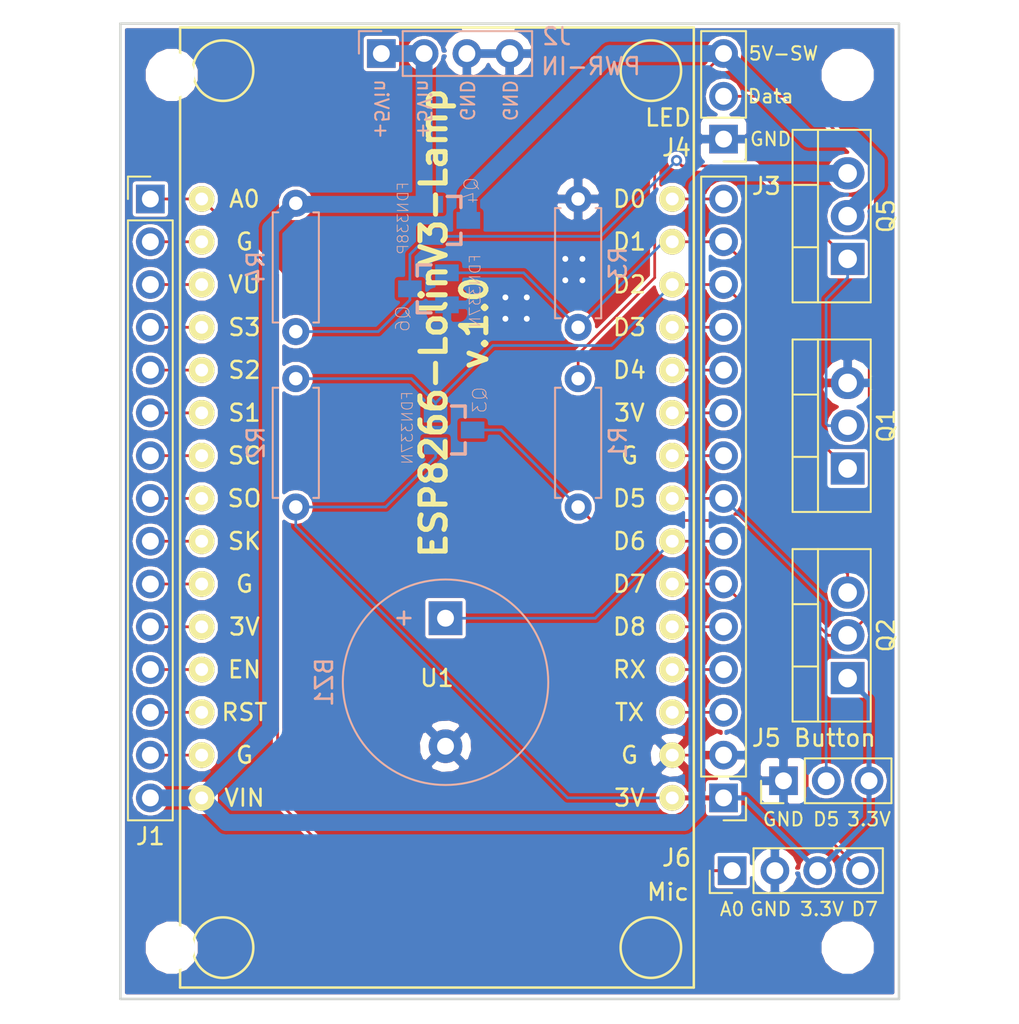
<source format=kicad_pcb>
(kicad_pcb (version 20171130) (host pcbnew 5.0.2-bee76a0~70~ubuntu18.04.1)

  (general
    (thickness 1.6)
    (drawings 23)
    (tracks 167)
    (zones 0)
    (modules 22)
    (nets 34)
  )

  (page A4)
  (title_block
    (title ESP8266-LolinV3-Lamp)
    (date 2019-10-11)
    (rev 1.0)
    (company d-diot)
    (comment 1 info@d-diot.com)
    (comment 2 "Author: Francesco Berghi")
  )

  (layers
    (0 F.Cu signal)
    (31 B.Cu signal)
    (32 B.Adhes user)
    (33 F.Adhes user)
    (34 B.Paste user)
    (35 F.Paste user)
    (36 B.SilkS user)
    (37 F.SilkS user)
    (38 B.Mask user)
    (39 F.Mask user)
    (40 Dwgs.User user)
    (41 Cmts.User user)
    (42 Eco1.User user)
    (43 Eco2.User user)
    (44 Edge.Cuts user)
    (45 Margin user)
    (46 B.CrtYd user)
    (47 F.CrtYd user)
    (48 B.Fab user)
    (49 F.Fab user)
  )

  (setup
    (last_trace_width 0.16)
    (user_trace_width 0.3)
    (user_trace_width 1)
    (trace_clearance 0.2)
    (zone_clearance 0.2)
    (zone_45_only no)
    (trace_min 0.16)
    (segment_width 0.2)
    (edge_width 0.15)
    (via_size 0.65)
    (via_drill 0.35)
    (via_min_size 0.65)
    (via_min_drill 0.35)
    (uvia_size 0.65)
    (uvia_drill 0.35)
    (uvias_allowed no)
    (uvia_min_size 0.2)
    (uvia_min_drill 0.1)
    (pcb_text_width 0.3)
    (pcb_text_size 1.5 1.5)
    (mod_edge_width 0.15)
    (mod_text_size 1 1)
    (mod_text_width 0.15)
    (pad_size 1.524 1.524)
    (pad_drill 0.762)
    (pad_to_mask_clearance 0.051)
    (solder_mask_min_width 0.25)
    (aux_axis_origin 0 0)
    (visible_elements FFFFFF7F)
    (pcbplotparams
      (layerselection 0x010fc_ffffffff)
      (usegerberextensions false)
      (usegerberattributes true)
      (usegerberadvancedattributes false)
      (creategerberjobfile false)
      (excludeedgelayer false)
      (linewidth 0.150000)
      (plotframeref false)
      (viasonmask false)
      (mode 1)
      (useauxorigin true)
      (hpglpennumber 1)
      (hpglpenspeed 20)
      (hpglpendiameter 15.000000)
      (psnegative false)
      (psa4output false)
      (plotreference true)
      (plotvalue true)
      (plotinvisibletext false)
      (padsonsilk false)
      (subtractmaskfromsilk false)
      (outputformat 1)
      (mirror false)
      (drillshape 0)
      (scaleselection 1)
      (outputdirectory "export/gerber/v.1.0/"))
  )

  (net 0 "")
  (net 1 D1)
  (net 2 GND)
  (net 3 3.3V)
  (net 4 D2)
  (net 5 DATA)
  (net 6 +5V)
  (net 7 "Net-(Q1-Pad2)")
  (net 8 "Net-(J1-Pad15)")
  (net 9 A0)
  (net 10 "Net-(J1-Pad2)")
  (net 11 "Net-(J1-Pad3)")
  (net 12 "Net-(J1-Pad4)")
  (net 13 "Net-(J1-Pad5)")
  (net 14 "Net-(J1-Pad6)")
  (net 15 "Net-(J1-Pad7)")
  (net 16 "Net-(J1-Pad8)")
  (net 17 "Net-(J1-Pad9)")
  (net 18 "Net-(J1-Pad10)")
  (net 19 "Net-(J1-Pad11)")
  (net 20 "Net-(J1-Pad12)")
  (net 21 "Net-(J1-Pad13)")
  (net 22 "Net-(J1-Pad14)")
  (net 23 "Net-(J3-Pad3)")
  (net 24 "Net-(J3-Pad4)")
  (net 25 "Net-(J3-Pad5)")
  (net 26 D7)
  (net 27 D6)
  (net 28 D5)
  (net 29 "Net-(J3-Pad9)")
  (net 30 "Net-(J3-Pad10)")
  (net 31 "Net-(J3-Pad11)")
  (net 32 "Net-(J3-Pad12)")
  (net 33 "Net-(J3-Pad15)")

  (net_class Default "This is the default net class."
    (clearance 0.2)
    (trace_width 0.16)
    (via_dia 0.65)
    (via_drill 0.35)
    (uvia_dia 0.65)
    (uvia_drill 0.35)
    (add_net +5V)
    (add_net 3.3V)
    (add_net A0)
    (add_net D1)
    (add_net D2)
    (add_net D5)
    (add_net D6)
    (add_net D7)
    (add_net DATA)
    (add_net GND)
    (add_net "Net-(J1-Pad10)")
    (add_net "Net-(J1-Pad11)")
    (add_net "Net-(J1-Pad12)")
    (add_net "Net-(J1-Pad13)")
    (add_net "Net-(J1-Pad14)")
    (add_net "Net-(J1-Pad15)")
    (add_net "Net-(J1-Pad2)")
    (add_net "Net-(J1-Pad3)")
    (add_net "Net-(J1-Pad4)")
    (add_net "Net-(J1-Pad5)")
    (add_net "Net-(J1-Pad6)")
    (add_net "Net-(J1-Pad7)")
    (add_net "Net-(J1-Pad8)")
    (add_net "Net-(J1-Pad9)")
    (add_net "Net-(J3-Pad10)")
    (add_net "Net-(J3-Pad11)")
    (add_net "Net-(J3-Pad12)")
    (add_net "Net-(J3-Pad15)")
    (add_net "Net-(J3-Pad3)")
    (add_net "Net-(J3-Pad4)")
    (add_net "Net-(J3-Pad5)")
    (add_net "Net-(J3-Pad9)")
    (add_net "Net-(Q1-Pad2)")
  )

  (module MountingHole:MountingHole_2.7mm_M2.5 locked (layer F.Cu) (tedit 5DA0D45F) (tstamp 5DA0F74F)
    (at 182.626 51.816)
    (descr "Mounting Hole 2.7mm, no annular, M2.5")
    (tags "mounting hole 2.7mm no annular m2.5")
    (attr virtual)
    (fp_text reference REF** (at 0 -3.7) (layer F.SilkS) hide
      (effects (font (size 1 1) (thickness 0.15)))
    )
    (fp_text value MountingHole_2.7mm_M2.5 (at 0 3.7) (layer F.Fab)
      (effects (font (size 1 1) (thickness 0.15)))
    )
    (fp_circle (center 0 0) (end 2.95 0) (layer F.CrtYd) (width 0.05))
    (fp_circle (center 0 0) (end 2.7 0) (layer Cmts.User) (width 0.15))
    (fp_text user %R (at 0.3 0) (layer F.Fab)
      (effects (font (size 1 1) (thickness 0.15)))
    )
    (pad 1 np_thru_hole circle (at 0 0) (size 2.7 2.7) (drill 2.7) (layers *.Cu *.Mask))
  )

  (module MountingHole:MountingHole_2.7mm_M2.5 locked (layer F.Cu) (tedit 5DA0D45F) (tstamp 5DA0E2B6)
    (at 142.494 51.816)
    (descr "Mounting Hole 2.7mm, no annular, M2.5")
    (tags "mounting hole 2.7mm no annular m2.5")
    (attr virtual)
    (fp_text reference REF** (at 0 -3.7) (layer F.SilkS) hide
      (effects (font (size 1 1) (thickness 0.15)))
    )
    (fp_text value MountingHole_2.7mm_M2.5 (at 0 3.7) (layer F.Fab)
      (effects (font (size 1 1) (thickness 0.15)))
    )
    (fp_text user %R (at 0.3 0) (layer F.Fab)
      (effects (font (size 1 1) (thickness 0.15)))
    )
    (fp_circle (center 0 0) (end 2.7 0) (layer Cmts.User) (width 0.15))
    (fp_circle (center 0 0) (end 2.95 0) (layer F.CrtYd) (width 0.05))
    (pad 1 np_thru_hole circle (at 0 0) (size 2.7 2.7) (drill 2.7) (layers *.Cu *.Mask))
  )

  (module MountingHole:MountingHole_2.7mm_M2.5 locked (layer F.Cu) (tedit 5DA0D45F) (tstamp 5DA0DD0A)
    (at 182.626 103.632)
    (descr "Mounting Hole 2.7mm, no annular, M2.5")
    (tags "mounting hole 2.7mm no annular m2.5")
    (attr virtual)
    (fp_text reference REF** (at 0 -3.7) (layer F.SilkS) hide
      (effects (font (size 1 1) (thickness 0.15)))
    )
    (fp_text value MountingHole_2.7mm_M2.5 (at 0 3.7) (layer F.Fab)
      (effects (font (size 1 1) (thickness 0.15)))
    )
    (fp_text user %R (at 0.3 0) (layer F.Fab)
      (effects (font (size 1 1) (thickness 0.15)))
    )
    (fp_circle (center 0 0) (end 2.7 0) (layer Cmts.User) (width 0.15))
    (fp_circle (center 0 0) (end 2.95 0) (layer F.CrtYd) (width 0.05))
    (pad 1 np_thru_hole circle (at 0 0) (size 2.7 2.7) (drill 2.7) (layers *.Cu *.Mask))
  )

  (module Resistor_THT:R_Axial_DIN0207_L6.3mm_D2.5mm_P7.62mm_Horizontal (layer B.Cu) (tedit 5AE5139B) (tstamp 5DB8BCF8)
    (at 149.86 59.436 270)
    (descr "Resistor, Axial_DIN0207 series, Axial, Horizontal, pin pitch=7.62mm, 0.25W = 1/4W, length*diameter=6.3*2.5mm^2, http://cdn-reichelt.de/documents/datenblatt/B400/1_4W%23YAG.pdf")
    (tags "Resistor Axial_DIN0207 series Axial Horizontal pin pitch 7.62mm 0.25W = 1/4W length 6.3mm diameter 2.5mm")
    (path /5DA10E08)
    (fp_text reference R4 (at 3.81 2.37 270) (layer B.SilkS)
      (effects (font (size 1 1) (thickness 0.15)) (justify mirror))
    )
    (fp_text value 100K (at 3.81 -2.37 270) (layer B.Fab)
      (effects (font (size 1 1) (thickness 0.15)) (justify mirror))
    )
    (fp_text user %R (at 3.81 0 270) (layer B.Fab)
      (effects (font (size 1 1) (thickness 0.15)) (justify mirror))
    )
    (fp_line (start 8.67 1.5) (end -1.05 1.5) (layer B.CrtYd) (width 0.05))
    (fp_line (start 8.67 -1.5) (end 8.67 1.5) (layer B.CrtYd) (width 0.05))
    (fp_line (start -1.05 -1.5) (end 8.67 -1.5) (layer B.CrtYd) (width 0.05))
    (fp_line (start -1.05 1.5) (end -1.05 -1.5) (layer B.CrtYd) (width 0.05))
    (fp_line (start 7.08 -1.37) (end 7.08 -1.04) (layer B.SilkS) (width 0.12))
    (fp_line (start 0.54 -1.37) (end 7.08 -1.37) (layer B.SilkS) (width 0.12))
    (fp_line (start 0.54 -1.04) (end 0.54 -1.37) (layer B.SilkS) (width 0.12))
    (fp_line (start 7.08 1.37) (end 7.08 1.04) (layer B.SilkS) (width 0.12))
    (fp_line (start 0.54 1.37) (end 7.08 1.37) (layer B.SilkS) (width 0.12))
    (fp_line (start 0.54 1.04) (end 0.54 1.37) (layer B.SilkS) (width 0.12))
    (fp_line (start 7.62 0) (end 6.96 0) (layer B.Fab) (width 0.1))
    (fp_line (start 0 0) (end 0.66 0) (layer B.Fab) (width 0.1))
    (fp_line (start 6.96 1.25) (end 0.66 1.25) (layer B.Fab) (width 0.1))
    (fp_line (start 6.96 -1.25) (end 6.96 1.25) (layer B.Fab) (width 0.1))
    (fp_line (start 0.66 -1.25) (end 6.96 -1.25) (layer B.Fab) (width 0.1))
    (fp_line (start 0.66 1.25) (end 0.66 -1.25) (layer B.Fab) (width 0.1))
    (pad 2 thru_hole oval (at 7.62 0 270) (size 1.6 1.6) (drill 0.8) (layers *.Cu *.Mask)
      (net 7 "Net-(Q1-Pad2)"))
    (pad 1 thru_hole circle (at 0 0 270) (size 1.6 1.6) (drill 0.8) (layers *.Cu *.Mask)
      (net 8 "Net-(J1-Pad15)"))
    (model ${KISYS3DMOD}/Resistor_THT.3dshapes/R_Axial_DIN0207_L6.3mm_D2.5mm_P7.62mm_Horizontal.wrl
      (at (xyz 0 0 0))
      (scale (xyz 1 1 1))
      (rotate (xyz 0 0 0))
    )
  )

  (module Resistor_THT:R_Axial_DIN0207_L6.3mm_D2.5mm_P7.62mm_Horizontal (layer B.Cu) (tedit 5AE5139B) (tstamp 5DB8BCE2)
    (at 166.624 77.47 90)
    (descr "Resistor, Axial_DIN0207 series, Axial, Horizontal, pin pitch=7.62mm, 0.25W = 1/4W, length*diameter=6.3*2.5mm^2, http://cdn-reichelt.de/documents/datenblatt/B400/1_4W%23YAG.pdf")
    (tags "Resistor Axial_DIN0207 series Axial Horizontal pin pitch 7.62mm 0.25W = 1/4W length 6.3mm diameter 2.5mm")
    (path /5DA18285)
    (fp_text reference R1 (at 3.81 2.37 90) (layer B.SilkS)
      (effects (font (size 1 1) (thickness 0.15)) (justify mirror))
    )
    (fp_text value 10K (at 3.81 -2.37 90) (layer B.Fab)
      (effects (font (size 1 1) (thickness 0.15)) (justify mirror))
    )
    (fp_line (start 0.66 1.25) (end 0.66 -1.25) (layer B.Fab) (width 0.1))
    (fp_line (start 0.66 -1.25) (end 6.96 -1.25) (layer B.Fab) (width 0.1))
    (fp_line (start 6.96 -1.25) (end 6.96 1.25) (layer B.Fab) (width 0.1))
    (fp_line (start 6.96 1.25) (end 0.66 1.25) (layer B.Fab) (width 0.1))
    (fp_line (start 0 0) (end 0.66 0) (layer B.Fab) (width 0.1))
    (fp_line (start 7.62 0) (end 6.96 0) (layer B.Fab) (width 0.1))
    (fp_line (start 0.54 1.04) (end 0.54 1.37) (layer B.SilkS) (width 0.12))
    (fp_line (start 0.54 1.37) (end 7.08 1.37) (layer B.SilkS) (width 0.12))
    (fp_line (start 7.08 1.37) (end 7.08 1.04) (layer B.SilkS) (width 0.12))
    (fp_line (start 0.54 -1.04) (end 0.54 -1.37) (layer B.SilkS) (width 0.12))
    (fp_line (start 0.54 -1.37) (end 7.08 -1.37) (layer B.SilkS) (width 0.12))
    (fp_line (start 7.08 -1.37) (end 7.08 -1.04) (layer B.SilkS) (width 0.12))
    (fp_line (start -1.05 1.5) (end -1.05 -1.5) (layer B.CrtYd) (width 0.05))
    (fp_line (start -1.05 -1.5) (end 8.67 -1.5) (layer B.CrtYd) (width 0.05))
    (fp_line (start 8.67 -1.5) (end 8.67 1.5) (layer B.CrtYd) (width 0.05))
    (fp_line (start 8.67 1.5) (end -1.05 1.5) (layer B.CrtYd) (width 0.05))
    (fp_text user %R (at 3.81 0 90) (layer B.Fab)
      (effects (font (size 1 1) (thickness 0.15)) (justify mirror))
    )
    (pad 1 thru_hole circle (at 0 0 90) (size 1.6 1.6) (drill 0.8) (layers *.Cu *.Mask)
      (net 5 DATA))
    (pad 2 thru_hole oval (at 7.62 0 90) (size 1.6 1.6) (drill 0.8) (layers *.Cu *.Mask)
      (net 6 +5V))
    (model ${KISYS3DMOD}/Resistor_THT.3dshapes/R_Axial_DIN0207_L6.3mm_D2.5mm_P7.62mm_Horizontal.wrl
      (at (xyz 0 0 0))
      (scale (xyz 1 1 1))
      (rotate (xyz 0 0 0))
    )
  )

  (module Resistor_THT:R_Axial_DIN0207_L6.3mm_D2.5mm_P7.62mm_Horizontal (layer B.Cu) (tedit 5AE5139B) (tstamp 5DB8BCCC)
    (at 149.86 69.85 270)
    (descr "Resistor, Axial_DIN0207 series, Axial, Horizontal, pin pitch=7.62mm, 0.25W = 1/4W, length*diameter=6.3*2.5mm^2, http://cdn-reichelt.de/documents/datenblatt/B400/1_4W%23YAG.pdf")
    (tags "Resistor Axial_DIN0207 series Axial Horizontal pin pitch 7.62mm 0.25W = 1/4W length 6.3mm diameter 2.5mm")
    (path /5DA1D8A4)
    (fp_text reference R2 (at 3.81 2.37 270) (layer B.SilkS)
      (effects (font (size 1 1) (thickness 0.15)) (justify mirror))
    )
    (fp_text value 10K (at 3.81 -2.37 270) (layer B.Fab)
      (effects (font (size 1 1) (thickness 0.15)) (justify mirror))
    )
    (fp_text user %R (at 3.81 0 270) (layer B.Fab)
      (effects (font (size 1 1) (thickness 0.15)) (justify mirror))
    )
    (fp_line (start 8.67 1.5) (end -1.05 1.5) (layer B.CrtYd) (width 0.05))
    (fp_line (start 8.67 -1.5) (end 8.67 1.5) (layer B.CrtYd) (width 0.05))
    (fp_line (start -1.05 -1.5) (end 8.67 -1.5) (layer B.CrtYd) (width 0.05))
    (fp_line (start -1.05 1.5) (end -1.05 -1.5) (layer B.CrtYd) (width 0.05))
    (fp_line (start 7.08 -1.37) (end 7.08 -1.04) (layer B.SilkS) (width 0.12))
    (fp_line (start 0.54 -1.37) (end 7.08 -1.37) (layer B.SilkS) (width 0.12))
    (fp_line (start 0.54 -1.04) (end 0.54 -1.37) (layer B.SilkS) (width 0.12))
    (fp_line (start 7.08 1.37) (end 7.08 1.04) (layer B.SilkS) (width 0.12))
    (fp_line (start 0.54 1.37) (end 7.08 1.37) (layer B.SilkS) (width 0.12))
    (fp_line (start 0.54 1.04) (end 0.54 1.37) (layer B.SilkS) (width 0.12))
    (fp_line (start 7.62 0) (end 6.96 0) (layer B.Fab) (width 0.1))
    (fp_line (start 0 0) (end 0.66 0) (layer B.Fab) (width 0.1))
    (fp_line (start 6.96 1.25) (end 0.66 1.25) (layer B.Fab) (width 0.1))
    (fp_line (start 6.96 -1.25) (end 6.96 1.25) (layer B.Fab) (width 0.1))
    (fp_line (start 0.66 -1.25) (end 6.96 -1.25) (layer B.Fab) (width 0.1))
    (fp_line (start 0.66 1.25) (end 0.66 -1.25) (layer B.Fab) (width 0.1))
    (pad 2 thru_hole oval (at 7.62 0 270) (size 1.6 1.6) (drill 0.8) (layers *.Cu *.Mask)
      (net 3 3.3V))
    (pad 1 thru_hole circle (at 0 0 270) (size 1.6 1.6) (drill 0.8) (layers *.Cu *.Mask)
      (net 4 D2))
    (model ${KISYS3DMOD}/Resistor_THT.3dshapes/R_Axial_DIN0207_L6.3mm_D2.5mm_P7.62mm_Horizontal.wrl
      (at (xyz 0 0 0))
      (scale (xyz 1 1 1))
      (rotate (xyz 0 0 0))
    )
  )

  (module Resistor_THT:R_Axial_DIN0207_L6.3mm_D2.5mm_P7.62mm_Horizontal (layer B.Cu) (tedit 5AE5139B) (tstamp 5DB8BCB6)
    (at 166.624 66.802 90)
    (descr "Resistor, Axial_DIN0207 series, Axial, Horizontal, pin pitch=7.62mm, 0.25W = 1/4W, length*diameter=6.3*2.5mm^2, http://cdn-reichelt.de/documents/datenblatt/B400/1_4W%23YAG.pdf")
    (tags "Resistor Axial_DIN0207 series Axial Horizontal pin pitch 7.62mm 0.25W = 1/4W length 6.3mm diameter 2.5mm")
    (path /5DA12243)
    (fp_text reference R3 (at 3.81 2.37 90) (layer B.SilkS)
      (effects (font (size 1 1) (thickness 0.15)) (justify mirror))
    )
    (fp_text value 10K (at 3.81 -2.37 90) (layer B.Fab)
      (effects (font (size 1 1) (thickness 0.15)) (justify mirror))
    )
    (fp_line (start 0.66 1.25) (end 0.66 -1.25) (layer B.Fab) (width 0.1))
    (fp_line (start 0.66 -1.25) (end 6.96 -1.25) (layer B.Fab) (width 0.1))
    (fp_line (start 6.96 -1.25) (end 6.96 1.25) (layer B.Fab) (width 0.1))
    (fp_line (start 6.96 1.25) (end 0.66 1.25) (layer B.Fab) (width 0.1))
    (fp_line (start 0 0) (end 0.66 0) (layer B.Fab) (width 0.1))
    (fp_line (start 7.62 0) (end 6.96 0) (layer B.Fab) (width 0.1))
    (fp_line (start 0.54 1.04) (end 0.54 1.37) (layer B.SilkS) (width 0.12))
    (fp_line (start 0.54 1.37) (end 7.08 1.37) (layer B.SilkS) (width 0.12))
    (fp_line (start 7.08 1.37) (end 7.08 1.04) (layer B.SilkS) (width 0.12))
    (fp_line (start 0.54 -1.04) (end 0.54 -1.37) (layer B.SilkS) (width 0.12))
    (fp_line (start 0.54 -1.37) (end 7.08 -1.37) (layer B.SilkS) (width 0.12))
    (fp_line (start 7.08 -1.37) (end 7.08 -1.04) (layer B.SilkS) (width 0.12))
    (fp_line (start -1.05 1.5) (end -1.05 -1.5) (layer B.CrtYd) (width 0.05))
    (fp_line (start -1.05 -1.5) (end 8.67 -1.5) (layer B.CrtYd) (width 0.05))
    (fp_line (start 8.67 -1.5) (end 8.67 1.5) (layer B.CrtYd) (width 0.05))
    (fp_line (start 8.67 1.5) (end -1.05 1.5) (layer B.CrtYd) (width 0.05))
    (fp_text user %R (at 3.81 0 90) (layer B.Fab)
      (effects (font (size 1 1) (thickness 0.15)) (justify mirror))
    )
    (pad 1 thru_hole circle (at 0 0 90) (size 1.6 1.6) (drill 0.8) (layers *.Cu *.Mask)
      (net 1 D1))
    (pad 2 thru_hole oval (at 7.62 0 90) (size 1.6 1.6) (drill 0.8) (layers *.Cu *.Mask)
      (net 2 GND))
    (model ${KISYS3DMOD}/Resistor_THT.3dshapes/R_Axial_DIN0207_L6.3mm_D2.5mm_P7.62mm_Horizontal.wrl
      (at (xyz 0 0 0))
      (scale (xyz 1 1 1))
      (rotate (xyz 0 0 0))
    )
  )

  (module Package_TO_SOT_THT:TO-220-3_Vertical (layer F.Cu) (tedit 5AC8BA0D) (tstamp 5DB8B54D)
    (at 182.626 62.738 90)
    (descr "TO-220-3, Vertical, RM 2.54mm, see https://www.vishay.com/docs/66542/to-220-1.pdf")
    (tags "TO-220-3 Vertical RM 2.54mm")
    (path /5DA10826)
    (fp_text reference Q5 (at 2.54 2.286 90) (layer F.SilkS)
      (effects (font (size 1 1) (thickness 0.15)))
    )
    (fp_text value FQP27P06 (at 2.54 2.5 90) (layer F.Fab)
      (effects (font (size 1 1) (thickness 0.15)))
    )
    (fp_line (start -2.46 -3.15) (end -2.46 1.25) (layer F.Fab) (width 0.1))
    (fp_line (start -2.46 1.25) (end 7.54 1.25) (layer F.Fab) (width 0.1))
    (fp_line (start 7.54 1.25) (end 7.54 -3.15) (layer F.Fab) (width 0.1))
    (fp_line (start 7.54 -3.15) (end -2.46 -3.15) (layer F.Fab) (width 0.1))
    (fp_line (start -2.46 -1.88) (end 7.54 -1.88) (layer F.Fab) (width 0.1))
    (fp_line (start 0.69 -3.15) (end 0.69 -1.88) (layer F.Fab) (width 0.1))
    (fp_line (start 4.39 -3.15) (end 4.39 -1.88) (layer F.Fab) (width 0.1))
    (fp_line (start -2.58 -3.27) (end 7.66 -3.27) (layer F.SilkS) (width 0.12))
    (fp_line (start -2.58 1.371) (end 7.66 1.371) (layer F.SilkS) (width 0.12))
    (fp_line (start -2.58 -3.27) (end -2.58 1.371) (layer F.SilkS) (width 0.12))
    (fp_line (start 7.66 -3.27) (end 7.66 1.371) (layer F.SilkS) (width 0.12))
    (fp_line (start -2.58 -1.76) (end 7.66 -1.76) (layer F.SilkS) (width 0.12))
    (fp_line (start 0.69 -3.27) (end 0.69 -1.76) (layer F.SilkS) (width 0.12))
    (fp_line (start 4.391 -3.27) (end 4.391 -1.76) (layer F.SilkS) (width 0.12))
    (fp_line (start -2.71 -3.4) (end -2.71 1.51) (layer F.CrtYd) (width 0.05))
    (fp_line (start -2.71 1.51) (end 7.79 1.51) (layer F.CrtYd) (width 0.05))
    (fp_line (start 7.79 1.51) (end 7.79 -3.4) (layer F.CrtYd) (width 0.05))
    (fp_line (start 7.79 -3.4) (end -2.71 -3.4) (layer F.CrtYd) (width 0.05))
    (fp_text user %R (at 2.54 -4.27 90) (layer F.Fab)
      (effects (font (size 1 1) (thickness 0.15)))
    )
    (pad 1 thru_hole rect (at 0 0 90) (size 1.905 2) (drill 1.1) (layers *.Cu *.Mask)
      (net 7 "Net-(Q1-Pad2)"))
    (pad 2 thru_hole oval (at 2.54 0 90) (size 1.905 2) (drill 1.1) (layers *.Cu *.Mask)
      (net 6 +5V))
    (pad 3 thru_hole oval (at 5.08 0 90) (size 1.905 2) (drill 1.1) (layers *.Cu *.Mask)
      (net 8 "Net-(J1-Pad15)"))
    (model ${KISYS3DMOD}/Package_TO_SOT_THT.3dshapes/TO-220-3_Vertical.wrl
      (at (xyz 0 0 0))
      (scale (xyz 1 1 1))
      (rotate (xyz 0 0 0))
    )
  )

  (module Buzzer_Beeper:Buzzer_12x9.5RM7.6 (layer B.Cu) (tedit 5A030281) (tstamp 5DB8E0C9)
    (at 158.75 84.074 270)
    (descr "Generic Buzzer, D12mm height 9.5mm with RM7.6mm")
    (tags buzzer)
    (path /5DA43D10)
    (fp_text reference BZ1 (at 3.8 7.2 270) (layer B.SilkS)
      (effects (font (size 1 1) (thickness 0.15)) (justify mirror))
    )
    (fp_text value Buzzer (at 3.8 -7.4 270) (layer B.Fab)
      (effects (font (size 1 1) (thickness 0.15)) (justify mirror))
    )
    (fp_text user + (at -0.01 2.54 270) (layer B.Fab)
      (effects (font (size 1 1) (thickness 0.15)) (justify mirror))
    )
    (fp_text user + (at -0.01 2.54 270) (layer B.SilkS)
      (effects (font (size 1 1) (thickness 0.15)) (justify mirror))
    )
    (fp_text user %R (at 3.8 4 270) (layer B.Fab)
      (effects (font (size 1 1) (thickness 0.15)) (justify mirror))
    )
    (fp_circle (center 3.8 0) (end 10.05 0) (layer B.CrtYd) (width 0.05))
    (fp_circle (center 3.8 0) (end 9.8 0) (layer B.Fab) (width 0.1))
    (fp_circle (center 3.8 0) (end 4.8 0) (layer B.Fab) (width 0.1))
    (fp_circle (center 3.8 0) (end 9.9 0) (layer B.SilkS) (width 0.12))
    (pad 1 thru_hole rect (at 0 0 270) (size 2 2) (drill 1) (layers *.Cu *.Mask)
      (net 27 D6))
    (pad 2 thru_hole circle (at 7.6 0 270) (size 2 2) (drill 1) (layers *.Cu *.Mask)
      (net 2 GND))
    (model ${KISYS3DMOD}/Buzzer_Beeper.3dshapes/Buzzer_12x9.5RM7.6.wrl
      (at (xyz 0 0 0))
      (scale (xyz 1 1 1))
      (rotate (xyz 0 0 0))
    )
  )

  (module Connector_PinHeader_2.54mm:PinHeader_1x03_P2.54mm_Vertical (layer F.Cu) (tedit 59FED5CC) (tstamp 5DB8AD92)
    (at 175.26 55.626 180)
    (descr "Through hole straight pin header, 1x03, 2.54mm pitch, single row")
    (tags "Through hole pin header THT 1x03 2.54mm single row")
    (path /5DA13A28)
    (fp_text reference J4 (at 2.794 -0.508) (layer F.SilkS)
      (effects (font (size 1 1) (thickness 0.15)))
    )
    (fp_text value LED (at 0 7.41 180) (layer F.Fab)
      (effects (font (size 1 1) (thickness 0.15)))
    )
    (fp_text user %R (at 0 2.54 270) (layer F.Fab)
      (effects (font (size 1 1) (thickness 0.15)))
    )
    (fp_line (start 1.8 -1.8) (end -1.8 -1.8) (layer F.CrtYd) (width 0.05))
    (fp_line (start 1.8 6.85) (end 1.8 -1.8) (layer F.CrtYd) (width 0.05))
    (fp_line (start -1.8 6.85) (end 1.8 6.85) (layer F.CrtYd) (width 0.05))
    (fp_line (start -1.8 -1.8) (end -1.8 6.85) (layer F.CrtYd) (width 0.05))
    (fp_line (start -1.33 -1.33) (end 0 -1.33) (layer F.SilkS) (width 0.12))
    (fp_line (start -1.33 0) (end -1.33 -1.33) (layer F.SilkS) (width 0.12))
    (fp_line (start -1.33 1.27) (end 1.33 1.27) (layer F.SilkS) (width 0.12))
    (fp_line (start 1.33 1.27) (end 1.33 6.41) (layer F.SilkS) (width 0.12))
    (fp_line (start -1.33 1.27) (end -1.33 6.41) (layer F.SilkS) (width 0.12))
    (fp_line (start -1.33 6.41) (end 1.33 6.41) (layer F.SilkS) (width 0.12))
    (fp_line (start -1.27 -0.635) (end -0.635 -1.27) (layer F.Fab) (width 0.1))
    (fp_line (start -1.27 6.35) (end -1.27 -0.635) (layer F.Fab) (width 0.1))
    (fp_line (start 1.27 6.35) (end -1.27 6.35) (layer F.Fab) (width 0.1))
    (fp_line (start 1.27 -1.27) (end 1.27 6.35) (layer F.Fab) (width 0.1))
    (fp_line (start -0.635 -1.27) (end 1.27 -1.27) (layer F.Fab) (width 0.1))
    (pad 3 thru_hole oval (at 0 5.08 180) (size 1.7 1.7) (drill 1) (layers *.Cu *.Mask)
      (net 6 +5V))
    (pad 2 thru_hole oval (at 0 2.54 180) (size 1.7 1.7) (drill 1) (layers *.Cu *.Mask)
      (net 5 DATA))
    (pad 1 thru_hole rect (at 0 0 180) (size 1.7 1.7) (drill 1) (layers *.Cu *.Mask)
      (net 2 GND))
    (model ${KISYS3DMOD}/Connector_PinHeader_2.54mm.3dshapes/PinHeader_1x03_P2.54mm_Vertical.wrl
      (at (xyz 0 0 0))
      (scale (xyz 1 1 1))
      (rotate (xyz 0 0 0))
    )
  )

  (module Connector_PinHeader_2.54mm:PinHeader_1x03_P2.54mm_Vertical (layer F.Cu) (tedit 59FED5CC) (tstamp 5DB8CCA6)
    (at 178.816 93.726 90)
    (descr "Through hole straight pin header, 1x03, 2.54mm pitch, single row")
    (tags "Through hole pin header THT 1x03 2.54mm single row")
    (path /5DA3C6F1)
    (fp_text reference J5 (at 2.54 -1.016 180) (layer F.SilkS)
      (effects (font (size 1 1) (thickness 0.15)))
    )
    (fp_text value BUTTON (at 0 7.41 90) (layer F.Fab)
      (effects (font (size 1 1) (thickness 0.15)))
    )
    (fp_line (start -0.635 -1.27) (end 1.27 -1.27) (layer F.Fab) (width 0.1))
    (fp_line (start 1.27 -1.27) (end 1.27 6.35) (layer F.Fab) (width 0.1))
    (fp_line (start 1.27 6.35) (end -1.27 6.35) (layer F.Fab) (width 0.1))
    (fp_line (start -1.27 6.35) (end -1.27 -0.635) (layer F.Fab) (width 0.1))
    (fp_line (start -1.27 -0.635) (end -0.635 -1.27) (layer F.Fab) (width 0.1))
    (fp_line (start -1.33 6.41) (end 1.33 6.41) (layer F.SilkS) (width 0.12))
    (fp_line (start -1.33 1.27) (end -1.33 6.41) (layer F.SilkS) (width 0.12))
    (fp_line (start 1.33 1.27) (end 1.33 6.41) (layer F.SilkS) (width 0.12))
    (fp_line (start -1.33 1.27) (end 1.33 1.27) (layer F.SilkS) (width 0.12))
    (fp_line (start -1.33 0) (end -1.33 -1.33) (layer F.SilkS) (width 0.12))
    (fp_line (start -1.33 -1.33) (end 0 -1.33) (layer F.SilkS) (width 0.12))
    (fp_line (start -1.8 -1.8) (end -1.8 6.85) (layer F.CrtYd) (width 0.05))
    (fp_line (start -1.8 6.85) (end 1.8 6.85) (layer F.CrtYd) (width 0.05))
    (fp_line (start 1.8 6.85) (end 1.8 -1.8) (layer F.CrtYd) (width 0.05))
    (fp_line (start 1.8 -1.8) (end -1.8 -1.8) (layer F.CrtYd) (width 0.05))
    (fp_text user %R (at 0 2.54 180) (layer F.Fab)
      (effects (font (size 1 1) (thickness 0.15)))
    )
    (pad 1 thru_hole rect (at 0 0 90) (size 1.7 1.7) (drill 1) (layers *.Cu *.Mask)
      (net 2 GND))
    (pad 2 thru_hole oval (at 0 2.54 90) (size 1.7 1.7) (drill 1) (layers *.Cu *.Mask)
      (net 28 D5))
    (pad 3 thru_hole oval (at 0 5.08 90) (size 1.7 1.7) (drill 1) (layers *.Cu *.Mask)
      (net 3 3.3V))
    (model ${KISYS3DMOD}/Connector_PinHeader_2.54mm.3dshapes/PinHeader_1x03_P2.54mm_Vertical.wrl
      (at (xyz 0 0 0))
      (scale (xyz 1 1 1))
      (rotate (xyz 0 0 0))
    )
  )

  (module Connector_PinHeader_2.54mm:PinHeader_1x04_P2.54mm_Vertical (layer B.Cu) (tedit 59FED5CC) (tstamp 5DA0EAAD)
    (at 154.94 50.546 270)
    (descr "Through hole straight pin header, 1x04, 2.54mm pitch, single row")
    (tags "Through hole pin header THT 1x04 2.54mm single row")
    (path /5DA0C8D0)
    (fp_text reference J2 (at -1.016 -10.414 180) (layer B.SilkS)
      (effects (font (size 1 1) (thickness 0.15)) (justify mirror))
    )
    (fp_text value PWR (at 0 -9.95 270) (layer B.Fab)
      (effects (font (size 1 1) (thickness 0.15)) (justify mirror))
    )
    (fp_text user %R (at 0 -3.81 180) (layer B.Fab)
      (effects (font (size 1 1) (thickness 0.15)) (justify mirror))
    )
    (fp_line (start 1.8 1.8) (end -1.8 1.8) (layer B.CrtYd) (width 0.05))
    (fp_line (start 1.8 -9.4) (end 1.8 1.8) (layer B.CrtYd) (width 0.05))
    (fp_line (start -1.8 -9.4) (end 1.8 -9.4) (layer B.CrtYd) (width 0.05))
    (fp_line (start -1.8 1.8) (end -1.8 -9.4) (layer B.CrtYd) (width 0.05))
    (fp_line (start -1.33 1.33) (end 0 1.33) (layer B.SilkS) (width 0.12))
    (fp_line (start -1.33 0) (end -1.33 1.33) (layer B.SilkS) (width 0.12))
    (fp_line (start -1.33 -1.27) (end 1.33 -1.27) (layer B.SilkS) (width 0.12))
    (fp_line (start 1.33 -1.27) (end 1.33 -8.95) (layer B.SilkS) (width 0.12))
    (fp_line (start -1.33 -1.27) (end -1.33 -8.95) (layer B.SilkS) (width 0.12))
    (fp_line (start -1.33 -8.95) (end 1.33 -8.95) (layer B.SilkS) (width 0.12))
    (fp_line (start -1.27 0.635) (end -0.635 1.27) (layer B.Fab) (width 0.1))
    (fp_line (start -1.27 -8.89) (end -1.27 0.635) (layer B.Fab) (width 0.1))
    (fp_line (start 1.27 -8.89) (end -1.27 -8.89) (layer B.Fab) (width 0.1))
    (fp_line (start 1.27 1.27) (end 1.27 -8.89) (layer B.Fab) (width 0.1))
    (fp_line (start -0.635 1.27) (end 1.27 1.27) (layer B.Fab) (width 0.1))
    (pad 4 thru_hole oval (at 0 -7.62 270) (size 1.7 1.7) (drill 1) (layers *.Cu *.Mask)
      (net 2 GND))
    (pad 3 thru_hole oval (at 0 -5.08 270) (size 1.7 1.7) (drill 1) (layers *.Cu *.Mask)
      (net 2 GND))
    (pad 2 thru_hole oval (at 0 -2.54 270) (size 1.7 1.7) (drill 1) (layers *.Cu *.Mask)
      (net 8 "Net-(J1-Pad15)"))
    (pad 1 thru_hole rect (at 0 0 270) (size 1.7 1.7) (drill 1) (layers *.Cu *.Mask)
      (net 8 "Net-(J1-Pad15)"))
    (model ${KISYS3DMOD}/Connector_PinHeader_2.54mm.3dshapes/PinHeader_1x04_P2.54mm_Vertical.wrl
      (at (xyz 0 0 0))
      (scale (xyz 1 1 1))
      (rotate (xyz 0 0 0))
    )
  )

  (module Connector_PinHeader_2.54mm:PinHeader_1x04_P2.54mm_Vertical (layer F.Cu) (tedit 59FED5CC) (tstamp 5DB8CCE9)
    (at 175.768 99.06 90)
    (descr "Through hole straight pin header, 1x04, 2.54mm pitch, single row")
    (tags "Through hole pin header THT 1x04 2.54mm single row")
    (path /5DA43F4C)
    (fp_text reference J6 (at 0.762 -3.302 180) (layer F.SilkS)
      (effects (font (size 1 1) (thickness 0.15)))
    )
    (fp_text value MIC (at 0 9.95 90) (layer F.Fab)
      (effects (font (size 1 1) (thickness 0.15)))
    )
    (fp_line (start -0.635 -1.27) (end 1.27 -1.27) (layer F.Fab) (width 0.1))
    (fp_line (start 1.27 -1.27) (end 1.27 8.89) (layer F.Fab) (width 0.1))
    (fp_line (start 1.27 8.89) (end -1.27 8.89) (layer F.Fab) (width 0.1))
    (fp_line (start -1.27 8.89) (end -1.27 -0.635) (layer F.Fab) (width 0.1))
    (fp_line (start -1.27 -0.635) (end -0.635 -1.27) (layer F.Fab) (width 0.1))
    (fp_line (start -1.33 8.95) (end 1.33 8.95) (layer F.SilkS) (width 0.12))
    (fp_line (start -1.33 1.27) (end -1.33 8.95) (layer F.SilkS) (width 0.12))
    (fp_line (start 1.33 1.27) (end 1.33 8.95) (layer F.SilkS) (width 0.12))
    (fp_line (start -1.33 1.27) (end 1.33 1.27) (layer F.SilkS) (width 0.12))
    (fp_line (start -1.33 0) (end -1.33 -1.33) (layer F.SilkS) (width 0.12))
    (fp_line (start -1.33 -1.33) (end 0 -1.33) (layer F.SilkS) (width 0.12))
    (fp_line (start -1.8 -1.8) (end -1.8 9.4) (layer F.CrtYd) (width 0.05))
    (fp_line (start -1.8 9.4) (end 1.8 9.4) (layer F.CrtYd) (width 0.05))
    (fp_line (start 1.8 9.4) (end 1.8 -1.8) (layer F.CrtYd) (width 0.05))
    (fp_line (start 1.8 -1.8) (end -1.8 -1.8) (layer F.CrtYd) (width 0.05))
    (fp_text user %R (at 0 3.81 180) (layer F.Fab)
      (effects (font (size 1 1) (thickness 0.15)))
    )
    (pad 1 thru_hole rect (at 0 0 90) (size 1.7 1.7) (drill 1) (layers *.Cu *.Mask)
      (net 9 A0))
    (pad 2 thru_hole oval (at 0 2.54 90) (size 1.7 1.7) (drill 1) (layers *.Cu *.Mask)
      (net 2 GND))
    (pad 3 thru_hole oval (at 0 5.08 90) (size 1.7 1.7) (drill 1) (layers *.Cu *.Mask)
      (net 3 3.3V))
    (pad 4 thru_hole oval (at 0 7.62 90) (size 1.7 1.7) (drill 1) (layers *.Cu *.Mask)
      (net 26 D7))
    (model ${KISYS3DMOD}/Connector_PinHeader_2.54mm.3dshapes/PinHeader_1x04_P2.54mm_Vertical.wrl
      (at (xyz 0 0 0))
      (scale (xyz 1 1 1))
      (rotate (xyz 0 0 0))
    )
  )

  (module Connector_PinHeader_2.54mm:PinHeader_1x15_P2.54mm_Vertical (layer F.Cu) (tedit 59FED5CC) (tstamp 5DB8AFC2)
    (at 141.224 59.182)
    (descr "Through hole straight pin header, 1x15, 2.54mm pitch, single row")
    (tags "Through hole pin header THT 1x15 2.54mm single row")
    (path /5DA08FDA)
    (fp_text reference J1 (at 0 37.846) (layer F.SilkS)
      (effects (font (size 1 1) (thickness 0.15)))
    )
    (fp_text value Conn_01x15_Male (at 0 37.89) (layer F.Fab)
      (effects (font (size 1 1) (thickness 0.15)))
    )
    (fp_text user %R (at 0 17.78 90) (layer F.Fab)
      (effects (font (size 1 1) (thickness 0.15)))
    )
    (fp_line (start 1.8 -1.8) (end -1.8 -1.8) (layer F.CrtYd) (width 0.05))
    (fp_line (start 1.8 37.35) (end 1.8 -1.8) (layer F.CrtYd) (width 0.05))
    (fp_line (start -1.8 37.35) (end 1.8 37.35) (layer F.CrtYd) (width 0.05))
    (fp_line (start -1.8 -1.8) (end -1.8 37.35) (layer F.CrtYd) (width 0.05))
    (fp_line (start -1.33 -1.33) (end 0 -1.33) (layer F.SilkS) (width 0.12))
    (fp_line (start -1.33 0) (end -1.33 -1.33) (layer F.SilkS) (width 0.12))
    (fp_line (start -1.33 1.27) (end 1.33 1.27) (layer F.SilkS) (width 0.12))
    (fp_line (start 1.33 1.27) (end 1.33 36.89) (layer F.SilkS) (width 0.12))
    (fp_line (start -1.33 1.27) (end -1.33 36.89) (layer F.SilkS) (width 0.12))
    (fp_line (start -1.33 36.89) (end 1.33 36.89) (layer F.SilkS) (width 0.12))
    (fp_line (start -1.27 -0.635) (end -0.635 -1.27) (layer F.Fab) (width 0.1))
    (fp_line (start -1.27 36.83) (end -1.27 -0.635) (layer F.Fab) (width 0.1))
    (fp_line (start 1.27 36.83) (end -1.27 36.83) (layer F.Fab) (width 0.1))
    (fp_line (start 1.27 -1.27) (end 1.27 36.83) (layer F.Fab) (width 0.1))
    (fp_line (start -0.635 -1.27) (end 1.27 -1.27) (layer F.Fab) (width 0.1))
    (pad 15 thru_hole oval (at 0 35.56) (size 1.7 1.7) (drill 1) (layers *.Cu *.Mask)
      (net 8 "Net-(J1-Pad15)"))
    (pad 14 thru_hole oval (at 0 33.02) (size 1.7 1.7) (drill 1) (layers *.Cu *.Mask)
      (net 22 "Net-(J1-Pad14)"))
    (pad 13 thru_hole oval (at 0 30.48) (size 1.7 1.7) (drill 1) (layers *.Cu *.Mask)
      (net 21 "Net-(J1-Pad13)"))
    (pad 12 thru_hole oval (at 0 27.94) (size 1.7 1.7) (drill 1) (layers *.Cu *.Mask)
      (net 20 "Net-(J1-Pad12)"))
    (pad 11 thru_hole oval (at 0 25.4) (size 1.7 1.7) (drill 1) (layers *.Cu *.Mask)
      (net 19 "Net-(J1-Pad11)"))
    (pad 10 thru_hole oval (at 0 22.86) (size 1.7 1.7) (drill 1) (layers *.Cu *.Mask)
      (net 18 "Net-(J1-Pad10)"))
    (pad 9 thru_hole oval (at 0 20.32) (size 1.7 1.7) (drill 1) (layers *.Cu *.Mask)
      (net 17 "Net-(J1-Pad9)"))
    (pad 8 thru_hole oval (at 0 17.78) (size 1.7 1.7) (drill 1) (layers *.Cu *.Mask)
      (net 16 "Net-(J1-Pad8)"))
    (pad 7 thru_hole oval (at 0 15.24) (size 1.7 1.7) (drill 1) (layers *.Cu *.Mask)
      (net 15 "Net-(J1-Pad7)"))
    (pad 6 thru_hole oval (at 0 12.7) (size 1.7 1.7) (drill 1) (layers *.Cu *.Mask)
      (net 14 "Net-(J1-Pad6)"))
    (pad 5 thru_hole oval (at 0 10.16) (size 1.7 1.7) (drill 1) (layers *.Cu *.Mask)
      (net 13 "Net-(J1-Pad5)"))
    (pad 4 thru_hole oval (at 0 7.62) (size 1.7 1.7) (drill 1) (layers *.Cu *.Mask)
      (net 12 "Net-(J1-Pad4)"))
    (pad 3 thru_hole oval (at 0 5.08) (size 1.7 1.7) (drill 1) (layers *.Cu *.Mask)
      (net 11 "Net-(J1-Pad3)"))
    (pad 2 thru_hole oval (at 0 2.54) (size 1.7 1.7) (drill 1) (layers *.Cu *.Mask)
      (net 10 "Net-(J1-Pad2)"))
    (pad 1 thru_hole rect (at 0 0) (size 1.7 1.7) (drill 1) (layers *.Cu *.Mask)
      (net 9 A0))
    (model ${KISYS3DMOD}/Connector_PinHeader_2.54mm.3dshapes/PinHeader_1x15_P2.54mm_Vertical.wrl
      (at (xyz 0 0 0))
      (scale (xyz 1 1 1))
      (rotate (xyz 0 0 0))
    )
  )

  (module Connector_PinHeader_2.54mm:PinHeader_1x15_P2.54mm_Vertical (layer F.Cu) (tedit 59FED5CC) (tstamp 5DB8AD11)
    (at 175.26 94.742 180)
    (descr "Through hole straight pin header, 1x15, 2.54mm pitch, single row")
    (tags "Through hole pin header THT 1x15 2.54mm single row")
    (path /5DA0906C)
    (fp_text reference J3 (at -2.54 36.322 180) (layer F.SilkS)
      (effects (font (size 1 1) (thickness 0.15)))
    )
    (fp_text value Conn_01x15_Male (at 0 37.89 180) (layer F.Fab)
      (effects (font (size 1 1) (thickness 0.15)))
    )
    (fp_line (start -0.635 -1.27) (end 1.27 -1.27) (layer F.Fab) (width 0.1))
    (fp_line (start 1.27 -1.27) (end 1.27 36.83) (layer F.Fab) (width 0.1))
    (fp_line (start 1.27 36.83) (end -1.27 36.83) (layer F.Fab) (width 0.1))
    (fp_line (start -1.27 36.83) (end -1.27 -0.635) (layer F.Fab) (width 0.1))
    (fp_line (start -1.27 -0.635) (end -0.635 -1.27) (layer F.Fab) (width 0.1))
    (fp_line (start -1.33 36.89) (end 1.33 36.89) (layer F.SilkS) (width 0.12))
    (fp_line (start -1.33 1.27) (end -1.33 36.89) (layer F.SilkS) (width 0.12))
    (fp_line (start 1.33 1.27) (end 1.33 36.89) (layer F.SilkS) (width 0.12))
    (fp_line (start -1.33 1.27) (end 1.33 1.27) (layer F.SilkS) (width 0.12))
    (fp_line (start -1.33 0) (end -1.33 -1.33) (layer F.SilkS) (width 0.12))
    (fp_line (start -1.33 -1.33) (end 0 -1.33) (layer F.SilkS) (width 0.12))
    (fp_line (start -1.8 -1.8) (end -1.8 37.35) (layer F.CrtYd) (width 0.05))
    (fp_line (start -1.8 37.35) (end 1.8 37.35) (layer F.CrtYd) (width 0.05))
    (fp_line (start 1.8 37.35) (end 1.8 -1.8) (layer F.CrtYd) (width 0.05))
    (fp_line (start 1.8 -1.8) (end -1.8 -1.8) (layer F.CrtYd) (width 0.05))
    (fp_text user %R (at 0 17.78 270) (layer F.Fab)
      (effects (font (size 1 1) (thickness 0.15)))
    )
    (pad 1 thru_hole rect (at 0 0 180) (size 1.7 1.7) (drill 1) (layers *.Cu *.Mask)
      (net 3 3.3V))
    (pad 2 thru_hole oval (at 0 2.54 180) (size 1.7 1.7) (drill 1) (layers *.Cu *.Mask)
      (net 2 GND))
    (pad 3 thru_hole oval (at 0 5.08 180) (size 1.7 1.7) (drill 1) (layers *.Cu *.Mask)
      (net 23 "Net-(J3-Pad3)"))
    (pad 4 thru_hole oval (at 0 7.62 180) (size 1.7 1.7) (drill 1) (layers *.Cu *.Mask)
      (net 24 "Net-(J3-Pad4)"))
    (pad 5 thru_hole oval (at 0 10.16 180) (size 1.7 1.7) (drill 1) (layers *.Cu *.Mask)
      (net 25 "Net-(J3-Pad5)"))
    (pad 6 thru_hole oval (at 0 12.7 180) (size 1.7 1.7) (drill 1) (layers *.Cu *.Mask)
      (net 26 D7))
    (pad 7 thru_hole oval (at 0 15.24 180) (size 1.7 1.7) (drill 1) (layers *.Cu *.Mask)
      (net 27 D6))
    (pad 8 thru_hole oval (at 0 17.78 180) (size 1.7 1.7) (drill 1) (layers *.Cu *.Mask)
      (net 28 D5))
    (pad 9 thru_hole oval (at 0 20.32 180) (size 1.7 1.7) (drill 1) (layers *.Cu *.Mask)
      (net 29 "Net-(J3-Pad9)"))
    (pad 10 thru_hole oval (at 0 22.86 180) (size 1.7 1.7) (drill 1) (layers *.Cu *.Mask)
      (net 30 "Net-(J3-Pad10)"))
    (pad 11 thru_hole oval (at 0 25.4 180) (size 1.7 1.7) (drill 1) (layers *.Cu *.Mask)
      (net 31 "Net-(J3-Pad11)"))
    (pad 12 thru_hole oval (at 0 27.94 180) (size 1.7 1.7) (drill 1) (layers *.Cu *.Mask)
      (net 32 "Net-(J3-Pad12)"))
    (pad 13 thru_hole oval (at 0 30.48 180) (size 1.7 1.7) (drill 1) (layers *.Cu *.Mask)
      (net 4 D2))
    (pad 14 thru_hole oval (at 0 33.02 180) (size 1.7 1.7) (drill 1) (layers *.Cu *.Mask)
      (net 1 D1))
    (pad 15 thru_hole oval (at 0 35.56 180) (size 1.7 1.7) (drill 1) (layers *.Cu *.Mask)
      (net 33 "Net-(J3-Pad15)"))
    (model ${KISYS3DMOD}/Connector_PinHeader_2.54mm.3dshapes/PinHeader_1x15_P2.54mm_Vertical.wrl
      (at (xyz 0 0 0))
      (scale (xyz 1 1 1))
      (rotate (xyz 0 0 0))
    )
  )

  (module ESP8266:NodeMCU-LoLinV3 (layer F.Cu) (tedit 5AF0808C) (tstamp 5DB8ACE1)
    (at 158.242 79.502)
    (path /5DA08F0E)
    (fp_text reference U1 (at 0 8.128) (layer F.SilkS)
      (effects (font (size 1 1) (thickness 0.15)))
    )
    (fp_text value "NodeMCU1.0(ESP-12E)" (at 0 -29.21) (layer F.Fab)
      (effects (font (size 1 1) (thickness 0.15)))
    )
    (fp_text user VIN (at -11.43 15.24) (layer F.SilkS)
      (effects (font (size 1 1) (thickness 0.15)))
    )
    (fp_text user G (at -11.43 12.7) (layer F.SilkS)
      (effects (font (size 1 1) (thickness 0.15)))
    )
    (fp_text user RST (at -11.43 10.16) (layer F.SilkS)
      (effects (font (size 1 1) (thickness 0.15)))
    )
    (fp_text user EN (at -11.43 7.62) (layer F.SilkS)
      (effects (font (size 1 1) (thickness 0.15)))
    )
    (fp_text user 3V (at -11.43 5.08) (layer F.SilkS)
      (effects (font (size 1 1) (thickness 0.15)))
    )
    (fp_text user G (at -11.43 2.54) (layer F.SilkS)
      (effects (font (size 1 1) (thickness 0.15)))
    )
    (fp_text user SK (at -11.43 0) (layer F.SilkS)
      (effects (font (size 1 1) (thickness 0.15)))
    )
    (fp_text user SO (at -11.43 -2.54) (layer F.SilkS)
      (effects (font (size 1 1) (thickness 0.15)))
    )
    (fp_text user SC (at -11.43 -5.08) (layer F.SilkS)
      (effects (font (size 1 1) (thickness 0.15)))
    )
    (fp_text user S1 (at -11.43 -7.62) (layer F.SilkS)
      (effects (font (size 1 1) (thickness 0.15)))
    )
    (fp_text user S2 (at -11.43 -10.16) (layer F.SilkS)
      (effects (font (size 1 1) (thickness 0.15)))
    )
    (fp_text user S3 (at -11.43 -12.7) (layer F.SilkS)
      (effects (font (size 1 1) (thickness 0.15)))
    )
    (fp_text user VU (at -11.43 -15.24) (layer F.SilkS)
      (effects (font (size 1 1) (thickness 0.15)))
    )
    (fp_text user G (at -11.43 -17.78) (layer F.SilkS)
      (effects (font (size 1 1) (thickness 0.15)))
    )
    (fp_text user A0 (at -11.43 -20.32) (layer F.SilkS)
      (effects (font (size 1 1) (thickness 0.15)))
    )
    (fp_text user 3V (at 11.43 15.24) (layer F.SilkS)
      (effects (font (size 1 1) (thickness 0.15)))
    )
    (fp_text user G (at 11.43 12.7) (layer F.SilkS)
      (effects (font (size 1 1) (thickness 0.15)))
    )
    (fp_text user TX (at 11.43 10.16) (layer F.SilkS)
      (effects (font (size 1 1) (thickness 0.15)))
    )
    (fp_text user RX (at 11.43 7.62) (layer F.SilkS)
      (effects (font (size 1 1) (thickness 0.15)))
    )
    (fp_text user D8 (at 11.43 5.08) (layer F.SilkS)
      (effects (font (size 1 1) (thickness 0.15)))
    )
    (fp_text user D7 (at 11.43 2.54) (layer F.SilkS)
      (effects (font (size 1 1) (thickness 0.15)))
    )
    (fp_text user D6 (at 11.43 0) (layer F.SilkS)
      (effects (font (size 1 1) (thickness 0.15)))
    )
    (fp_text user D5 (at 11.43 -2.54) (layer F.SilkS)
      (effects (font (size 1 1) (thickness 0.15)))
    )
    (fp_text user G (at 11.43 -5.08) (layer F.SilkS)
      (effects (font (size 1 1) (thickness 0.15)))
    )
    (fp_text user 3V (at 11.43 -7.62) (layer F.SilkS)
      (effects (font (size 1 1) (thickness 0.15)))
    )
    (fp_text user D4 (at 11.43 -10.16) (layer F.SilkS)
      (effects (font (size 1 1) (thickness 0.15)))
    )
    (fp_text user D3 (at 11.43 -12.7) (layer F.SilkS)
      (effects (font (size 1 1) (thickness 0.15)))
    )
    (fp_text user D2 (at 11.43 -15.24) (layer F.SilkS)
      (effects (font (size 1 1) (thickness 0.15)))
    )
    (fp_text user D1 (at 11.43 -17.78) (layer F.SilkS)
      (effects (font (size 1 1) (thickness 0.15)))
    )
    (fp_text user D0 (at 11.43 -20.32) (layer F.SilkS)
      (effects (font (size 1 1) (thickness 0.15)))
    )
    (fp_circle (center 12.7 24.13) (end 13.97 22.86) (layer F.SilkS) (width 0.15))
    (fp_circle (center -12.7 24.13) (end -11.43 22.86) (layer F.SilkS) (width 0.15))
    (fp_circle (center -12.7 -27.94) (end -11.43 -29.21) (layer F.SilkS) (width 0.15))
    (fp_circle (center 12.7 -27.94) (end 13.97 -29.21) (layer F.SilkS) (width 0.15))
    (fp_line (start 15.25 -30.5) (end -14.75 -30.5) (layer F.SilkS) (width 0.15))
    (fp_line (start -14.75 -30.5) (end -15.25 -30.5) (layer F.SilkS) (width 0.15))
    (fp_line (start -15.25 -30.5) (end -15.25 26.5) (layer F.SilkS) (width 0.15))
    (fp_line (start -15.25 26.5) (end 15.25 26.5) (layer F.SilkS) (width 0.15))
    (fp_line (start 15.25 26.5) (end 15.25 -30.5) (layer F.SilkS) (width 0.15))
    (pad 1 thru_hole circle (at -13.97 -20.32) (size 1.524 1.524) (drill 0.762) (layers *.Cu *.Mask F.SilkS)
      (net 9 A0))
    (pad 2 thru_hole circle (at -13.97 -17.78) (size 1.524 1.524) (drill 0.762) (layers *.Cu *.Mask F.SilkS)
      (net 10 "Net-(J1-Pad2)"))
    (pad 3 thru_hole circle (at -13.97 -15.24) (size 1.524 1.524) (drill 0.762) (layers *.Cu *.Mask F.SilkS)
      (net 11 "Net-(J1-Pad3)"))
    (pad 4 thru_hole circle (at -13.97 -12.7) (size 1.524 1.524) (drill 0.762) (layers *.Cu *.Mask F.SilkS)
      (net 12 "Net-(J1-Pad4)"))
    (pad 5 thru_hole circle (at -13.97 -10.16) (size 1.524 1.524) (drill 0.762) (layers *.Cu *.Mask F.SilkS)
      (net 13 "Net-(J1-Pad5)"))
    (pad 6 thru_hole circle (at -13.97 -7.62) (size 1.524 1.524) (drill 0.762) (layers *.Cu *.Mask F.SilkS)
      (net 14 "Net-(J1-Pad6)"))
    (pad 7 thru_hole circle (at -13.97 -5.08) (size 1.524 1.524) (drill 0.762) (layers *.Cu *.Mask F.SilkS)
      (net 15 "Net-(J1-Pad7)"))
    (pad 8 thru_hole circle (at -13.97 -2.54) (size 1.524 1.524) (drill 0.762) (layers *.Cu *.Mask F.SilkS)
      (net 16 "Net-(J1-Pad8)"))
    (pad 9 thru_hole circle (at -13.97 0) (size 1.524 1.524) (drill 0.762) (layers *.Cu *.Mask F.SilkS)
      (net 17 "Net-(J1-Pad9)"))
    (pad 10 thru_hole circle (at -13.97 2.54) (size 1.524 1.524) (drill 0.762) (layers *.Cu *.Mask F.SilkS)
      (net 18 "Net-(J1-Pad10)"))
    (pad 11 thru_hole circle (at -13.97 5.08) (size 1.524 1.524) (drill 0.762) (layers *.Cu *.Mask F.SilkS)
      (net 19 "Net-(J1-Pad11)"))
    (pad 12 thru_hole circle (at -13.97 7.62) (size 1.524 1.524) (drill 0.762) (layers *.Cu *.Mask F.SilkS)
      (net 20 "Net-(J1-Pad12)"))
    (pad 13 thru_hole circle (at -13.97 10.16) (size 1.524 1.524) (drill 0.762) (layers *.Cu *.Mask F.SilkS)
      (net 21 "Net-(J1-Pad13)"))
    (pad 14 thru_hole circle (at -13.97 12.7) (size 1.524 1.524) (drill 0.762) (layers *.Cu *.Mask F.SilkS)
      (net 22 "Net-(J1-Pad14)"))
    (pad 15 thru_hole circle (at -13.97 15.24) (size 1.524 1.524) (drill 0.762) (layers *.Cu *.Mask F.SilkS)
      (net 8 "Net-(J1-Pad15)"))
    (pad 16 thru_hole circle (at 13.97 15.24) (size 1.524 1.524) (drill 0.762) (layers *.Cu *.Mask F.SilkS)
      (net 3 3.3V))
    (pad 17 thru_hole circle (at 13.97 12.7) (size 1.524 1.524) (drill 0.762) (layers *.Cu *.Mask F.SilkS)
      (net 2 GND))
    (pad 18 thru_hole circle (at 13.97 10.16) (size 1.524 1.524) (drill 0.762) (layers *.Cu *.Mask F.SilkS)
      (net 23 "Net-(J3-Pad3)"))
    (pad 19 thru_hole circle (at 13.97 7.62) (size 1.524 1.524) (drill 0.762) (layers *.Cu *.Mask F.SilkS)
      (net 24 "Net-(J3-Pad4)"))
    (pad 20 thru_hole circle (at 13.97 5.08) (size 1.524 1.524) (drill 0.762) (layers *.Cu *.Mask F.SilkS)
      (net 25 "Net-(J3-Pad5)"))
    (pad 21 thru_hole circle (at 13.97 2.54) (size 1.524 1.524) (drill 0.762) (layers *.Cu *.Mask F.SilkS)
      (net 26 D7))
    (pad 22 thru_hole circle (at 13.97 0) (size 1.524 1.524) (drill 0.762) (layers *.Cu *.Mask F.SilkS)
      (net 27 D6))
    (pad 23 thru_hole circle (at 13.97 -2.54) (size 1.524 1.524) (drill 0.762) (layers *.Cu *.Mask F.SilkS)
      (net 28 D5))
    (pad 24 thru_hole circle (at 13.97 -5.08) (size 1.524 1.524) (drill 0.762) (layers *.Cu *.Mask F.SilkS)
      (net 29 "Net-(J3-Pad9)"))
    (pad 25 thru_hole circle (at 13.97 -7.62) (size 1.524 1.524) (drill 0.762) (layers *.Cu *.Mask F.SilkS)
      (net 30 "Net-(J3-Pad10)"))
    (pad 26 thru_hole circle (at 13.97 -10.16) (size 1.524 1.524) (drill 0.762) (layers *.Cu *.Mask F.SilkS)
      (net 31 "Net-(J3-Pad11)"))
    (pad 27 thru_hole circle (at 13.97 -12.7) (size 1.524 1.524) (drill 0.762) (layers *.Cu *.Mask F.SilkS)
      (net 32 "Net-(J3-Pad12)"))
    (pad 28 thru_hole circle (at 13.97 -15.24) (size 1.524 1.524) (drill 0.762) (layers *.Cu *.Mask F.SilkS)
      (net 4 D2))
    (pad 29 thru_hole circle (at 13.97 -17.78) (size 1.524 1.524) (drill 0.762) (layers *.Cu *.Mask F.SilkS)
      (net 1 D1))
    (pad 30 thru_hole circle (at 13.97 -20.32) (size 1.524 1.524) (drill 0.762) (layers *.Cu *.Mask F.SilkS)
      (net 33 "Net-(J3-Pad15)"))
  )

  (module FDN337N:SSOT-3 (layer B.Cu) (tedit 0) (tstamp 5DB8CD28)
    (at 159.258 72.898 90)
    (descr SuperSOT-3)
    (path /5DA2020E)
    (attr smd)
    (fp_text reference Q3 (at 1.778 1.524 90) (layer B.SilkS)
      (effects (font (size 0.800307 0.800307) (thickness 0.05)) (justify mirror))
    )
    (fp_text value FDN337N (at 0.127187 -2.7726 90) (layer B.SilkS)
      (effects (font (size 0.640925 0.640925) (thickness 0.05)) (justify mirror))
    )
    (fp_poly (pts (xy -1.16934 -0.7112) (xy -0.7112 -0.7112) (xy -0.7112 -1.29644) (xy -1.16934 -1.29644)) (layer Dwgs.User) (width 0))
    (fp_poly (pts (xy 0.712028 -0.7112) (xy 1.1684 -0.7112) (xy 1.1684 -1.29691) (xy 0.712028 -1.29691)) (layer Dwgs.User) (width 0))
    (fp_poly (pts (xy -0.228913 1.2954) (xy 0.2286 1.2954) (xy 0.2286 0.712175) (xy -0.228913 0.712175)) (layer Dwgs.User) (width 0))
    (fp_line (start 0.7636 0.6604) (end 1.4224 0.6604) (layer B.SilkS) (width 0.2032))
    (fp_line (start 1.4224 0.6604) (end 1.4224 -0.1524) (layer B.SilkS) (width 0.2032))
    (fp_line (start -1.4224 0.6604) (end -0.7636 0.6604) (layer B.SilkS) (width 0.2032))
    (fp_line (start -1.4224 -0.1524) (end -1.4224 0.6604) (layer B.SilkS) (width 0.2032))
    (fp_line (start -1.4224 0.6604) (end 1.4224 0.6604) (layer Dwgs.User) (width 0.2032))
    (fp_line (start -1.4224 -0.6604) (end -1.4224 0.6604) (layer Dwgs.User) (width 0.2032))
    (fp_line (start 1.4224 -0.6604) (end -1.4224 -0.6604) (layer Dwgs.User) (width 0.2032))
    (fp_line (start 1.4224 0.6604) (end 1.4224 -0.6604) (layer Dwgs.User) (width 0.2032))
    (pad 1 smd rect (at -0.95 -1.1 90) (size 1 1.4) (layers B.Cu B.Paste B.Mask)
      (net 3 3.3V))
    (pad 2 smd rect (at 0.95 -1.1 90) (size 1 1.4) (layers B.Cu B.Paste B.Mask)
      (net 4 D2))
    (pad 3 smd rect (at 0 1.1 90) (size 1 1.4) (layers B.Cu B.Paste B.Mask)
      (net 5 DATA))
  )

  (module FDN337N:SSOT-3 (layer B.Cu) (tedit 0) (tstamp 5DB8CC6E)
    (at 157.734 64.516 270)
    (descr SuperSOT-3)
    (path /5DA274D6)
    (attr smd)
    (fp_text reference Q6 (at 1.778 1.524 270) (layer B.SilkS)
      (effects (font (size 0.800307 0.800307) (thickness 0.05)) (justify mirror))
    )
    (fp_text value FDN337N (at 0.127187 -2.7726 270) (layer B.SilkS)
      (effects (font (size 0.640925 0.640925) (thickness 0.05)) (justify mirror))
    )
    (fp_line (start 1.4224 0.6604) (end 1.4224 -0.6604) (layer Dwgs.User) (width 0.2032))
    (fp_line (start 1.4224 -0.6604) (end -1.4224 -0.6604) (layer Dwgs.User) (width 0.2032))
    (fp_line (start -1.4224 -0.6604) (end -1.4224 0.6604) (layer Dwgs.User) (width 0.2032))
    (fp_line (start -1.4224 0.6604) (end 1.4224 0.6604) (layer Dwgs.User) (width 0.2032))
    (fp_line (start -1.4224 -0.1524) (end -1.4224 0.6604) (layer B.SilkS) (width 0.2032))
    (fp_line (start -1.4224 0.6604) (end -0.7636 0.6604) (layer B.SilkS) (width 0.2032))
    (fp_line (start 1.4224 0.6604) (end 1.4224 -0.1524) (layer B.SilkS) (width 0.2032))
    (fp_line (start 0.7636 0.6604) (end 1.4224 0.6604) (layer B.SilkS) (width 0.2032))
    (fp_poly (pts (xy -0.228913 1.2954) (xy 0.2286 1.2954) (xy 0.2286 0.712175) (xy -0.228913 0.712175)) (layer Dwgs.User) (width 0))
    (fp_poly (pts (xy 0.712028 -0.7112) (xy 1.1684 -0.7112) (xy 1.1684 -1.29691) (xy 0.712028 -1.29691)) (layer Dwgs.User) (width 0))
    (fp_poly (pts (xy -1.16934 -0.7112) (xy -0.7112 -0.7112) (xy -0.7112 -1.29644) (xy -1.16934 -1.29644)) (layer Dwgs.User) (width 0))
    (pad 3 smd rect (at 0 1.1 270) (size 1 1.4) (layers B.Cu B.Paste B.Mask)
      (net 7 "Net-(Q1-Pad2)"))
    (pad 2 smd rect (at 0.95 -1.1 270) (size 1 1.4) (layers B.Cu B.Paste B.Mask)
      (net 2 GND))
    (pad 1 smd rect (at -0.95 -1.1 270) (size 1 1.4) (layers B.Cu B.Paste B.Mask)
      (net 1 D1))
  )

  (module FDN338P:SSOT-3 (layer B.Cu) (tedit 0) (tstamp 5DB8AC74)
    (at 159.004 60.452 90)
    (descr SuperSOT-3)
    (path /5DA33B1D)
    (attr smd)
    (fp_text reference Q4 (at 1.778 1.27 90) (layer B.SilkS)
      (effects (font (size 0.800024 0.800024) (thickness 0.05)) (justify mirror))
    )
    (fp_text value FDN338P (at 0.127237 -2.77371 90) (layer B.SilkS)
      (effects (font (size 0.64118 0.64118) (thickness 0.05)) (justify mirror))
    )
    (fp_line (start 1.4224 0.6604) (end 1.4224 -0.6604) (layer Dwgs.User) (width 0.2032))
    (fp_line (start 1.4224 -0.6604) (end -1.4224 -0.6604) (layer Dwgs.User) (width 0.2032))
    (fp_line (start -1.4224 -0.6604) (end -1.4224 0.6604) (layer Dwgs.User) (width 0.2032))
    (fp_line (start -1.4224 0.6604) (end 1.4224 0.6604) (layer Dwgs.User) (width 0.2032))
    (fp_line (start -1.4224 -0.1524) (end -1.4224 0.6604) (layer B.SilkS) (width 0.2032))
    (fp_line (start -1.4224 0.6604) (end -0.7636 0.6604) (layer B.SilkS) (width 0.2032))
    (fp_line (start 1.4224 0.6604) (end 1.4224 -0.1524) (layer B.SilkS) (width 0.2032))
    (fp_line (start 0.7636 0.6604) (end 1.4224 0.6604) (layer B.SilkS) (width 0.2032))
    (fp_poly (pts (xy -0.228855 1.2954) (xy 0.2286 1.2954) (xy 0.2286 0.711995) (xy -0.228855 0.711995)) (layer Dwgs.User) (width 0))
    (fp_poly (pts (xy 0.711204 -0.7112) (xy 1.1684 -0.7112) (xy 1.1684 -1.29541) (xy 0.711204 -1.29541)) (layer Dwgs.User) (width 0))
    (fp_poly (pts (xy -1.17042 -0.7112) (xy -0.7112 -0.7112) (xy -0.7112 -1.29764) (xy -1.17042 -1.29764)) (layer Dwgs.User) (width 0))
    (pad 3 smd rect (at 0 1.1 90) (size 1 1.4) (layers B.Cu B.Paste B.Mask)
      (net 6 +5V))
    (pad 2 smd rect (at 0.95 -1.1 90) (size 1 1.4) (layers B.Cu B.Paste B.Mask)
      (net 8 "Net-(J1-Pad15)"))
    (pad 1 smd rect (at -0.95 -1.1 90) (size 1 1.4) (layers B.Cu B.Paste B.Mask)
      (net 7 "Net-(Q1-Pad2)"))
  )

  (module Package_TO_SOT_THT:TO-220-3_Vertical (layer F.Cu) (tedit 5AC8BA0D) (tstamp 5DB8AC62)
    (at 182.626 87.63 90)
    (descr "TO-220-3, Vertical, RM 2.54mm, see https://www.vishay.com/docs/66542/to-220-1.pdf")
    (tags "TO-220-3 Vertical RM 2.54mm")
    (path /5DA180C9)
    (fp_text reference Q2 (at 2.54 2.286 90) (layer F.SilkS)
      (effects (font (size 1 1) (thickness 0.15)))
    )
    (fp_text value IRLB8721PBF (at 2.54 2.5 90) (layer F.Fab)
      (effects (font (size 1 1) (thickness 0.15)))
    )
    (fp_text user %R (at 2.54 -4.27 90) (layer F.Fab)
      (effects (font (size 1 1) (thickness 0.15)))
    )
    (fp_line (start 7.79 -3.4) (end -2.71 -3.4) (layer F.CrtYd) (width 0.05))
    (fp_line (start 7.79 1.51) (end 7.79 -3.4) (layer F.CrtYd) (width 0.05))
    (fp_line (start -2.71 1.51) (end 7.79 1.51) (layer F.CrtYd) (width 0.05))
    (fp_line (start -2.71 -3.4) (end -2.71 1.51) (layer F.CrtYd) (width 0.05))
    (fp_line (start 4.391 -3.27) (end 4.391 -1.76) (layer F.SilkS) (width 0.12))
    (fp_line (start 0.69 -3.27) (end 0.69 -1.76) (layer F.SilkS) (width 0.12))
    (fp_line (start -2.58 -1.76) (end 7.66 -1.76) (layer F.SilkS) (width 0.12))
    (fp_line (start 7.66 -3.27) (end 7.66 1.371) (layer F.SilkS) (width 0.12))
    (fp_line (start -2.58 -3.27) (end -2.58 1.371) (layer F.SilkS) (width 0.12))
    (fp_line (start -2.58 1.371) (end 7.66 1.371) (layer F.SilkS) (width 0.12))
    (fp_line (start -2.58 -3.27) (end 7.66 -3.27) (layer F.SilkS) (width 0.12))
    (fp_line (start 4.39 -3.15) (end 4.39 -1.88) (layer F.Fab) (width 0.1))
    (fp_line (start 0.69 -3.15) (end 0.69 -1.88) (layer F.Fab) (width 0.1))
    (fp_line (start -2.46 -1.88) (end 7.54 -1.88) (layer F.Fab) (width 0.1))
    (fp_line (start 7.54 -3.15) (end -2.46 -3.15) (layer F.Fab) (width 0.1))
    (fp_line (start 7.54 1.25) (end 7.54 -3.15) (layer F.Fab) (width 0.1))
    (fp_line (start -2.46 1.25) (end 7.54 1.25) (layer F.Fab) (width 0.1))
    (fp_line (start -2.46 -3.15) (end -2.46 1.25) (layer F.Fab) (width 0.1))
    (pad 3 thru_hole oval (at 5.08 0 90) (size 1.905 2) (drill 1.1) (layers *.Cu *.Mask)
      (net 4 D2))
    (pad 2 thru_hole oval (at 2.54 0 90) (size 1.905 2) (drill 1.1) (layers *.Cu *.Mask)
      (net 5 DATA))
    (pad 1 thru_hole rect (at 0 0 90) (size 1.905 2) (drill 1.1) (layers *.Cu *.Mask)
      (net 3 3.3V))
    (model ${KISYS3DMOD}/Package_TO_SOT_THT.3dshapes/TO-220-3_Vertical.wrl
      (at (xyz 0 0 0))
      (scale (xyz 1 1 1))
      (rotate (xyz 0 0 0))
    )
  )

  (module Package_TO_SOT_THT:TO-220-3_Vertical (layer F.Cu) (tedit 5AC8BA0D) (tstamp 5DB8AC48)
    (at 182.626 75.184 90)
    (descr "TO-220-3, Vertical, RM 2.54mm, see https://www.vishay.com/docs/66542/to-220-1.pdf")
    (tags "TO-220-3 Vertical RM 2.54mm")
    (path /5DA0F8EC)
    (fp_text reference Q1 (at 2.54 2.286 90) (layer F.SilkS)
      (effects (font (size 1 1) (thickness 0.15)))
    )
    (fp_text value IRLB8721PBF (at 2.54 2.5 90) (layer F.Fab)
      (effects (font (size 1 1) (thickness 0.15)))
    )
    (fp_line (start -2.46 -3.15) (end -2.46 1.25) (layer F.Fab) (width 0.1))
    (fp_line (start -2.46 1.25) (end 7.54 1.25) (layer F.Fab) (width 0.1))
    (fp_line (start 7.54 1.25) (end 7.54 -3.15) (layer F.Fab) (width 0.1))
    (fp_line (start 7.54 -3.15) (end -2.46 -3.15) (layer F.Fab) (width 0.1))
    (fp_line (start -2.46 -1.88) (end 7.54 -1.88) (layer F.Fab) (width 0.1))
    (fp_line (start 0.69 -3.15) (end 0.69 -1.88) (layer F.Fab) (width 0.1))
    (fp_line (start 4.39 -3.15) (end 4.39 -1.88) (layer F.Fab) (width 0.1))
    (fp_line (start -2.58 -3.27) (end 7.66 -3.27) (layer F.SilkS) (width 0.12))
    (fp_line (start -2.58 1.371) (end 7.66 1.371) (layer F.SilkS) (width 0.12))
    (fp_line (start -2.58 -3.27) (end -2.58 1.371) (layer F.SilkS) (width 0.12))
    (fp_line (start 7.66 -3.27) (end 7.66 1.371) (layer F.SilkS) (width 0.12))
    (fp_line (start -2.58 -1.76) (end 7.66 -1.76) (layer F.SilkS) (width 0.12))
    (fp_line (start 0.69 -3.27) (end 0.69 -1.76) (layer F.SilkS) (width 0.12))
    (fp_line (start 4.391 -3.27) (end 4.391 -1.76) (layer F.SilkS) (width 0.12))
    (fp_line (start -2.71 -3.4) (end -2.71 1.51) (layer F.CrtYd) (width 0.05))
    (fp_line (start -2.71 1.51) (end 7.79 1.51) (layer F.CrtYd) (width 0.05))
    (fp_line (start 7.79 1.51) (end 7.79 -3.4) (layer F.CrtYd) (width 0.05))
    (fp_line (start 7.79 -3.4) (end -2.71 -3.4) (layer F.CrtYd) (width 0.05))
    (fp_text user %R (at 2.54 -4.27 90) (layer F.Fab)
      (effects (font (size 1 1) (thickness 0.15)))
    )
    (pad 1 thru_hole rect (at 0 0 90) (size 1.905 2) (drill 1.1) (layers *.Cu *.Mask)
      (net 1 D1))
    (pad 2 thru_hole oval (at 2.54 0 90) (size 1.905 2) (drill 1.1) (layers *.Cu *.Mask)
      (net 7 "Net-(Q1-Pad2)"))
    (pad 3 thru_hole oval (at 5.08 0 90) (size 1.905 2) (drill 1.1) (layers *.Cu *.Mask)
      (net 2 GND))
    (model ${KISYS3DMOD}/Package_TO_SOT_THT.3dshapes/TO-220-3_Vertical.wrl
      (at (xyz 0 0 0))
      (scale (xyz 1 1 1))
      (rotate (xyz 0 0 0))
    )
  )

  (module MountingHole:MountingHole_2.7mm_M2.5 locked (layer F.Cu) (tedit 5DA0D45F) (tstamp 5DA0D888)
    (at 142.494 103.632)
    (descr "Mounting Hole 2.7mm, no annular, M2.5")
    (tags "mounting hole 2.7mm no annular m2.5")
    (attr virtual)
    (fp_text reference REF** (at 0 -3.7) (layer F.SilkS) hide
      (effects (font (size 1 1) (thickness 0.15)))
    )
    (fp_text value MountingHole_2.7mm_M2.5 (at 0 3.7) (layer F.Fab)
      (effects (font (size 1 1) (thickness 0.15)))
    )
    (fp_circle (center 0 0) (end 2.95 0) (layer F.CrtYd) (width 0.05))
    (fp_circle (center 0 0) (end 2.7 0) (layer Cmts.User) (width 0.15))
    (fp_text user %R (at 0.3 0) (layer F.Fab)
      (effects (font (size 1 1) (thickness 0.15)))
    )
    (pad 1 np_thru_hole circle (at 0 0) (size 2.7 2.7) (drill 2.7) (layers *.Cu *.Mask))
  )

  (gr_text PWR-IN (at 167.386 51.308) (layer B.SilkS) (tstamp 5DA13055)
    (effects (font (size 1 1) (thickness 0.15)) (justify mirror))
  )
  (gr_text +5Vin (at 154.94 53.848 270) (layer B.SilkS) (tstamp 5DA12ABE)
    (effects (font (size 0.8 0.8) (thickness 0.12)) (justify mirror))
  )
  (gr_text +5Vin (at 157.48 53.848 270) (layer B.SilkS) (tstamp 5DA127AC)
    (effects (font (size 0.8 0.8) (thickness 0.12)) (justify mirror))
  )
  (gr_text GND (at 162.56 53.34 270) (layer B.SilkS) (tstamp 5DA12761)
    (effects (font (size 0.8 0.8) (thickness 0.12)) (justify mirror))
  )
  (gr_text GND (at 160.02 53.34 270) (layer B.SilkS) (tstamp 5DA12715)
    (effects (font (size 0.8 0.8) (thickness 0.12)) (justify mirror))
  )
  (gr_text D7 (at 183.642 101.346) (layer F.SilkS) (tstamp 5DA1254A)
    (effects (font (size 0.8 0.8) (thickness 0.12)))
  )
  (gr_text 3.3V (at 181.102 101.346) (layer F.SilkS) (tstamp 5DA12539)
    (effects (font (size 0.8 0.8) (thickness 0.12)))
  )
  (gr_text GND (at 178.054 101.346) (layer F.SilkS) (tstamp 5DA12535)
    (effects (font (size 0.8 0.8) (thickness 0.12)))
  )
  (gr_text A0 (at 175.768 101.346) (layer F.SilkS) (tstamp 5DA1252D)
    (effects (font (size 0.8 0.8) (thickness 0.12)))
  )
  (gr_text LED (at 171.958 54.356) (layer F.SilkS) (tstamp 5DA121D7)
    (effects (font (size 1 1) (thickness 0.15)))
  )
  (gr_text GND (at 178.054 55.626) (layer F.SilkS) (tstamp 5DA1198A)
    (effects (font (size 0.8 0.8) (thickness 0.12)))
  )
  (gr_text Data (at 178.054 53.086) (layer F.SilkS) (tstamp 5DA11985)
    (effects (font (size 0.8 0.8) (thickness 0.12)))
  )
  (gr_text 5V-SW (at 178.816 50.546) (layer F.SilkS) (tstamp 5DA1197C)
    (effects (font (size 0.8 0.8) (thickness 0.12)))
  )
  (gr_text Mic (at 171.958 100.33) (layer F.SilkS) (tstamp 5DA113AD)
    (effects (font (size 1 1) (thickness 0.15)))
  )
  (gr_text 3.3V (at 183.896 96.012) (layer F.SilkS) (tstamp 5DA11222)
    (effects (font (size 0.8 0.8) (thickness 0.12)))
  )
  (gr_text GND (at 178.816 96.012) (layer F.SilkS) (tstamp 5DA11217)
    (effects (font (size 0.8 0.8) (thickness 0.12)))
  )
  (gr_text D5 (at 181.356 96.012) (layer F.SilkS) (tstamp 5DA11211)
    (effects (font (size 0.8 0.8) (thickness 0.12)))
  )
  (gr_text Button (at 181.864 91.186) (layer F.SilkS)
    (effects (font (size 1 1) (thickness 0.15)))
  )
  (gr_text "ESP8266-LolinV3-Lamp\nv.1.0" (at 159.258 66.548 90) (layer F.SilkS)
    (effects (font (size 1.5 1.5) (thickness 0.3)))
  )
  (gr_line (start 185.674 48.768) (end 185.674 106.68) (layer Edge.Cuts) (width 0.15))
  (gr_line (start 139.446 106.68) (end 185.674 106.68) (layer Edge.Cuts) (width 0.15))
  (gr_line (start 139.446 48.768) (end 185.674 48.768) (layer Edge.Cuts) (width 0.15))
  (gr_line (start 139.446 106.68) (end 139.446 48.768) (layer Edge.Cuts) (width 0.15))

  (segment (start 163.388 63.566) (end 166.624 66.802) (width 0.16) (layer B.Cu) (net 1))
  (segment (start 158.834 63.566) (end 163.388 63.566) (width 0.16) (layer B.Cu) (net 1))
  (segment (start 171.704 61.722) (end 172.212 61.722) (width 0.16) (layer B.Cu) (net 1))
  (segment (start 166.624 66.802) (end 171.704 61.722) (width 0.16) (layer B.Cu) (net 1))
  (segment (start 173.28963 61.722) (end 175.26 61.722) (width 0.16) (layer F.Cu) (net 1))
  (segment (start 172.212 61.722) (end 173.28963 61.722) (width 0.16) (layer F.Cu) (net 1))
  (segment (start 178.054 70.6595) (end 182.5785 75.184) (width 0.16) (layer F.Cu) (net 1))
  (segment (start 178.054 64.516) (end 178.054 70.6595) (width 0.16) (layer F.Cu) (net 1))
  (segment (start 182.5785 75.184) (end 182.626 75.184) (width 0.16) (layer F.Cu) (net 1))
  (segment (start 175.26 61.722) (end 178.054 64.516) (width 0.16) (layer F.Cu) (net 1))
  (segment (start 173.28963 92.202) (end 175.26 92.202) (width 0.16) (layer F.Cu) (net 2))
  (segment (start 172.212 92.202) (end 173.28963 92.202) (width 0.16) (layer F.Cu) (net 2))
  (via (at 163.576 66.294) (size 0.65) (drill 0.35) (layers F.Cu B.Cu) (net 2))
  (via (at 162.306 66.294) (size 0.65) (drill 0.35) (layers F.Cu B.Cu) (net 2))
  (via (at 162.306 65.024) (size 0.65) (drill 0.35) (layers F.Cu B.Cu) (net 2))
  (via (at 163.576 65.024) (size 0.65) (drill 0.35) (layers F.Cu B.Cu) (net 2))
  (via (at 166.878 62.738) (size 0.65) (drill 0.35) (layers F.Cu B.Cu) (net 2))
  (via (at 166.878 64.008) (size 0.65) (drill 0.35) (layers F.Cu B.Cu) (net 2))
  (via (at 165.862 62.738) (size 0.65) (drill 0.35) (layers F.Cu B.Cu) (net 2))
  (via (at 165.862 64.008) (size 0.65) (drill 0.35) (layers F.Cu B.Cu) (net 2))
  (segment (start 158.158 74.508) (end 158.158 73.848) (width 0.16) (layer B.Cu) (net 3))
  (segment (start 155.196 77.47) (end 158.158 74.508) (width 0.16) (layer B.Cu) (net 3))
  (segment (start 149.86 77.47) (end 155.196 77.47) (width 0.16) (layer B.Cu) (net 3))
  (segment (start 176.53 94.742) (end 180.848 99.06) (width 0.3) (layer B.Cu) (net 3))
  (segment (start 175.26 94.742) (end 176.53 94.742) (width 0.3) (layer B.Cu) (net 3))
  (segment (start 183.896 96.012) (end 183.896 93.726) (width 0.3) (layer B.Cu) (net 3))
  (segment (start 180.848 99.06) (end 183.896 96.012) (width 0.3) (layer B.Cu) (net 3))
  (segment (start 183.896 88.9) (end 182.626 87.63) (width 0.3) (layer B.Cu) (net 3))
  (segment (start 183.896 93.726) (end 183.896 88.9) (width 0.3) (layer B.Cu) (net 3))
  (segment (start 171.13437 94.742) (end 172.212 94.742) (width 0.16) (layer B.Cu) (net 3))
  (segment (start 166.00063 94.742) (end 171.13437 94.742) (width 0.16) (layer B.Cu) (net 3))
  (segment (start 149.86 78.60137) (end 166.00063 94.742) (width 0.16) (layer B.Cu) (net 3))
  (segment (start 149.86 77.47) (end 149.86 78.60137) (width 0.16) (layer B.Cu) (net 3))
  (segment (start 173.28963 94.742) (end 175.26 94.742) (width 0.3) (layer F.Cu) (net 3))
  (segment (start 172.212 94.742) (end 173.28963 94.742) (width 0.3) (layer F.Cu) (net 3))
  (segment (start 172.212 64.262) (end 175.26 64.262) (width 0.16) (layer F.Cu) (net 4))
  (segment (start 156.72 69.85) (end 158.158 71.288) (width 0.16) (layer B.Cu) (net 4))
  (segment (start 149.86 69.85) (end 156.72 69.85) (width 0.16) (layer B.Cu) (net 4))
  (segment (start 171.450001 65.023999) (end 172.212 64.262) (width 0.16) (layer B.Cu) (net 4))
  (segment (start 161.563999 67.882001) (end 168.591999 67.882001) (width 0.16) (layer B.Cu) (net 4))
  (segment (start 168.591999 67.882001) (end 171.450001 65.023999) (width 0.16) (layer B.Cu) (net 4))
  (segment (start 158.158 71.288) (end 161.563999 67.882001) (width 0.16) (layer B.Cu) (net 4))
  (segment (start 158.158 71.948) (end 158.158 71.288) (width 0.16) (layer B.Cu) (net 4))
  (segment (start 176.390001 75.201501) (end 182.626 81.4375) (width 0.16) (layer F.Cu) (net 4))
  (segment (start 182.626 81.4375) (end 182.626 82.55) (width 0.16) (layer F.Cu) (net 4))
  (segment (start 176.390001 65.392001) (end 176.390001 75.201501) (width 0.16) (layer F.Cu) (net 4))
  (segment (start 175.26 64.262) (end 176.390001 65.392001) (width 0.16) (layer F.Cu) (net 4))
  (segment (start 162.052 72.898) (end 166.624 77.47) (width 0.16) (layer B.Cu) (net 5))
  (segment (start 160.358 72.898) (end 162.052 72.898) (width 0.16) (layer B.Cu) (net 5))
  (segment (start 167.423999 78.269999) (end 166.624 77.47) (width 0.16) (layer F.Cu) (net 5))
  (segment (start 175.980399 78.269999) (end 167.423999 78.269999) (width 0.16) (layer F.Cu) (net 5))
  (segment (start 176.390001 78.679601) (end 175.980399 78.269999) (width 0.16) (layer F.Cu) (net 5))
  (segment (start 176.390001 80.014001) (end 176.390001 78.679601) (width 0.16) (layer F.Cu) (net 5))
  (segment (start 181.466 85.09) (end 176.390001 80.014001) (width 0.16) (layer F.Cu) (net 5))
  (segment (start 182.626 85.09) (end 181.466 85.09) (width 0.16) (layer F.Cu) (net 5))
  (segment (start 176.462081 53.086) (end 175.26 53.086) (width 0.16) (layer F.Cu) (net 5))
  (segment (start 179.844532 53.086) (end 176.462081 53.086) (width 0.16) (layer F.Cu) (net 5))
  (segment (start 183.90601 57.147478) (end 179.844532 53.086) (width 0.16) (layer F.Cu) (net 5))
  (segment (start 183.90601 83.85749) (end 183.90601 57.147478) (width 0.16) (layer F.Cu) (net 5))
  (segment (start 182.6735 85.09) (end 183.90601 83.85749) (width 0.16) (layer F.Cu) (net 5))
  (segment (start 182.626 85.09) (end 182.6735 85.09) (width 0.16) (layer F.Cu) (net 5))
  (segment (start 174.057919 50.546) (end 175.26 50.546) (width 1) (layer B.Cu) (net 6))
  (segment (start 168.51 50.546) (end 174.057919 50.546) (width 1) (layer B.Cu) (net 6))
  (segment (start 160.104 58.952) (end 168.51 50.546) (width 1) (layer B.Cu) (net 6))
  (segment (start 160.104 60.452) (end 160.104 58.952) (width 1) (layer B.Cu) (net 6))
  (segment (start 182.88 60.198) (end 182.8325 60.198) (width 1) (layer B.Cu) (net 6))
  (segment (start 184.32601 56.973508) (end 182.978502 55.626) (width 1) (layer B.Cu) (net 6))
  (segment (start 182.978502 55.626) (end 180.34 55.626) (width 1) (layer B.Cu) (net 6))
  (segment (start 184.32601 58.342492) (end 184.32601 56.973508) (width 1) (layer B.Cu) (net 6))
  (segment (start 182.626 60.198) (end 182.626 60.042502) (width 1) (layer B.Cu) (net 6))
  (segment (start 180.34 55.626) (end 175.26 50.546) (width 1) (layer B.Cu) (net 6))
  (segment (start 182.626 60.042502) (end 184.32601 58.342492) (width 1) (layer B.Cu) (net 6))
  (segment (start 174.410001 51.395999) (end 175.26 50.546) (width 0.16) (layer F.Cu) (net 6))
  (segment (start 171.169999 63.854403) (end 171.169999 54.636001) (width 0.16) (layer F.Cu) (net 6))
  (segment (start 171.169999 54.636001) (end 174.410001 51.395999) (width 0.16) (layer F.Cu) (net 6))
  (segment (start 166.624 68.400402) (end 171.169999 63.854403) (width 0.16) (layer F.Cu) (net 6))
  (segment (start 166.624 69.85) (end 166.624 68.400402) (width 0.16) (layer F.Cu) (net 6))
  (segment (start 156.634 65.176) (end 156.634 64.516) (width 0.16) (layer B.Cu) (net 7))
  (segment (start 154.754 67.056) (end 156.634 65.176) (width 0.16) (layer B.Cu) (net 7))
  (segment (start 149.86 67.056) (end 154.754 67.056) (width 0.16) (layer B.Cu) (net 7))
  (segment (start 157.704 61.402) (end 157.904 61.402) (width 0.16) (layer B.Cu) (net 7))
  (segment (start 156.634 62.472) (end 157.704 61.402) (width 0.16) (layer B.Cu) (net 7))
  (segment (start 156.634 64.516) (end 156.634 62.472) (width 0.16) (layer B.Cu) (net 7))
  (segment (start 181.34599 65.13051) (end 182.626 63.8505) (width 0.16) (layer B.Cu) (net 7))
  (segment (start 181.34599 72.52399) (end 181.34599 65.13051) (width 0.16) (layer B.Cu) (net 7))
  (segment (start 181.466 72.644) (end 181.34599 72.52399) (width 0.16) (layer B.Cu) (net 7))
  (segment (start 182.626 63.8505) (end 182.626 62.738) (width 0.16) (layer B.Cu) (net 7))
  (segment (start 182.626 72.644) (end 181.466 72.644) (width 0.16) (layer B.Cu) (net 7))
  (segment (start 182.626 72.644) (end 182.6735 72.644) (width 0.16) (layer B.Cu) (net 7))
  (via (at 172.466 56.896) (size 0.65) (drill 0.35) (layers F.Cu B.Cu) (net 7))
  (segment (start 157.904 61.402) (end 167.96 61.402) (width 0.16) (layer B.Cu) (net 7))
  (segment (start 167.96 61.402) (end 172.466 56.896) (width 0.16) (layer B.Cu) (net 7))
  (segment (start 172.790999 57.220999) (end 177.061499 57.220999) (width 0.16) (layer F.Cu) (net 7))
  (segment (start 182.5785 62.738) (end 182.626 62.738) (width 0.16) (layer F.Cu) (net 7))
  (segment (start 177.061499 57.220999) (end 182.5785 62.738) (width 0.16) (layer F.Cu) (net 7))
  (segment (start 172.466 56.896) (end 172.790999 57.220999) (width 0.16) (layer F.Cu) (net 7))
  (segment (start 154.94 50.546) (end 157.48 50.546) (width 1) (layer B.Cu) (net 8))
  (segment (start 157.48 59.078) (end 157.904 59.502) (width 1) (layer B.Cu) (net 8))
  (segment (start 157.48 50.546) (end 157.48 59.078) (width 1) (layer B.Cu) (net 8))
  (segment (start 149.926 59.502) (end 149.86 59.436) (width 1) (layer B.Cu) (net 8))
  (segment (start 157.904 59.502) (end 149.926 59.502) (width 1) (layer B.Cu) (net 8))
  (segment (start 141.224 94.742) (end 144.272 94.742) (width 1) (layer B.Cu) (net 8))
  (segment (start 149.060001 60.235999) (end 149.86 59.436) (width 1) (layer B.Cu) (net 8))
  (segment (start 148.359999 60.936001) (end 149.060001 60.235999) (width 1) (layer B.Cu) (net 8))
  (segment (start 148.359999 90.654001) (end 148.359999 60.936001) (width 1) (layer B.Cu) (net 8))
  (segment (start 144.272 94.742) (end 148.359999 90.654001) (width 1) (layer B.Cu) (net 8))
  (segment (start 144.272 94.742) (end 145.734001 96.204001) (width 1) (layer B.Cu) (net 8))
  (segment (start 180.626 57.658) (end 182.626 57.658) (width 1) (layer B.Cu) (net 8))
  (segment (start 145.734001 96.204001) (end 172.913761 96.204001) (width 1) (layer B.Cu) (net 8))
  (segment (start 172.913761 96.204001) (end 173.674001 95.443761) (width 1) (layer B.Cu) (net 8))
  (segment (start 173.674001 95.443761) (end 173.674001 58.473997) (width 1) (layer B.Cu) (net 8))
  (segment (start 180.599999 57.631999) (end 180.626 57.658) (width 1) (layer B.Cu) (net 8))
  (segment (start 174.515999 57.631999) (end 180.599999 57.631999) (width 1) (layer B.Cu) (net 8))
  (segment (start 173.674001 58.473997) (end 174.515999 57.631999) (width 1) (layer B.Cu) (net 8))
  (segment (start 142.234 59.182) (end 144.272 59.182) (width 0.16) (layer F.Cu) (net 9))
  (segment (start 141.224 59.182) (end 142.234 59.182) (width 0.16) (layer F.Cu) (net 9))
  (segment (start 145.033999 59.943999) (end 144.272 59.182) (width 0.16) (layer F.Cu) (net 9))
  (segment (start 175.768 99.06) (end 171.231998 99.06) (width 0.16) (layer F.Cu) (net 9))
  (segment (start 148.779999 63.689999) (end 148.779999 94.931999) (width 0.16) (layer F.Cu) (net 9))
  (segment (start 144.272 59.182) (end 148.779999 63.689999) (width 0.16) (layer F.Cu) (net 9))
  (segment (start 148.779999 94.931999) (end 152.908 99.06) (width 0.16) (layer F.Cu) (net 9))
  (segment (start 152.908 99.06) (end 175.768 99.06) (width 0.16) (layer F.Cu) (net 9))
  (segment (start 142.426081 61.722) (end 144.272 61.722) (width 0.16) (layer F.Cu) (net 10))
  (segment (start 141.224 61.722) (end 142.426081 61.722) (width 0.16) (layer F.Cu) (net 10))
  (segment (start 142.426081 64.262) (end 144.272 64.262) (width 0.16) (layer F.Cu) (net 11))
  (segment (start 141.224 64.262) (end 142.426081 64.262) (width 0.16) (layer F.Cu) (net 11))
  (segment (start 142.426081 66.802) (end 144.272 66.802) (width 0.16) (layer F.Cu) (net 12))
  (segment (start 141.224 66.802) (end 142.426081 66.802) (width 0.16) (layer F.Cu) (net 12))
  (segment (start 141.224 69.342) (end 144.272 69.342) (width 0.16) (layer F.Cu) (net 13))
  (segment (start 141.224 71.882) (end 144.272 71.882) (width 0.16) (layer F.Cu) (net 14))
  (segment (start 142.426081 74.422) (end 144.272 74.422) (width 0.16) (layer F.Cu) (net 15))
  (segment (start 141.224 74.422) (end 142.426081 74.422) (width 0.16) (layer F.Cu) (net 15))
  (segment (start 141.224 76.962) (end 144.272 76.962) (width 0.16) (layer F.Cu) (net 16))
  (segment (start 142.426081 79.502) (end 144.272 79.502) (width 0.16) (layer F.Cu) (net 17))
  (segment (start 141.224 79.502) (end 142.426081 79.502) (width 0.16) (layer F.Cu) (net 17))
  (segment (start 141.224 82.042) (end 144.272 82.042) (width 0.16) (layer F.Cu) (net 18))
  (segment (start 141.224 84.582) (end 144.272 84.582) (width 0.16) (layer F.Cu) (net 19))
  (segment (start 141.224 87.122) (end 144.272 87.122) (width 0.16) (layer F.Cu) (net 20))
  (segment (start 141.224 89.662) (end 144.272 89.662) (width 0.16) (layer F.Cu) (net 21))
  (segment (start 141.224 92.202) (end 144.272 92.202) (width 0.16) (layer F.Cu) (net 22))
  (segment (start 173.28963 89.662) (end 175.26 89.662) (width 0.16) (layer F.Cu) (net 23))
  (segment (start 172.212 89.662) (end 173.28963 89.662) (width 0.16) (layer F.Cu) (net 23))
  (segment (start 172.212 87.122) (end 175.26 87.122) (width 0.16) (layer F.Cu) (net 24))
  (segment (start 172.212 84.582) (end 175.26 84.582) (width 0.16) (layer F.Cu) (net 25))
  (segment (start 173.28963 82.042) (end 175.26 82.042) (width 0.16) (layer F.Cu) (net 26))
  (segment (start 172.212 82.042) (end 173.28963 82.042) (width 0.16) (layer F.Cu) (net 26))
  (segment (start 182.538001 98.210001) (end 183.388 99.06) (width 0.16) (layer F.Cu) (net 26))
  (segment (start 180.225999 95.897999) (end 182.538001 98.210001) (width 0.16) (layer F.Cu) (net 26))
  (segment (start 180.225999 87.007999) (end 180.225999 95.897999) (width 0.16) (layer F.Cu) (net 26))
  (segment (start 175.26 82.042) (end 180.225999 87.007999) (width 0.16) (layer F.Cu) (net 26))
  (segment (start 172.212 79.502) (end 175.26 79.502) (width 0.16) (layer F.Cu) (net 27))
  (segment (start 167.64 84.074) (end 172.212 79.502) (width 0.16) (layer B.Cu) (net 27))
  (segment (start 158.75 84.074) (end 167.64 84.074) (width 0.16) (layer B.Cu) (net 27))
  (segment (start 173.28963 76.962) (end 175.26 76.962) (width 0.16) (layer F.Cu) (net 28))
  (segment (start 172.212 76.962) (end 173.28963 76.962) (width 0.16) (layer F.Cu) (net 28))
  (segment (start 181.356 92.523919) (end 181.356 93.726) (width 0.16) (layer B.Cu) (net 28))
  (segment (start 181.345999 92.513918) (end 181.356 92.523919) (width 0.16) (layer B.Cu) (net 28))
  (segment (start 181.345999 83.047999) (end 181.345999 92.513918) (width 0.16) (layer B.Cu) (net 28))
  (segment (start 175.26 76.962) (end 181.345999 83.047999) (width 0.16) (layer B.Cu) (net 28))
  (segment (start 173.28963 74.422) (end 175.26 74.422) (width 0.16) (layer F.Cu) (net 29))
  (segment (start 172.212 74.422) (end 173.28963 74.422) (width 0.16) (layer F.Cu) (net 29))
  (segment (start 172.212 71.882) (end 175.26 71.882) (width 0.16) (layer F.Cu) (net 30))
  (segment (start 173.28963 69.342) (end 175.26 69.342) (width 0.16) (layer F.Cu) (net 31))
  (segment (start 172.212 69.342) (end 173.28963 69.342) (width 0.16) (layer F.Cu) (net 31))
  (segment (start 173.28963 66.802) (end 175.26 66.802) (width 0.16) (layer F.Cu) (net 32))
  (segment (start 172.212 66.802) (end 173.28963 66.802) (width 0.16) (layer F.Cu) (net 32))
  (segment (start 172.212 59.182) (end 175.26 59.182) (width 0.16) (layer F.Cu) (net 33))

  (zone (net 2) (net_name GND) (layer F.Cu) (tstamp 5DADD29F) (hatch edge 0.508)
    (connect_pads (clearance 0.2))
    (min_thickness 0.2)
    (fill yes (arc_segments 16) (thermal_gap 0.508) (thermal_bridge_width 0.508))
    (polygon
      (pts
        (xy 139.446 48.768) (xy 185.674 48.768) (xy 185.674 106.68) (xy 139.446 106.68)
      )
    )
    (filled_polygon
      (pts
        (xy 159.292384 49.282523) (xy 158.864259 49.657146) (xy 158.612085 50.167089) (xy 158.722143 50.391998) (xy 158.621896 50.391998)
        (xy 158.563276 50.097293) (xy 158.309103 49.716897) (xy 157.928707 49.462724) (xy 157.593261 49.396) (xy 157.366739 49.396)
        (xy 157.031293 49.462724) (xy 156.650897 49.716897) (xy 156.396724 50.097293) (xy 156.307471 50.546) (xy 156.396724 50.994707)
        (xy 156.650897 51.375103) (xy 157.031293 51.629276) (xy 157.366739 51.696) (xy 157.593261 51.696) (xy 157.928707 51.629276)
        (xy 158.309103 51.375103) (xy 158.563276 50.994707) (xy 158.621896 50.700002) (xy 158.722143 50.700002) (xy 158.612085 50.924911)
        (xy 158.864259 51.434854) (xy 159.292384 51.809477) (xy 159.64109 51.953903) (xy 159.866 51.842889) (xy 159.866 50.7)
        (xy 160.174 50.7) (xy 160.174 51.842889) (xy 160.39891 51.953903) (xy 160.747616 51.809477) (xy 161.175741 51.434854)
        (xy 161.29 51.203801) (xy 161.404259 51.434854) (xy 161.832384 51.809477) (xy 162.18109 51.953903) (xy 162.406 51.842889)
        (xy 162.406 50.7) (xy 162.714 50.7) (xy 162.714 51.842889) (xy 162.93891 51.953903) (xy 163.287616 51.809477)
        (xy 163.715741 51.434854) (xy 163.967915 50.924911) (xy 163.857856 50.7) (xy 162.714 50.7) (xy 162.406 50.7)
        (xy 160.174 50.7) (xy 159.866 50.7) (xy 159.846 50.7) (xy 159.846 50.392) (xy 159.866 50.392)
        (xy 159.866 50.372) (xy 160.174 50.372) (xy 160.174 50.392) (xy 162.406 50.392) (xy 162.406 50.372)
        (xy 162.714 50.372) (xy 162.714 50.392) (xy 163.857856 50.392) (xy 163.967915 50.167089) (xy 163.715741 49.657146)
        (xy 163.287616 49.282523) (xy 162.950748 49.143) (xy 185.299 49.143) (xy 185.299001 106.305) (xy 139.821 106.305)
        (xy 139.821 103.303795) (xy 140.844 103.303795) (xy 140.844 103.960205) (xy 141.095198 104.56665) (xy 141.55935 105.030802)
        (xy 142.165795 105.282) (xy 142.822205 105.282) (xy 143.42865 105.030802) (xy 143.892802 104.56665) (xy 144.144 103.960205)
        (xy 144.144 103.303795) (xy 180.976 103.303795) (xy 180.976 103.960205) (xy 181.227198 104.56665) (xy 181.69135 105.030802)
        (xy 182.297795 105.282) (xy 182.954205 105.282) (xy 183.56065 105.030802) (xy 184.024802 104.56665) (xy 184.276 103.960205)
        (xy 184.276 103.303795) (xy 184.024802 102.69735) (xy 183.56065 102.233198) (xy 182.954205 101.982) (xy 182.297795 101.982)
        (xy 181.69135 102.233198) (xy 181.227198 102.69735) (xy 180.976 103.303795) (xy 144.144 103.303795) (xy 143.892802 102.69735)
        (xy 143.42865 102.233198) (xy 142.822205 101.982) (xy 142.165795 101.982) (xy 141.55935 102.233198) (xy 141.095198 102.69735)
        (xy 140.844 103.303795) (xy 139.821 103.303795) (xy 139.821 94.742) (xy 140.051471 94.742) (xy 140.140724 95.190707)
        (xy 140.394897 95.571103) (xy 140.775293 95.825276) (xy 141.110739 95.892) (xy 141.337261 95.892) (xy 141.672707 95.825276)
        (xy 142.053103 95.571103) (xy 142.307276 95.190707) (xy 142.396529 94.742) (xy 142.35451 94.530755) (xy 143.21 94.530755)
        (xy 143.21 94.953245) (xy 143.37168 95.343575) (xy 143.670425 95.64232) (xy 144.060755 95.804) (xy 144.483245 95.804)
        (xy 144.873575 95.64232) (xy 145.17232 95.343575) (xy 145.334 94.953245) (xy 145.334 94.530755) (xy 145.17232 94.140425)
        (xy 144.873575 93.84168) (xy 144.483245 93.68) (xy 144.060755 93.68) (xy 143.670425 93.84168) (xy 143.37168 94.140425)
        (xy 143.21 94.530755) (xy 142.35451 94.530755) (xy 142.307276 94.293293) (xy 142.053103 93.912897) (xy 141.672707 93.658724)
        (xy 141.337261 93.592) (xy 141.110739 93.592) (xy 140.775293 93.658724) (xy 140.394897 93.912897) (xy 140.140724 94.293293)
        (xy 140.051471 94.742) (xy 139.821 94.742) (xy 139.821 92.202) (xy 140.051471 92.202) (xy 140.140724 92.650707)
        (xy 140.394897 93.031103) (xy 140.775293 93.285276) (xy 141.110739 93.352) (xy 141.337261 93.352) (xy 141.672707 93.285276)
        (xy 142.053103 93.031103) (xy 142.307276 92.650707) (xy 142.320943 92.582) (xy 143.279901 92.582) (xy 143.37168 92.803575)
        (xy 143.670425 93.10232) (xy 144.060755 93.264) (xy 144.483245 93.264) (xy 144.873575 93.10232) (xy 145.17232 92.803575)
        (xy 145.334 92.413245) (xy 145.334 91.990755) (xy 145.17232 91.600425) (xy 144.873575 91.30168) (xy 144.483245 91.14)
        (xy 144.060755 91.14) (xy 143.670425 91.30168) (xy 143.37168 91.600425) (xy 143.279901 91.822) (xy 142.320943 91.822)
        (xy 142.307276 91.753293) (xy 142.053103 91.372897) (xy 141.672707 91.118724) (xy 141.337261 91.052) (xy 141.110739 91.052)
        (xy 140.775293 91.118724) (xy 140.394897 91.372897) (xy 140.140724 91.753293) (xy 140.051471 92.202) (xy 139.821 92.202)
        (xy 139.821 89.662) (xy 140.051471 89.662) (xy 140.140724 90.110707) (xy 140.394897 90.491103) (xy 140.775293 90.745276)
        (xy 141.110739 90.812) (xy 141.337261 90.812) (xy 141.672707 90.745276) (xy 142.053103 90.491103) (xy 142.307276 90.110707)
        (xy 142.320943 90.042) (xy 143.279901 90.042) (xy 143.37168 90.263575) (xy 143.670425 90.56232) (xy 144.060755 90.724)
        (xy 144.483245 90.724) (xy 144.873575 90.56232) (xy 145.17232 90.263575) (xy 145.334 89.873245) (xy 145.334 89.450755)
        (xy 145.17232 89.060425) (xy 144.873575 88.76168) (xy 144.483245 88.6) (xy 144.060755 88.6) (xy 143.670425 88.76168)
        (xy 143.37168 89.060425) (xy 143.279901 89.282) (xy 142.320943 89.282) (xy 142.307276 89.213293) (xy 142.053103 88.832897)
        (xy 141.672707 88.578724) (xy 141.337261 88.512) (xy 141.110739 88.512) (xy 140.775293 88.578724) (xy 140.394897 88.832897)
        (xy 140.140724 89.213293) (xy 140.051471 89.662) (xy 139.821 89.662) (xy 139.821 87.122) (xy 140.051471 87.122)
        (xy 140.140724 87.570707) (xy 140.394897 87.951103) (xy 140.775293 88.205276) (xy 141.110739 88.272) (xy 141.337261 88.272)
        (xy 141.672707 88.205276) (xy 142.053103 87.951103) (xy 142.307276 87.570707) (xy 142.320943 87.502) (xy 143.279901 87.502)
        (xy 143.37168 87.723575) (xy 143.670425 88.02232) (xy 144.060755 88.184) (xy 144.483245 88.184) (xy 144.873575 88.02232)
        (xy 145.17232 87.723575) (xy 145.334 87.333245) (xy 145.334 86.910755) (xy 145.17232 86.520425) (xy 144.873575 86.22168)
        (xy 144.483245 86.06) (xy 144.060755 86.06) (xy 143.670425 86.22168) (xy 143.37168 86.520425) (xy 143.279901 86.742)
        (xy 142.320943 86.742) (xy 142.307276 86.673293) (xy 142.053103 86.292897) (xy 141.672707 86.038724) (xy 141.337261 85.972)
        (xy 141.110739 85.972) (xy 140.775293 86.038724) (xy 140.394897 86.292897) (xy 140.140724 86.673293) (xy 140.051471 87.122)
        (xy 139.821 87.122) (xy 139.821 84.582) (xy 140.051471 84.582) (xy 140.140724 85.030707) (xy 140.394897 85.411103)
        (xy 140.775293 85.665276) (xy 141.110739 85.732) (xy 141.337261 85.732) (xy 141.672707 85.665276) (xy 142.053103 85.411103)
        (xy 142.307276 85.030707) (xy 142.320943 84.962) (xy 143.279901 84.962) (xy 143.37168 85.183575) (xy 143.670425 85.48232)
        (xy 144.060755 85.644) (xy 144.483245 85.644) (xy 144.873575 85.48232) (xy 145.17232 85.183575) (xy 145.334 84.793245)
        (xy 145.334 84.370755) (xy 145.17232 83.980425) (xy 144.873575 83.68168) (xy 144.483245 83.52) (xy 144.060755 83.52)
        (xy 143.670425 83.68168) (xy 143.37168 83.980425) (xy 143.279901 84.202) (xy 142.320943 84.202) (xy 142.307276 84.133293)
        (xy 142.053103 83.752897) (xy 141.672707 83.498724) (xy 141.337261 83.432) (xy 141.110739 83.432) (xy 140.775293 83.498724)
        (xy 140.394897 83.752897) (xy 140.140724 84.133293) (xy 140.051471 84.582) (xy 139.821 84.582) (xy 139.821 82.042)
        (xy 140.051471 82.042) (xy 140.140724 82.490707) (xy 140.394897 82.871103) (xy 140.775293 83.125276) (xy 141.110739 83.192)
        (xy 141.337261 83.192) (xy 141.672707 83.125276) (xy 142.053103 82.871103) (xy 142.307276 82.490707) (xy 142.320943 82.422)
        (xy 143.279901 82.422) (xy 143.37168 82.643575) (xy 143.670425 82.94232) (xy 144.060755 83.104) (xy 144.483245 83.104)
        (xy 144.873575 82.94232) (xy 145.17232 82.643575) (xy 145.334 82.253245) (xy 145.334 81.830755) (xy 145.17232 81.440425)
        (xy 144.873575 81.14168) (xy 144.483245 80.98) (xy 144.060755 80.98) (xy 143.670425 81.14168) (xy 143.37168 81.440425)
        (xy 143.279901 81.662) (xy 142.320943 81.662) (xy 142.307276 81.593293) (xy 142.053103 81.212897) (xy 141.672707 80.958724)
        (xy 141.337261 80.892) (xy 141.110739 80.892) (xy 140.775293 80.958724) (xy 140.394897 81.212897) (xy 140.140724 81.593293)
        (xy 140.051471 82.042) (xy 139.821 82.042) (xy 139.821 79.502) (xy 140.051471 79.502) (xy 140.140724 79.950707)
        (xy 140.394897 80.331103) (xy 140.775293 80.585276) (xy 141.110739 80.652) (xy 141.337261 80.652) (xy 141.672707 80.585276)
        (xy 142.053103 80.331103) (xy 142.307276 79.950707) (xy 142.320943 79.882) (xy 143.279901 79.882) (xy 143.37168 80.103575)
        (xy 143.670425 80.40232) (xy 144.060755 80.564) (xy 144.483245 80.564) (xy 144.873575 80.40232) (xy 145.17232 80.103575)
        (xy 145.334 79.713245) (xy 145.334 79.290755) (xy 145.17232 78.900425) (xy 144.873575 78.60168) (xy 144.483245 78.44)
        (xy 144.060755 78.44) (xy 143.670425 78.60168) (xy 143.37168 78.900425) (xy 143.279901 79.122) (xy 142.320943 79.122)
        (xy 142.307276 79.053293) (xy 142.053103 78.672897) (xy 141.672707 78.418724) (xy 141.337261 78.352) (xy 141.110739 78.352)
        (xy 140.775293 78.418724) (xy 140.394897 78.672897) (xy 140.140724 79.053293) (xy 140.051471 79.502) (xy 139.821 79.502)
        (xy 139.821 76.962) (xy 140.051471 76.962) (xy 140.140724 77.410707) (xy 140.394897 77.791103) (xy 140.775293 78.045276)
        (xy 141.110739 78.112) (xy 141.337261 78.112) (xy 141.672707 78.045276) (xy 142.053103 77.791103) (xy 142.307276 77.410707)
        (xy 142.320943 77.342) (xy 143.279901 77.342) (xy 143.37168 77.563575) (xy 143.670425 77.86232) (xy 144.060755 78.024)
        (xy 144.483245 78.024) (xy 144.873575 77.86232) (xy 145.17232 77.563575) (xy 145.334 77.173245) (xy 145.334 76.750755)
        (xy 145.17232 76.360425) (xy 144.873575 76.06168) (xy 144.483245 75.9) (xy 144.060755 75.9) (xy 143.670425 76.06168)
        (xy 143.37168 76.360425) (xy 143.279901 76.582) (xy 142.320943 76.582) (xy 142.307276 76.513293) (xy 142.053103 76.132897)
        (xy 141.672707 75.878724) (xy 141.337261 75.812) (xy 141.110739 75.812) (xy 140.775293 75.878724) (xy 140.394897 76.132897)
        (xy 140.140724 76.513293) (xy 140.051471 76.962) (xy 139.821 76.962) (xy 139.821 74.422) (xy 140.051471 74.422)
        (xy 140.140724 74.870707) (xy 140.394897 75.251103) (xy 140.775293 75.505276) (xy 141.110739 75.572) (xy 141.337261 75.572)
        (xy 141.672707 75.505276) (xy 142.053103 75.251103) (xy 142.307276 74.870707) (xy 142.320943 74.802) (xy 143.279901 74.802)
        (xy 143.37168 75.023575) (xy 143.670425 75.32232) (xy 144.060755 75.484) (xy 144.483245 75.484) (xy 144.873575 75.32232)
        (xy 145.17232 75.023575) (xy 145.334 74.633245) (xy 145.334 74.210755) (xy 145.17232 73.820425) (xy 144.873575 73.52168)
        (xy 144.483245 73.36) (xy 144.060755 73.36) (xy 143.670425 73.52168) (xy 143.37168 73.820425) (xy 143.279901 74.042)
        (xy 142.320943 74.042) (xy 142.307276 73.973293) (xy 142.053103 73.592897) (xy 141.672707 73.338724) (xy 141.337261 73.272)
        (xy 141.110739 73.272) (xy 140.775293 73.338724) (xy 140.394897 73.592897) (xy 140.140724 73.973293) (xy 140.051471 74.422)
        (xy 139.821 74.422) (xy 139.821 71.882) (xy 140.051471 71.882) (xy 140.140724 72.330707) (xy 140.394897 72.711103)
        (xy 140.775293 72.965276) (xy 141.110739 73.032) (xy 141.337261 73.032) (xy 141.672707 72.965276) (xy 142.053103 72.711103)
        (xy 142.307276 72.330707) (xy 142.320943 72.262) (xy 143.279901 72.262) (xy 143.37168 72.483575) (xy 143.670425 72.78232)
        (xy 144.060755 72.944) (xy 144.483245 72.944) (xy 144.873575 72.78232) (xy 145.17232 72.483575) (xy 145.334 72.093245)
        (xy 145.334 71.670755) (xy 145.17232 71.280425) (xy 144.873575 70.98168) (xy 144.483245 70.82) (xy 144.060755 70.82)
        (xy 143.670425 70.98168) (xy 143.37168 71.280425) (xy 143.279901 71.502) (xy 142.320943 71.502) (xy 142.307276 71.433293)
        (xy 142.053103 71.052897) (xy 141.672707 70.798724) (xy 141.337261 70.732) (xy 141.110739 70.732) (xy 140.775293 70.798724)
        (xy 140.394897 71.052897) (xy 140.140724 71.433293) (xy 140.051471 71.882) (xy 139.821 71.882) (xy 139.821 69.342)
        (xy 140.051471 69.342) (xy 140.140724 69.790707) (xy 140.394897 70.171103) (xy 140.775293 70.425276) (xy 141.110739 70.492)
        (xy 141.337261 70.492) (xy 141.672707 70.425276) (xy 142.053103 70.171103) (xy 142.307276 69.790707) (xy 142.320943 69.722)
        (xy 143.279901 69.722) (xy 143.37168 69.943575) (xy 143.670425 70.24232) (xy 144.060755 70.404) (xy 144.483245 70.404)
        (xy 144.873575 70.24232) (xy 145.17232 69.943575) (xy 145.334 69.553245) (xy 145.334 69.130755) (xy 145.17232 68.740425)
        (xy 144.873575 68.44168) (xy 144.483245 68.28) (xy 144.060755 68.28) (xy 143.670425 68.44168) (xy 143.37168 68.740425)
        (xy 143.279901 68.962) (xy 142.320943 68.962) (xy 142.307276 68.893293) (xy 142.053103 68.512897) (xy 141.672707 68.258724)
        (xy 141.337261 68.192) (xy 141.110739 68.192) (xy 140.775293 68.258724) (xy 140.394897 68.512897) (xy 140.140724 68.893293)
        (xy 140.051471 69.342) (xy 139.821 69.342) (xy 139.821 66.802) (xy 140.051471 66.802) (xy 140.140724 67.250707)
        (xy 140.394897 67.631103) (xy 140.775293 67.885276) (xy 141.110739 67.952) (xy 141.337261 67.952) (xy 141.672707 67.885276)
        (xy 142.053103 67.631103) (xy 142.307276 67.250707) (xy 142.320943 67.182) (xy 143.279901 67.182) (xy 143.37168 67.403575)
        (xy 143.670425 67.70232) (xy 144.060755 67.864) (xy 144.483245 67.864) (xy 144.873575 67.70232) (xy 145.17232 67.403575)
        (xy 145.334 67.013245) (xy 145.334 66.590755) (xy 145.17232 66.200425) (xy 144.873575 65.90168) (xy 144.483245 65.74)
        (xy 144.060755 65.74) (xy 143.670425 65.90168) (xy 143.37168 66.200425) (xy 143.279901 66.422) (xy 142.320943 66.422)
        (xy 142.307276 66.353293) (xy 142.053103 65.972897) (xy 141.672707 65.718724) (xy 141.337261 65.652) (xy 141.110739 65.652)
        (xy 140.775293 65.718724) (xy 140.394897 65.972897) (xy 140.140724 66.353293) (xy 140.051471 66.802) (xy 139.821 66.802)
        (xy 139.821 64.262) (xy 140.051471 64.262) (xy 140.140724 64.710707) (xy 140.394897 65.091103) (xy 140.775293 65.345276)
        (xy 141.110739 65.412) (xy 141.337261 65.412) (xy 141.672707 65.345276) (xy 142.053103 65.091103) (xy 142.307276 64.710707)
        (xy 142.320943 64.642) (xy 143.279901 64.642) (xy 143.37168 64.863575) (xy 143.670425 65.16232) (xy 144.060755 65.324)
        (xy 144.483245 65.324) (xy 144.873575 65.16232) (xy 145.17232 64.863575) (xy 145.334 64.473245) (xy 145.334 64.050755)
        (xy 145.17232 63.660425) (xy 144.873575 63.36168) (xy 144.483245 63.2) (xy 144.060755 63.2) (xy 143.670425 63.36168)
        (xy 143.37168 63.660425) (xy 143.279901 63.882) (xy 142.320943 63.882) (xy 142.307276 63.813293) (xy 142.053103 63.432897)
        (xy 141.672707 63.178724) (xy 141.337261 63.112) (xy 141.110739 63.112) (xy 140.775293 63.178724) (xy 140.394897 63.432897)
        (xy 140.140724 63.813293) (xy 140.051471 64.262) (xy 139.821 64.262) (xy 139.821 61.722) (xy 140.051471 61.722)
        (xy 140.140724 62.170707) (xy 140.394897 62.551103) (xy 140.775293 62.805276) (xy 141.110739 62.872) (xy 141.337261 62.872)
        (xy 141.672707 62.805276) (xy 142.053103 62.551103) (xy 142.307276 62.170707) (xy 142.320943 62.102) (xy 143.279901 62.102)
        (xy 143.37168 62.323575) (xy 143.670425 62.62232) (xy 144.060755 62.784) (xy 144.483245 62.784) (xy 144.873575 62.62232)
        (xy 145.17232 62.323575) (xy 145.334 61.933245) (xy 145.334 61.510755) (xy 145.17232 61.120425) (xy 144.873575 60.82168)
        (xy 144.483245 60.66) (xy 144.060755 60.66) (xy 143.670425 60.82168) (xy 143.37168 61.120425) (xy 143.279901 61.342)
        (xy 142.320943 61.342) (xy 142.307276 61.273293) (xy 142.053103 60.892897) (xy 141.672707 60.638724) (xy 141.337261 60.572)
        (xy 141.110739 60.572) (xy 140.775293 60.638724) (xy 140.394897 60.892897) (xy 140.140724 61.273293) (xy 140.051471 61.722)
        (xy 139.821 61.722) (xy 139.821 58.332) (xy 140.068123 58.332) (xy 140.068123 60.032) (xy 140.091407 60.149054)
        (xy 140.157712 60.248288) (xy 140.256946 60.314593) (xy 140.374 60.337877) (xy 142.074 60.337877) (xy 142.191054 60.314593)
        (xy 142.290288 60.248288) (xy 142.356593 60.149054) (xy 142.379877 60.032) (xy 142.379877 59.562) (xy 143.279901 59.562)
        (xy 143.37168 59.783575) (xy 143.670425 60.08232) (xy 144.060755 60.244) (xy 144.483245 60.244) (xy 144.704819 60.152221)
        (xy 144.79176 60.239162) (xy 144.791765 60.239165) (xy 148.399999 63.847401) (xy 148.4 94.894575) (xy 148.392556 94.931999)
        (xy 148.422048 95.080267) (xy 148.484836 95.174236) (xy 148.484838 95.174238) (xy 148.506036 95.205963) (xy 148.537761 95.227161)
        (xy 152.612838 99.302239) (xy 152.634036 99.333964) (xy 152.759732 99.417952) (xy 152.870576 99.44) (xy 152.870581 99.44)
        (xy 152.908 99.447443) (xy 152.945419 99.44) (xy 174.612123 99.44) (xy 174.612123 99.91) (xy 174.635407 100.027054)
        (xy 174.701712 100.126288) (xy 174.800946 100.192593) (xy 174.918 100.215877) (xy 176.618 100.215877) (xy 176.735054 100.192593)
        (xy 176.834288 100.126288) (xy 176.900593 100.027054) (xy 176.923877 99.91) (xy 176.923877 99.487023) (xy 177.152259 99.948854)
        (xy 177.580384 100.323477) (xy 177.92909 100.467903) (xy 178.154 100.356889) (xy 178.154 99.214) (xy 178.134 99.214)
        (xy 178.134 98.906) (xy 178.154 98.906) (xy 178.154 97.763111) (xy 178.462 97.763111) (xy 178.462 98.906)
        (xy 178.482 98.906) (xy 178.482 99.214) (xy 178.462 99.214) (xy 178.462 100.356889) (xy 178.68691 100.467903)
        (xy 179.035616 100.323477) (xy 179.463741 99.948854) (xy 179.715915 99.438911) (xy 179.605857 99.214002) (xy 179.706104 99.214002)
        (xy 179.764724 99.508707) (xy 180.018897 99.889103) (xy 180.399293 100.143276) (xy 180.734739 100.21) (xy 180.961261 100.21)
        (xy 181.296707 100.143276) (xy 181.677103 99.889103) (xy 181.931276 99.508707) (xy 182.020529 99.06) (xy 181.931276 98.611293)
        (xy 181.677103 98.230897) (xy 181.296707 97.976724) (xy 180.961261 97.91) (xy 180.734739 97.91) (xy 180.399293 97.976724)
        (xy 180.018897 98.230897) (xy 179.764724 98.611293) (xy 179.706104 98.905998) (xy 179.605857 98.905998) (xy 179.715915 98.681089)
        (xy 179.463741 98.171146) (xy 179.035616 97.796523) (xy 178.68691 97.652097) (xy 178.462 97.763111) (xy 178.154 97.763111)
        (xy 177.92909 97.652097) (xy 177.580384 97.796523) (xy 177.152259 98.171146) (xy 176.923877 98.632977) (xy 176.923877 98.21)
        (xy 176.900593 98.092946) (xy 176.834288 97.993712) (xy 176.735054 97.927407) (xy 176.618 97.904123) (xy 174.918 97.904123)
        (xy 174.800946 97.927407) (xy 174.701712 97.993712) (xy 174.635407 98.092946) (xy 174.612123 98.21) (xy 174.612123 98.68)
        (xy 153.065401 98.68) (xy 149.159999 94.774599) (xy 149.159999 94.530755) (xy 171.15 94.530755) (xy 171.15 94.953245)
        (xy 171.31168 95.343575) (xy 171.610425 95.64232) (xy 172.000755 95.804) (xy 172.423245 95.804) (xy 172.813575 95.64232)
        (xy 173.11232 95.343575) (xy 173.175104 95.192) (xy 174.104123 95.192) (xy 174.104123 95.592) (xy 174.127407 95.709054)
        (xy 174.193712 95.808288) (xy 174.292946 95.874593) (xy 174.41 95.897877) (xy 176.11 95.897877) (xy 176.227054 95.874593)
        (xy 176.326288 95.808288) (xy 176.392593 95.709054) (xy 176.415877 95.592) (xy 176.415877 94.032) (xy 177.358 94.032)
        (xy 177.358 94.696939) (xy 177.450563 94.920405) (xy 177.621596 95.091438) (xy 177.845062 95.184) (xy 178.51 95.184)
        (xy 178.662 95.032) (xy 178.662 93.88) (xy 177.51 93.88) (xy 177.358 94.032) (xy 176.415877 94.032)
        (xy 176.415877 93.892) (xy 176.392593 93.774946) (xy 176.326288 93.675712) (xy 176.227054 93.609407) (xy 176.11 93.586123)
        (xy 175.687023 93.586123) (xy 176.148854 93.357741) (xy 176.523477 92.929616) (xy 176.595773 92.755061) (xy 177.358 92.755061)
        (xy 177.358 93.42) (xy 177.51 93.572) (xy 178.662 93.572) (xy 178.662 92.42) (xy 178.51 92.268)
        (xy 177.845062 92.268) (xy 177.621596 92.360562) (xy 177.450563 92.531595) (xy 177.358 92.755061) (xy 176.595773 92.755061)
        (xy 176.667903 92.58091) (xy 176.556889 92.356) (xy 175.414 92.356) (xy 175.414 92.376) (xy 175.106 92.376)
        (xy 175.106 92.356) (xy 173.963111 92.356) (xy 173.852097 92.58091) (xy 173.996523 92.929616) (xy 174.371146 93.357741)
        (xy 174.832977 93.586123) (xy 174.41 93.586123) (xy 174.292946 93.609407) (xy 174.193712 93.675712) (xy 174.127407 93.774946)
        (xy 174.104123 93.892) (xy 174.104123 94.292) (xy 173.175104 94.292) (xy 173.11232 94.140425) (xy 172.813575 93.84168)
        (xy 172.423245 93.68) (xy 172.000755 93.68) (xy 171.610425 93.84168) (xy 171.31168 94.140425) (xy 171.15 94.530755)
        (xy 149.159999 94.530755) (xy 149.159999 92.829066) (xy 157.812723 92.829066) (xy 157.915174 93.08504) (xy 158.518703 93.297105)
        (xy 159.157445 93.262067) (xy 159.345026 93.184368) (xy 171.447421 93.184368) (xy 171.520551 93.415698) (xy 172.037647 93.587917)
        (xy 172.581287 93.549142) (xy 172.903449 93.415698) (xy 172.976579 93.184368) (xy 172.212 92.419789) (xy 171.447421 93.184368)
        (xy 159.345026 93.184368) (xy 159.584826 93.08504) (xy 159.687277 92.829066) (xy 158.75 91.891789) (xy 157.812723 92.829066)
        (xy 149.159999 92.829066) (xy 149.159999 91.442703) (xy 157.126895 91.442703) (xy 157.161933 92.081445) (xy 157.33896 92.508826)
        (xy 157.594934 92.611277) (xy 158.532211 91.674) (xy 158.967789 91.674) (xy 159.905066 92.611277) (xy 160.16104 92.508826)
        (xy 160.330114 92.027647) (xy 170.826083 92.027647) (xy 170.864858 92.571287) (xy 170.998302 92.893449) (xy 171.229632 92.966579)
        (xy 171.994211 92.202) (xy 172.429789 92.202) (xy 173.194368 92.966579) (xy 173.425698 92.893449) (xy 173.597917 92.376353)
        (xy 173.559142 91.832713) (xy 173.425698 91.510551) (xy 173.194368 91.437421) (xy 172.429789 92.202) (xy 171.994211 92.202)
        (xy 171.229632 91.437421) (xy 170.998302 91.510551) (xy 170.826083 92.027647) (xy 160.330114 92.027647) (xy 160.373105 91.905297)
        (xy 160.338067 91.266555) (xy 160.318631 91.219632) (xy 171.447421 91.219632) (xy 172.212 91.984211) (xy 172.976579 91.219632)
        (xy 172.903449 90.988302) (xy 172.386353 90.816083) (xy 171.842713 90.854858) (xy 171.520551 90.988302) (xy 171.447421 91.219632)
        (xy 160.318631 91.219632) (xy 160.16104 90.839174) (xy 159.905066 90.736723) (xy 158.967789 91.674) (xy 158.532211 91.674)
        (xy 157.594934 90.736723) (xy 157.33896 90.839174) (xy 157.126895 91.442703) (xy 149.159999 91.442703) (xy 149.159999 90.518934)
        (xy 157.812723 90.518934) (xy 158.75 91.456211) (xy 159.687277 90.518934) (xy 159.584826 90.26296) (xy 158.981297 90.050895)
        (xy 158.342555 90.085933) (xy 157.915174 90.26296) (xy 157.812723 90.518934) (xy 149.159999 90.518934) (xy 149.159999 89.450755)
        (xy 171.15 89.450755) (xy 171.15 89.873245) (xy 171.31168 90.263575) (xy 171.610425 90.56232) (xy 172.000755 90.724)
        (xy 172.423245 90.724) (xy 172.813575 90.56232) (xy 173.11232 90.263575) (xy 173.204099 90.042) (xy 174.163057 90.042)
        (xy 174.176724 90.110707) (xy 174.430897 90.491103) (xy 174.811293 90.745276) (xy 175.105998 90.803896) (xy 175.105998 90.904143)
        (xy 174.881089 90.794085) (xy 174.371146 91.046259) (xy 173.996523 91.474384) (xy 173.852097 91.82309) (xy 173.963111 92.048)
        (xy 175.106 92.048) (xy 175.106 92.028) (xy 175.414 92.028) (xy 175.414 92.048) (xy 176.556889 92.048)
        (xy 176.667903 91.82309) (xy 176.523477 91.474384) (xy 176.148854 91.046259) (xy 175.638911 90.794085) (xy 175.414002 90.904143)
        (xy 175.414002 90.803896) (xy 175.708707 90.745276) (xy 176.089103 90.491103) (xy 176.343276 90.110707) (xy 176.432529 89.662)
        (xy 176.343276 89.213293) (xy 176.089103 88.832897) (xy 175.708707 88.578724) (xy 175.373261 88.512) (xy 175.146739 88.512)
        (xy 174.811293 88.578724) (xy 174.430897 88.832897) (xy 174.176724 89.213293) (xy 174.163057 89.282) (xy 173.204099 89.282)
        (xy 173.11232 89.060425) (xy 172.813575 88.76168) (xy 172.423245 88.6) (xy 172.000755 88.6) (xy 171.610425 88.76168)
        (xy 171.31168 89.060425) (xy 171.15 89.450755) (xy 149.159999 89.450755) (xy 149.159999 86.910755) (xy 171.15 86.910755)
        (xy 171.15 87.333245) (xy 171.31168 87.723575) (xy 171.610425 88.02232) (xy 172.000755 88.184) (xy 172.423245 88.184)
        (xy 172.813575 88.02232) (xy 173.11232 87.723575) (xy 173.204099 87.502) (xy 174.163057 87.502) (xy 174.176724 87.570707)
        (xy 174.430897 87.951103) (xy 174.811293 88.205276) (xy 175.146739 88.272) (xy 175.373261 88.272) (xy 175.708707 88.205276)
        (xy 176.089103 87.951103) (xy 176.343276 87.570707) (xy 176.432529 87.122) (xy 176.343276 86.673293) (xy 176.089103 86.292897)
        (xy 175.708707 86.038724) (xy 175.373261 85.972) (xy 175.146739 85.972) (xy 174.811293 86.038724) (xy 174.430897 86.292897)
        (xy 174.176724 86.673293) (xy 174.163057 86.742) (xy 173.204099 86.742) (xy 173.11232 86.520425) (xy 172.813575 86.22168)
        (xy 172.423245 86.06) (xy 172.000755 86.06) (xy 171.610425 86.22168) (xy 171.31168 86.520425) (xy 171.15 86.910755)
        (xy 149.159999 86.910755) (xy 149.159999 83.074) (xy 157.444123 83.074) (xy 157.444123 85.074) (xy 157.467407 85.191054)
        (xy 157.533712 85.290288) (xy 157.632946 85.356593) (xy 157.75 85.379877) (xy 159.75 85.379877) (xy 159.867054 85.356593)
        (xy 159.966288 85.290288) (xy 160.032593 85.191054) (xy 160.055877 85.074) (xy 160.055877 84.370755) (xy 171.15 84.370755)
        (xy 171.15 84.793245) (xy 171.31168 85.183575) (xy 171.610425 85.48232) (xy 172.000755 85.644) (xy 172.423245 85.644)
        (xy 172.813575 85.48232) (xy 173.11232 85.183575) (xy 173.204099 84.962) (xy 174.163057 84.962) (xy 174.176724 85.030707)
        (xy 174.430897 85.411103) (xy 174.811293 85.665276) (xy 175.146739 85.732) (xy 175.373261 85.732) (xy 175.708707 85.665276)
        (xy 176.089103 85.411103) (xy 176.343276 85.030707) (xy 176.432529 84.582) (xy 176.343276 84.133293) (xy 176.089103 83.752897)
        (xy 175.708707 83.498724) (xy 175.373261 83.432) (xy 175.146739 83.432) (xy 174.811293 83.498724) (xy 174.430897 83.752897)
        (xy 174.176724 84.133293) (xy 174.163057 84.202) (xy 173.204099 84.202) (xy 173.11232 83.980425) (xy 172.813575 83.68168)
        (xy 172.423245 83.52) (xy 172.000755 83.52) (xy 171.610425 83.68168) (xy 171.31168 83.980425) (xy 171.15 84.370755)
        (xy 160.055877 84.370755) (xy 160.055877 83.074) (xy 160.032593 82.956946) (xy 159.966288 82.857712) (xy 159.867054 82.791407)
        (xy 159.75 82.768123) (xy 157.75 82.768123) (xy 157.632946 82.791407) (xy 157.533712 82.857712) (xy 157.467407 82.956946)
        (xy 157.444123 83.074) (xy 149.159999 83.074) (xy 149.159999 81.830755) (xy 171.15 81.830755) (xy 171.15 82.253245)
        (xy 171.31168 82.643575) (xy 171.610425 82.94232) (xy 172.000755 83.104) (xy 172.423245 83.104) (xy 172.813575 82.94232)
        (xy 173.11232 82.643575) (xy 173.204099 82.422) (xy 174.163057 82.422) (xy 174.176724 82.490707) (xy 174.430897 82.871103)
        (xy 174.811293 83.125276) (xy 175.146739 83.192) (xy 175.373261 83.192) (xy 175.708707 83.125276) (xy 175.766955 83.086356)
        (xy 179.845999 87.1654) (xy 179.846 92.292464) (xy 179.786938 92.268) (xy 179.122 92.268) (xy 178.97 92.42)
        (xy 178.97 93.572) (xy 178.99 93.572) (xy 178.99 93.88) (xy 178.97 93.88) (xy 178.97 95.032)
        (xy 179.122 95.184) (xy 179.786938 95.184) (xy 179.846 95.159536) (xy 179.846 95.860575) (xy 179.838556 95.897999)
        (xy 179.868048 96.046267) (xy 179.930836 96.140236) (xy 179.930838 96.140238) (xy 179.952036 96.171963) (xy 179.983761 96.193161)
        (xy 182.295763 98.505164) (xy 182.295766 98.505166) (xy 182.343644 98.553045) (xy 182.304724 98.611293) (xy 182.215471 99.06)
        (xy 182.304724 99.508707) (xy 182.558897 99.889103) (xy 182.939293 100.143276) (xy 183.274739 100.21) (xy 183.501261 100.21)
        (xy 183.836707 100.143276) (xy 184.217103 99.889103) (xy 184.471276 99.508707) (xy 184.560529 99.06) (xy 184.471276 98.611293)
        (xy 184.217103 98.230897) (xy 183.836707 97.976724) (xy 183.501261 97.91) (xy 183.274739 97.91) (xy 182.939293 97.976724)
        (xy 182.881045 98.015644) (xy 182.833166 97.967766) (xy 182.833164 97.967763) (xy 180.605999 95.740599) (xy 180.605999 94.607957)
        (xy 180.907293 94.809276) (xy 181.242739 94.876) (xy 181.469261 94.876) (xy 181.804707 94.809276) (xy 182.185103 94.555103)
        (xy 182.439276 94.174707) (xy 182.528529 93.726) (xy 182.723471 93.726) (xy 182.812724 94.174707) (xy 183.066897 94.555103)
        (xy 183.447293 94.809276) (xy 183.782739 94.876) (xy 184.009261 94.876) (xy 184.344707 94.809276) (xy 184.725103 94.555103)
        (xy 184.979276 94.174707) (xy 185.068529 93.726) (xy 184.979276 93.277293) (xy 184.725103 92.896897) (xy 184.344707 92.642724)
        (xy 184.009261 92.576) (xy 183.782739 92.576) (xy 183.447293 92.642724) (xy 183.066897 92.896897) (xy 182.812724 93.277293)
        (xy 182.723471 93.726) (xy 182.528529 93.726) (xy 182.439276 93.277293) (xy 182.185103 92.896897) (xy 181.804707 92.642724)
        (xy 181.469261 92.576) (xy 181.242739 92.576) (xy 180.907293 92.642724) (xy 180.605999 92.844043) (xy 180.605999 87.045417)
        (xy 180.613442 87.007998) (xy 180.605999 86.970579) (xy 180.605999 86.970575) (xy 180.583951 86.859731) (xy 180.499963 86.734035)
        (xy 180.468238 86.712837) (xy 180.432901 86.6775) (xy 181.320123 86.6775) (xy 181.320123 88.5825) (xy 181.343407 88.699554)
        (xy 181.409712 88.798788) (xy 181.508946 88.865093) (xy 181.626 88.888377) (xy 183.626 88.888377) (xy 183.743054 88.865093)
        (xy 183.842288 88.798788) (xy 183.908593 88.699554) (xy 183.931877 88.5825) (xy 183.931877 86.6775) (xy 183.908593 86.560446)
        (xy 183.842288 86.461212) (xy 183.743054 86.394907) (xy 183.626 86.371623) (xy 181.626 86.371623) (xy 181.508946 86.394907)
        (xy 181.409712 86.461212) (xy 181.343407 86.560446) (xy 181.320123 86.6775) (xy 180.432901 86.6775) (xy 176.304356 82.548955)
        (xy 176.343276 82.490707) (xy 176.432529 82.042) (xy 176.343276 81.593293) (xy 176.089103 81.212897) (xy 175.708707 80.958724)
        (xy 175.373261 80.892) (xy 175.146739 80.892) (xy 174.811293 80.958724) (xy 174.430897 81.212897) (xy 174.176724 81.593293)
        (xy 174.163057 81.662) (xy 173.204099 81.662) (xy 173.11232 81.440425) (xy 172.813575 81.14168) (xy 172.423245 80.98)
        (xy 172.000755 80.98) (xy 171.610425 81.14168) (xy 171.31168 81.440425) (xy 171.15 81.830755) (xy 149.159999 81.830755)
        (xy 149.159999 78.325233) (xy 149.430801 78.506177) (xy 149.751661 78.57) (xy 149.968339 78.57) (xy 150.289199 78.506177)
        (xy 150.653056 78.263056) (xy 150.896177 77.899199) (xy 150.98155 77.47) (xy 150.896177 77.040801) (xy 150.653056 76.676944)
        (xy 150.289199 76.433823) (xy 149.968339 76.37) (xy 149.751661 76.37) (xy 149.430801 76.433823) (xy 149.159999 76.614767)
        (xy 149.159999 70.705634) (xy 149.2369 70.782535) (xy 149.641196 70.95) (xy 150.078804 70.95) (xy 150.4831 70.782535)
        (xy 150.792535 70.4731) (xy 150.96 70.068804) (xy 150.96 69.85) (xy 165.50245 69.85) (xy 165.587823 70.279199)
        (xy 165.830944 70.643056) (xy 166.194801 70.886177) (xy 166.515661 70.95) (xy 166.732339 70.95) (xy 167.053199 70.886177)
        (xy 167.417056 70.643056) (xy 167.660177 70.279199) (xy 167.74555 69.85) (xy 167.660177 69.420801) (xy 167.417056 69.056944)
        (xy 167.053199 68.813823) (xy 167.004 68.804037) (xy 167.004 68.557802) (xy 171.15 64.411804) (xy 171.15 64.473245)
        (xy 171.31168 64.863575) (xy 171.610425 65.16232) (xy 172.000755 65.324) (xy 172.423245 65.324) (xy 172.813575 65.16232)
        (xy 173.11232 64.863575) (xy 173.204099 64.642) (xy 174.163057 64.642) (xy 174.176724 64.710707) (xy 174.430897 65.091103)
        (xy 174.811293 65.345276) (xy 175.146739 65.412) (xy 175.373261 65.412) (xy 175.708707 65.345276) (xy 175.766955 65.306356)
        (xy 176.010001 65.549402) (xy 176.010001 65.920043) (xy 175.708707 65.718724) (xy 175.373261 65.652) (xy 175.146739 65.652)
        (xy 174.811293 65.718724) (xy 174.430897 65.972897) (xy 174.176724 66.353293) (xy 174.163057 66.422) (xy 173.204099 66.422)
        (xy 173.11232 66.200425) (xy 172.813575 65.90168) (xy 172.423245 65.74) (xy 172.000755 65.74) (xy 171.610425 65.90168)
        (xy 171.31168 66.200425) (xy 171.15 66.590755) (xy 171.15 67.013245) (xy 171.31168 67.403575) (xy 171.610425 67.70232)
        (xy 172.000755 67.864) (xy 172.423245 67.864) (xy 172.813575 67.70232) (xy 173.11232 67.403575) (xy 173.204099 67.182)
        (xy 174.163057 67.182) (xy 174.176724 67.250707) (xy 174.430897 67.631103) (xy 174.811293 67.885276) (xy 175.146739 67.952)
        (xy 175.373261 67.952) (xy 175.708707 67.885276) (xy 176.010001 67.683957) (xy 176.010001 68.460043) (xy 175.708707 68.258724)
        (xy 175.373261 68.192) (xy 175.146739 68.192) (xy 174.811293 68.258724) (xy 174.430897 68.512897) (xy 174.176724 68.893293)
        (xy 174.163057 68.962) (xy 173.204099 68.962) (xy 173.11232 68.740425) (xy 172.813575 68.44168) (xy 172.423245 68.28)
        (xy 172.000755 68.28) (xy 171.610425 68.44168) (xy 171.31168 68.740425) (xy 171.15 69.130755) (xy 171.15 69.553245)
        (xy 171.31168 69.943575) (xy 171.610425 70.24232) (xy 172.000755 70.404) (xy 172.423245 70.404) (xy 172.813575 70.24232)
        (xy 173.11232 69.943575) (xy 173.204099 69.722) (xy 174.163057 69.722) (xy 174.176724 69.790707) (xy 174.430897 70.171103)
        (xy 174.811293 70.425276) (xy 175.146739 70.492) (xy 175.373261 70.492) (xy 175.708707 70.425276) (xy 176.010001 70.223957)
        (xy 176.010002 71.000043) (xy 175.708707 70.798724) (xy 175.373261 70.732) (xy 175.146739 70.732) (xy 174.811293 70.798724)
        (xy 174.430897 71.052897) (xy 174.176724 71.433293) (xy 174.163057 71.502) (xy 173.204099 71.502) (xy 173.11232 71.280425)
        (xy 172.813575 70.98168) (xy 172.423245 70.82) (xy 172.000755 70.82) (xy 171.610425 70.98168) (xy 171.31168 71.280425)
        (xy 171.15 71.670755) (xy 171.15 72.093245) (xy 171.31168 72.483575) (xy 171.610425 72.78232) (xy 172.000755 72.944)
        (xy 172.423245 72.944) (xy 172.813575 72.78232) (xy 173.11232 72.483575) (xy 173.204099 72.262) (xy 174.163057 72.262)
        (xy 174.176724 72.330707) (xy 174.430897 72.711103) (xy 174.811293 72.965276) (xy 175.146739 73.032) (xy 175.373261 73.032)
        (xy 175.708707 72.965276) (xy 176.010002 72.763957) (xy 176.010002 73.540043) (xy 175.708707 73.338724) (xy 175.373261 73.272)
        (xy 175.146739 73.272) (xy 174.811293 73.338724) (xy 174.430897 73.592897) (xy 174.176724 73.973293) (xy 174.163057 74.042)
        (xy 173.204099 74.042) (xy 173.11232 73.820425) (xy 172.813575 73.52168) (xy 172.423245 73.36) (xy 172.000755 73.36)
        (xy 171.610425 73.52168) (xy 171.31168 73.820425) (xy 171.15 74.210755) (xy 171.15 74.633245) (xy 171.31168 75.023575)
        (xy 171.610425 75.32232) (xy 172.000755 75.484) (xy 172.423245 75.484) (xy 172.813575 75.32232) (xy 173.11232 75.023575)
        (xy 173.204099 74.802) (xy 174.163057 74.802) (xy 174.176724 74.870707) (xy 174.430897 75.251103) (xy 174.811293 75.505276)
        (xy 175.146739 75.572) (xy 175.373261 75.572) (xy 175.708707 75.505276) (xy 176.02142 75.296327) (xy 176.03205 75.349769)
        (xy 176.094838 75.443738) (xy 176.09484 75.44374) (xy 176.116038 75.475465) (xy 176.147763 75.496663) (xy 182.048719 81.397621)
        (xy 181.675498 81.646998) (xy 181.398672 82.061299) (xy 181.301463 82.55) (xy 181.398672 83.038701) (xy 181.675498 83.453002)
        (xy 182.089799 83.729828) (xy 182.455145 83.8025) (xy 182.796855 83.8025) (xy 183.162201 83.729828) (xy 183.52601 83.48674)
        (xy 183.52601 83.700088) (xy 183.254353 83.971746) (xy 183.162201 83.910172) (xy 182.796855 83.8375) (xy 182.455145 83.8375)
        (xy 182.089799 83.910172) (xy 181.675498 84.186998) (xy 181.445146 84.531745) (xy 176.770001 79.856601) (xy 176.770001 78.71702)
        (xy 176.777444 78.679601) (xy 176.770001 78.642182) (xy 176.770001 78.642177) (xy 176.747953 78.531333) (xy 176.663965 78.405637)
        (xy 176.632239 78.384438) (xy 176.275563 78.027763) (xy 176.254363 77.996035) (xy 176.128667 77.912047) (xy 176.017823 77.889999)
        (xy 176.017818 77.889999) (xy 175.980399 77.882556) (xy 175.94298 77.889999) (xy 175.941095 77.889999) (xy 176.089103 77.791103)
        (xy 176.343276 77.410707) (xy 176.432529 76.962) (xy 176.343276 76.513293) (xy 176.089103 76.132897) (xy 175.708707 75.878724)
        (xy 175.373261 75.812) (xy 175.146739 75.812) (xy 174.811293 75.878724) (xy 174.430897 76.132897) (xy 174.176724 76.513293)
        (xy 174.163057 76.582) (xy 173.204099 76.582) (xy 173.11232 76.360425) (xy 172.813575 76.06168) (xy 172.423245 75.9)
        (xy 172.000755 75.9) (xy 171.610425 76.06168) (xy 171.31168 76.360425) (xy 171.15 76.750755) (xy 171.15 77.173245)
        (xy 171.31168 77.563575) (xy 171.610425 77.86232) (xy 171.677248 77.889999) (xy 167.640662 77.889999) (xy 167.724 77.688804)
        (xy 167.724 77.251196) (xy 167.556535 76.8469) (xy 167.2471 76.537465) (xy 166.842804 76.37) (xy 166.405196 76.37)
        (xy 166.0009 76.537465) (xy 165.691465 76.8469) (xy 165.524 77.251196) (xy 165.524 77.688804) (xy 165.691465 78.0931)
        (xy 166.0009 78.402535) (xy 166.405196 78.57) (xy 166.842804 78.57) (xy 167.085903 78.469305) (xy 167.128838 78.51224)
        (xy 167.150035 78.543963) (xy 167.181757 78.565159) (xy 167.18176 78.565162) (xy 167.275729 78.62795) (xy 167.27573 78.62795)
        (xy 167.275731 78.627951) (xy 167.386575 78.649999) (xy 167.386579 78.649999) (xy 167.423998 78.657442) (xy 167.461417 78.649999)
        (xy 171.562106 78.649999) (xy 171.31168 78.900425) (xy 171.15 79.290755) (xy 171.15 79.713245) (xy 171.31168 80.103575)
        (xy 171.610425 80.40232) (xy 172.000755 80.564) (xy 172.423245 80.564) (xy 172.813575 80.40232) (xy 173.11232 80.103575)
        (xy 173.204099 79.882) (xy 174.163057 79.882) (xy 174.176724 79.950707) (xy 174.430897 80.331103) (xy 174.811293 80.585276)
        (xy 175.146739 80.652) (xy 175.373261 80.652) (xy 175.708707 80.585276) (xy 176.089103 80.331103) (xy 176.117344 80.288838)
        (xy 176.147765 80.309165) (xy 181.170838 85.332239) (xy 181.192036 85.363964) (xy 181.317732 85.447952) (xy 181.374927 85.459329)
        (xy 181.398672 85.578701) (xy 181.675498 85.993002) (xy 182.089799 86.269828) (xy 182.455145 86.3425) (xy 182.796855 86.3425)
        (xy 183.162201 86.269828) (xy 183.576502 85.993002) (xy 183.853328 85.578701) (xy 183.950537 85.09) (xy 183.853328 84.601299)
        (xy 183.791754 84.509147) (xy 184.148252 84.15265) (xy 184.179974 84.131454) (xy 184.20117 84.099732) (xy 184.201173 84.099729)
        (xy 184.263961 84.00576) (xy 184.263961 84.005759) (xy 184.263962 84.005758) (xy 184.28601 83.894914) (xy 184.28601 83.89491)
        (xy 184.293453 83.857491) (xy 184.28601 83.820072) (xy 184.28601 57.184896) (xy 184.293453 57.147477) (xy 184.28601 57.110058)
        (xy 184.28601 57.110054) (xy 184.263962 56.99921) (xy 184.263961 56.999208) (xy 184.201173 56.905239) (xy 184.20117 56.905236)
        (xy 184.179974 56.873514) (xy 184.148252 56.852318) (xy 180.139696 52.843764) (xy 180.118496 52.812036) (xy 179.9928 52.728048)
        (xy 179.881956 52.706) (xy 179.881951 52.706) (xy 179.844532 52.698557) (xy 179.807113 52.706) (xy 176.356943 52.706)
        (xy 176.343276 52.637293) (xy 176.089103 52.256897) (xy 175.708707 52.002724) (xy 175.373261 51.936) (xy 175.146739 51.936)
        (xy 174.811293 52.002724) (xy 174.430897 52.256897) (xy 174.176724 52.637293) (xy 174.087471 53.086) (xy 174.176724 53.534707)
        (xy 174.430897 53.915103) (xy 174.809383 54.168) (xy 174.289061 54.168) (xy 174.065595 54.260563) (xy 173.894562 54.431596)
        (xy 173.802 54.655062) (xy 173.802 55.32) (xy 173.954 55.472) (xy 175.106 55.472) (xy 175.106 55.452)
        (xy 175.414 55.452) (xy 175.414 55.472) (xy 176.566 55.472) (xy 176.718 55.32) (xy 176.718 54.655062)
        (xy 176.625438 54.431596) (xy 176.454405 54.260563) (xy 176.230939 54.168) (xy 175.710617 54.168) (xy 176.089103 53.915103)
        (xy 176.343276 53.534707) (xy 176.356943 53.466) (xy 179.687132 53.466) (xy 182.626631 56.4055) (xy 182.455145 56.4055)
        (xy 182.089799 56.478172) (xy 181.675498 56.754998) (xy 181.398672 57.169299) (xy 181.301463 57.658) (xy 181.398672 58.146701)
        (xy 181.675498 58.561002) (xy 182.089799 58.837828) (xy 182.455145 58.9105) (xy 182.796855 58.9105) (xy 183.162201 58.837828)
        (xy 183.526011 58.594739) (xy 183.526011 59.261261) (xy 183.162201 59.018172) (xy 182.796855 58.9455) (xy 182.455145 58.9455)
        (xy 182.089799 59.018172) (xy 181.675498 59.294998) (xy 181.398672 59.709299) (xy 181.301463 60.198) (xy 181.398672 60.686701)
        (xy 181.675498 61.101002) (xy 182.089799 61.377828) (xy 182.455145 61.4505) (xy 182.796855 61.4505) (xy 183.162201 61.377828)
        (xy 183.526011 61.134739) (xy 183.526011 61.479623) (xy 181.857524 61.479623) (xy 177.356663 56.978763) (xy 177.335463 56.947035)
        (xy 177.209767 56.863047) (xy 177.098923 56.840999) (xy 177.098918 56.840999) (xy 177.061499 56.833556) (xy 177.02408 56.840999)
        (xy 176.604843 56.840999) (xy 176.625438 56.820404) (xy 176.718 56.596938) (xy 176.718 55.932) (xy 176.566 55.78)
        (xy 175.414 55.78) (xy 175.414 55.8) (xy 175.106 55.8) (xy 175.106 55.78) (xy 173.954 55.78)
        (xy 173.802 55.932) (xy 173.802 56.596938) (xy 173.894562 56.820404) (xy 173.915157 56.840999) (xy 173.091 56.840999)
        (xy 173.091 56.77168) (xy 172.995849 56.541966) (xy 172.820034 56.366151) (xy 172.59032 56.271) (xy 172.34168 56.271)
        (xy 172.111966 56.366151) (xy 171.936151 56.541966) (xy 171.841 56.77168) (xy 171.841 57.02032) (xy 171.936151 57.250034)
        (xy 172.111966 57.425849) (xy 172.34168 57.521) (xy 172.556002 57.521) (xy 172.642731 57.578951) (xy 172.753575 57.600999)
        (xy 172.75358 57.600999) (xy 172.790999 57.608442) (xy 172.828418 57.600999) (xy 176.904099 57.600999) (xy 181.320123 62.017024)
        (xy 181.320123 63.6905) (xy 181.343407 63.807554) (xy 181.409712 63.906788) (xy 181.508946 63.973093) (xy 181.626 63.996377)
        (xy 183.526011 63.996377) (xy 183.526011 68.810739) (xy 183.021983 68.584564) (xy 182.78 68.700756) (xy 182.78 69.95)
        (xy 182.8 69.95) (xy 182.8 70.258) (xy 182.78 70.258) (xy 182.78 70.278) (xy 182.472 70.278)
        (xy 182.472 70.258) (xy 181.178444 70.258) (xy 181.068826 70.499028) (xy 181.257682 70.931989) (xy 181.675081 71.374417)
        (xy 182.00354 71.521808) (xy 181.675498 71.740998) (xy 181.398672 72.155299) (xy 181.301463 72.644) (xy 181.398672 73.132701)
        (xy 181.675498 73.547002) (xy 182.089799 73.823828) (xy 182.455145 73.8965) (xy 182.796855 73.8965) (xy 183.162201 73.823828)
        (xy 183.52601 73.580739) (xy 183.52601 73.925623) (xy 181.857524 73.925623) (xy 178.434 70.5021) (xy 178.434 69.708972)
        (xy 181.068826 69.708972) (xy 181.178444 69.95) (xy 182.472 69.95) (xy 182.472 68.700756) (xy 182.230017 68.584564)
        (xy 181.675081 68.833583) (xy 181.257682 69.276011) (xy 181.068826 69.708972) (xy 178.434 69.708972) (xy 178.434 64.553419)
        (xy 178.441443 64.516) (xy 178.434 64.478581) (xy 178.434 64.478576) (xy 178.411952 64.367732) (xy 178.327964 64.242036)
        (xy 178.296239 64.220838) (xy 176.304356 62.228955) (xy 176.343276 62.170707) (xy 176.432529 61.722) (xy 176.343276 61.273293)
        (xy 176.089103 60.892897) (xy 175.708707 60.638724) (xy 175.373261 60.572) (xy 175.146739 60.572) (xy 174.811293 60.638724)
        (xy 174.430897 60.892897) (xy 174.176724 61.273293) (xy 174.163057 61.342) (xy 173.204099 61.342) (xy 173.11232 61.120425)
        (xy 172.813575 60.82168) (xy 172.423245 60.66) (xy 172.000755 60.66) (xy 171.610425 60.82168) (xy 171.549999 60.882106)
        (xy 171.549999 60.021894) (xy 171.610425 60.08232) (xy 172.000755 60.244) (xy 172.423245 60.244) (xy 172.813575 60.08232)
        (xy 173.11232 59.783575) (xy 173.204099 59.562) (xy 174.163057 59.562) (xy 174.176724 59.630707) (xy 174.430897 60.011103)
        (xy 174.811293 60.265276) (xy 175.146739 60.332) (xy 175.373261 60.332) (xy 175.708707 60.265276) (xy 176.089103 60.011103)
        (xy 176.343276 59.630707) (xy 176.432529 59.182) (xy 176.343276 58.733293) (xy 176.089103 58.352897) (xy 175.708707 58.098724)
        (xy 175.373261 58.032) (xy 175.146739 58.032) (xy 174.811293 58.098724) (xy 174.430897 58.352897) (xy 174.176724 58.733293)
        (xy 174.163057 58.802) (xy 173.204099 58.802) (xy 173.11232 58.580425) (xy 172.813575 58.28168) (xy 172.423245 58.12)
        (xy 172.000755 58.12) (xy 171.610425 58.28168) (xy 171.549999 58.342106) (xy 171.549999 54.793401) (xy 174.705164 51.638237)
        (xy 174.705166 51.638234) (xy 174.753045 51.590356) (xy 174.811293 51.629276) (xy 175.146739 51.696) (xy 175.373261 51.696)
        (xy 175.708707 51.629276) (xy 175.920447 51.487795) (xy 180.976 51.487795) (xy 180.976 52.144205) (xy 181.227198 52.75065)
        (xy 181.69135 53.214802) (xy 182.297795 53.466) (xy 182.954205 53.466) (xy 183.56065 53.214802) (xy 184.024802 52.75065)
        (xy 184.276 52.144205) (xy 184.276 51.487795) (xy 184.024802 50.88135) (xy 183.56065 50.417198) (xy 182.954205 50.166)
        (xy 182.297795 50.166) (xy 181.69135 50.417198) (xy 181.227198 50.88135) (xy 180.976 51.487795) (xy 175.920447 51.487795)
        (xy 176.089103 51.375103) (xy 176.343276 50.994707) (xy 176.432529 50.546) (xy 176.343276 50.097293) (xy 176.089103 49.716897)
        (xy 175.708707 49.462724) (xy 175.373261 49.396) (xy 175.146739 49.396) (xy 174.811293 49.462724) (xy 174.430897 49.716897)
        (xy 174.176724 50.097293) (xy 174.087471 50.546) (xy 174.176724 50.994707) (xy 174.215644 51.052955) (xy 174.167766 51.100834)
        (xy 174.167763 51.100836) (xy 170.927761 54.340839) (xy 170.896036 54.362037) (xy 170.874838 54.393762) (xy 170.874836 54.393764)
        (xy 170.812048 54.487733) (xy 170.782556 54.636001) (xy 170.79 54.673425) (xy 170.789999 63.697001) (xy 167.724 66.763001)
        (xy 167.724 66.583196) (xy 167.556535 66.1789) (xy 167.2471 65.869465) (xy 166.842804 65.702) (xy 166.405196 65.702)
        (xy 166.0009 65.869465) (xy 165.691465 66.1789) (xy 165.524 66.583196) (xy 165.524 67.020804) (xy 165.691465 67.4251)
        (xy 166.0009 67.734535) (xy 166.405196 67.902) (xy 166.585002 67.902) (xy 166.381762 68.10524) (xy 166.350037 68.126438)
        (xy 166.328839 68.158163) (xy 166.328837 68.158165) (xy 166.266049 68.252134) (xy 166.236557 68.400402) (xy 166.244001 68.437826)
        (xy 166.244001 68.804037) (xy 166.194801 68.813823) (xy 165.830944 69.056944) (xy 165.587823 69.420801) (xy 165.50245 69.85)
        (xy 150.96 69.85) (xy 150.96 69.631196) (xy 150.792535 69.2269) (xy 150.4831 68.917465) (xy 150.078804 68.75)
        (xy 149.641196 68.75) (xy 149.2369 68.917465) (xy 149.159999 68.994366) (xy 149.159999 67.911233) (xy 149.430801 68.092177)
        (xy 149.751661 68.156) (xy 149.968339 68.156) (xy 150.289199 68.092177) (xy 150.653056 67.849056) (xy 150.896177 67.485199)
        (xy 150.98155 67.056) (xy 150.896177 66.626801) (xy 150.653056 66.262944) (xy 150.289199 66.019823) (xy 149.968339 65.956)
        (xy 149.751661 65.956) (xy 149.430801 66.019823) (xy 149.159999 66.200767) (xy 149.159999 63.727417) (xy 149.167442 63.689998)
        (xy 149.159999 63.652579) (xy 149.159999 63.652575) (xy 149.137951 63.541731) (xy 149.13795 63.541729) (xy 149.075162 63.44776)
        (xy 149.075159 63.447757) (xy 149.053963 63.416035) (xy 149.022241 63.394839) (xy 145.329165 59.701765) (xy 145.329162 59.70176)
        (xy 145.242221 59.614819) (xy 145.334 59.393245) (xy 145.334 59.217196) (xy 148.76 59.217196) (xy 148.76 59.654804)
        (xy 148.927465 60.0591) (xy 149.2369 60.368535) (xy 149.641196 60.536) (xy 150.078804 60.536) (xy 150.4831 60.368535)
        (xy 150.792535 60.0591) (xy 150.96 59.654804) (xy 150.96 59.553044) (xy 165.265757 59.553044) (xy 165.511139 60.044577)
        (xy 165.925944 60.404791) (xy 166.252958 60.540231) (xy 166.47 60.428523) (xy 166.47 59.336) (xy 166.778 59.336)
        (xy 166.778 60.428523) (xy 166.995042 60.540231) (xy 167.322056 60.404791) (xy 167.736861 60.044577) (xy 167.982243 59.553044)
        (xy 167.871565 59.336) (xy 166.778 59.336) (xy 166.47 59.336) (xy 165.376435 59.336) (xy 165.265757 59.553044)
        (xy 150.96 59.553044) (xy 150.96 59.217196) (xy 150.792535 58.8129) (xy 150.790591 58.810956) (xy 165.265757 58.810956)
        (xy 165.376435 59.028) (xy 166.47 59.028) (xy 166.47 57.935477) (xy 166.778 57.935477) (xy 166.778 59.028)
        (xy 167.871565 59.028) (xy 167.982243 58.810956) (xy 167.736861 58.319423) (xy 167.322056 57.959209) (xy 166.995042 57.823769)
        (xy 166.778 57.935477) (xy 166.47 57.935477) (xy 166.252958 57.823769) (xy 165.925944 57.959209) (xy 165.511139 58.319423)
        (xy 165.265757 58.810956) (xy 150.790591 58.810956) (xy 150.4831 58.503465) (xy 150.078804 58.336) (xy 149.641196 58.336)
        (xy 149.2369 58.503465) (xy 148.927465 58.8129) (xy 148.76 59.217196) (xy 145.334 59.217196) (xy 145.334 58.970755)
        (xy 145.17232 58.580425) (xy 144.873575 58.28168) (xy 144.483245 58.12) (xy 144.060755 58.12) (xy 143.670425 58.28168)
        (xy 143.37168 58.580425) (xy 143.279901 58.802) (xy 142.379877 58.802) (xy 142.379877 58.332) (xy 142.356593 58.214946)
        (xy 142.290288 58.115712) (xy 142.191054 58.049407) (xy 142.074 58.026123) (xy 140.374 58.026123) (xy 140.256946 58.049407)
        (xy 140.157712 58.115712) (xy 140.091407 58.214946) (xy 140.068123 58.332) (xy 139.821 58.332) (xy 139.821 51.487795)
        (xy 140.844 51.487795) (xy 140.844 52.144205) (xy 141.095198 52.75065) (xy 141.55935 53.214802) (xy 142.165795 53.466)
        (xy 142.822205 53.466) (xy 143.42865 53.214802) (xy 143.892802 52.75065) (xy 144.144 52.144205) (xy 144.144 51.487795)
        (xy 143.892802 50.88135) (xy 143.42865 50.417198) (xy 142.822205 50.166) (xy 142.165795 50.166) (xy 141.55935 50.417198)
        (xy 141.095198 50.88135) (xy 140.844 51.487795) (xy 139.821 51.487795) (xy 139.821 49.696) (xy 153.784123 49.696)
        (xy 153.784123 51.396) (xy 153.807407 51.513054) (xy 153.873712 51.612288) (xy 153.972946 51.678593) (xy 154.09 51.701877)
        (xy 155.79 51.701877) (xy 155.907054 51.678593) (xy 156.006288 51.612288) (xy 156.072593 51.513054) (xy 156.095877 51.396)
        (xy 156.095877 49.696) (xy 156.072593 49.578946) (xy 156.006288 49.479712) (xy 155.907054 49.413407) (xy 155.79 49.390123)
        (xy 154.09 49.390123) (xy 153.972946 49.413407) (xy 153.873712 49.479712) (xy 153.807407 49.578946) (xy 153.784123 49.696)
        (xy 139.821 49.696) (xy 139.821 49.143) (xy 159.629252 49.143)
      )
    )
  )
  (zone (net 2) (net_name GND) (layer B.Cu) (tstamp 5DADD29C) (hatch edge 0.508)
    (connect_pads (clearance 0.2))
    (min_thickness 0.2)
    (fill yes (arc_segments 16) (thermal_gap 0.508) (thermal_bridge_width 0.508))
    (polygon
      (pts
        (xy 139.446 48.768) (xy 185.674 48.768) (xy 185.674 106.68) (xy 139.446 106.68)
      )
    )
    (filled_polygon
      (pts
        (xy 159.292384 49.282523) (xy 158.864259 49.657146) (xy 158.612085 50.167089) (xy 158.722143 50.391998) (xy 158.621896 50.391998)
        (xy 158.563276 50.097293) (xy 158.309103 49.716897) (xy 157.928707 49.462724) (xy 157.593261 49.396) (xy 157.366739 49.396)
        (xy 157.031293 49.462724) (xy 156.650897 49.716897) (xy 156.631451 49.746) (xy 156.095877 49.746) (xy 156.095877 49.696)
        (xy 156.072593 49.578946) (xy 156.006288 49.479712) (xy 155.907054 49.413407) (xy 155.79 49.390123) (xy 154.09 49.390123)
        (xy 153.972946 49.413407) (xy 153.873712 49.479712) (xy 153.807407 49.578946) (xy 153.784123 49.696) (xy 153.784123 51.396)
        (xy 153.807407 51.513054) (xy 153.873712 51.612288) (xy 153.972946 51.678593) (xy 154.09 51.701877) (xy 155.79 51.701877)
        (xy 155.907054 51.678593) (xy 156.006288 51.612288) (xy 156.072593 51.513054) (xy 156.095877 51.396) (xy 156.095877 51.346)
        (xy 156.631451 51.346) (xy 156.650897 51.375103) (xy 156.68 51.394549) (xy 156.680001 58.702) (xy 150.681635 58.702)
        (xy 150.4831 58.503465) (xy 150.078804 58.336) (xy 149.641196 58.336) (xy 149.2369 58.503465) (xy 148.927465 58.8129)
        (xy 148.76 59.217196) (xy 148.76 59.40463) (xy 148.55003 59.6146) (xy 148.550027 59.614602) (xy 147.850025 60.314605)
        (xy 147.783233 60.359234) (xy 147.738604 60.426026) (xy 147.738602 60.426028) (xy 147.657007 60.548144) (xy 147.606417 60.623857)
        (xy 147.578513 60.764143) (xy 147.544328 60.936001) (xy 147.56 61.01479) (xy 147.559999 90.322631) (xy 145.238268 92.644362)
        (xy 145.334 92.413245) (xy 145.334 91.990755) (xy 145.17232 91.600425) (xy 144.873575 91.30168) (xy 144.483245 91.14)
        (xy 144.060755 91.14) (xy 143.670425 91.30168) (xy 143.37168 91.600425) (xy 143.21 91.990755) (xy 143.21 92.413245)
        (xy 143.37168 92.803575) (xy 143.670425 93.10232) (xy 144.060755 93.264) (xy 144.483245 93.264) (xy 144.714362 93.168268)
        (xy 144.20263 93.68) (xy 144.060755 93.68) (xy 143.670425 93.84168) (xy 143.570105 93.942) (xy 142.072549 93.942)
        (xy 142.053103 93.912897) (xy 141.672707 93.658724) (xy 141.337261 93.592) (xy 141.110739 93.592) (xy 140.775293 93.658724)
        (xy 140.394897 93.912897) (xy 140.140724 94.293293) (xy 140.051471 94.742) (xy 140.140724 95.190707) (xy 140.394897 95.571103)
        (xy 140.775293 95.825276) (xy 141.110739 95.892) (xy 141.337261 95.892) (xy 141.672707 95.825276) (xy 142.053103 95.571103)
        (xy 142.072549 95.542) (xy 143.570105 95.542) (xy 143.670425 95.64232) (xy 144.060755 95.804) (xy 144.20263 95.804)
        (xy 145.112603 96.713973) (xy 145.157234 96.780768) (xy 145.305348 96.879735) (xy 145.421856 96.957584) (xy 145.471951 96.967548)
        (xy 145.655212 97.004001) (xy 145.655216 97.004001) (xy 145.734001 97.019672) (xy 145.812786 97.004001) (xy 172.834977 97.004001)
        (xy 172.913761 97.019672) (xy 172.992545 97.004001) (xy 172.99255 97.004001) (xy 173.225905 96.957584) (xy 173.490528 96.780768)
        (xy 173.535159 96.713973) (xy 174.183973 96.065159) (xy 174.250768 96.020528) (xy 174.341787 95.884308) (xy 174.41 95.897877)
        (xy 176.11 95.897877) (xy 176.227054 95.874593) (xy 176.326288 95.808288) (xy 176.392593 95.709054) (xy 176.415877 95.592)
        (xy 176.415877 95.264272) (xy 178.886273 97.734669) (xy 178.68691 97.652097) (xy 178.462 97.763111) (xy 178.462 98.906)
        (xy 178.482 98.906) (xy 178.482 99.214) (xy 178.462 99.214) (xy 178.462 100.356889) (xy 178.68691 100.467903)
        (xy 179.035616 100.323477) (xy 179.463741 99.948854) (xy 179.715915 99.438911) (xy 179.605857 99.214002) (xy 179.706104 99.214002)
        (xy 179.764724 99.508707) (xy 180.018897 99.889103) (xy 180.399293 100.143276) (xy 180.734739 100.21) (xy 180.961261 100.21)
        (xy 181.296707 100.143276) (xy 181.677103 99.889103) (xy 181.931276 99.508707) (xy 182.020529 99.06) (xy 182.215471 99.06)
        (xy 182.304724 99.508707) (xy 182.558897 99.889103) (xy 182.939293 100.143276) (xy 183.274739 100.21) (xy 183.501261 100.21)
        (xy 183.836707 100.143276) (xy 184.217103 99.889103) (xy 184.471276 99.508707) (xy 184.560529 99.06) (xy 184.471276 98.611293)
        (xy 184.217103 98.230897) (xy 183.836707 97.976724) (xy 183.501261 97.91) (xy 183.274739 97.91) (xy 182.939293 97.976724)
        (xy 182.558897 98.230897) (xy 182.304724 98.611293) (xy 182.215471 99.06) (xy 182.020529 99.06) (xy 181.931579 98.612816)
        (xy 184.182858 96.361538) (xy 184.220432 96.336432) (xy 184.319891 96.187581) (xy 184.346 96.056321) (xy 184.346 96.05632)
        (xy 184.354816 96.012) (xy 184.346 95.96768) (xy 184.346 94.808412) (xy 184.725103 94.555103) (xy 184.979276 94.174707)
        (xy 185.068529 93.726) (xy 184.979276 93.277293) (xy 184.725103 92.896897) (xy 184.346 92.643588) (xy 184.346 88.944316)
        (xy 184.354815 88.899999) (xy 184.346 88.855683) (xy 184.346 88.855679) (xy 184.319891 88.724419) (xy 184.220432 88.575568)
        (xy 184.182857 88.550462) (xy 183.931877 88.299481) (xy 183.931877 86.6775) (xy 183.908593 86.560446) (xy 183.842288 86.461212)
        (xy 183.743054 86.394907) (xy 183.626 86.371623) (xy 181.725999 86.371623) (xy 181.725999 86.026746) (xy 182.089799 86.269828)
        (xy 182.455145 86.3425) (xy 182.796855 86.3425) (xy 183.162201 86.269828) (xy 183.576502 85.993002) (xy 183.853328 85.578701)
        (xy 183.950537 85.09) (xy 183.853328 84.601299) (xy 183.576502 84.186998) (xy 183.162201 83.910172) (xy 182.796855 83.8375)
        (xy 182.455145 83.8375) (xy 182.089799 83.910172) (xy 181.725999 84.153254) (xy 181.725999 83.486746) (xy 182.089799 83.729828)
        (xy 182.455145 83.8025) (xy 182.796855 83.8025) (xy 183.162201 83.729828) (xy 183.576502 83.453002) (xy 183.853328 83.038701)
        (xy 183.950537 82.55) (xy 183.853328 82.061299) (xy 183.576502 81.646998) (xy 183.162201 81.370172) (xy 182.796855 81.2975)
        (xy 182.455145 81.2975) (xy 182.089799 81.370172) (xy 181.675498 81.646998) (xy 181.398672 82.061299) (xy 181.315389 82.479988)
        (xy 176.304356 77.468955) (xy 176.343276 77.410707) (xy 176.432529 76.962) (xy 176.343276 76.513293) (xy 176.089103 76.132897)
        (xy 175.708707 75.878724) (xy 175.373261 75.812) (xy 175.146739 75.812) (xy 174.811293 75.878724) (xy 174.474001 76.104096)
        (xy 174.474001 75.279904) (xy 174.811293 75.505276) (xy 175.146739 75.572) (xy 175.373261 75.572) (xy 175.708707 75.505276)
        (xy 176.089103 75.251103) (xy 176.343276 74.870707) (xy 176.432529 74.422) (xy 176.394637 74.2315) (xy 181.320123 74.2315)
        (xy 181.320123 76.1365) (xy 181.343407 76.253554) (xy 181.409712 76.352788) (xy 181.508946 76.419093) (xy 181.626 76.442377)
        (xy 183.626 76.442377) (xy 183.743054 76.419093) (xy 183.842288 76.352788) (xy 183.908593 76.253554) (xy 183.931877 76.1365)
        (xy 183.931877 74.2315) (xy 183.908593 74.114446) (xy 183.842288 74.015212) (xy 183.743054 73.948907) (xy 183.626 73.925623)
        (xy 181.626 73.925623) (xy 181.508946 73.948907) (xy 181.409712 74.015212) (xy 181.343407 74.114446) (xy 181.320123 74.2315)
        (xy 176.394637 74.2315) (xy 176.343276 73.973293) (xy 176.089103 73.592897) (xy 175.708707 73.338724) (xy 175.373261 73.272)
        (xy 175.146739 73.272) (xy 174.811293 73.338724) (xy 174.474001 73.564096) (xy 174.474001 72.739904) (xy 174.811293 72.965276)
        (xy 175.146739 73.032) (xy 175.373261 73.032) (xy 175.708707 72.965276) (xy 176.089103 72.711103) (xy 176.343276 72.330707)
        (xy 176.432529 71.882) (xy 176.343276 71.433293) (xy 176.089103 71.052897) (xy 175.708707 70.798724) (xy 175.373261 70.732)
        (xy 175.146739 70.732) (xy 174.811293 70.798724) (xy 174.474001 71.024096) (xy 174.474001 70.199904) (xy 174.811293 70.425276)
        (xy 175.146739 70.492) (xy 175.373261 70.492) (xy 175.708707 70.425276) (xy 176.089103 70.171103) (xy 176.343276 69.790707)
        (xy 176.432529 69.342) (xy 176.343276 68.893293) (xy 176.089103 68.512897) (xy 175.708707 68.258724) (xy 175.373261 68.192)
        (xy 175.146739 68.192) (xy 174.811293 68.258724) (xy 174.474001 68.484096) (xy 174.474001 67.659904) (xy 174.811293 67.885276)
        (xy 175.146739 67.952) (xy 175.373261 67.952) (xy 175.708707 67.885276) (xy 176.089103 67.631103) (xy 176.343276 67.250707)
        (xy 176.432529 66.802) (xy 176.343276 66.353293) (xy 176.089103 65.972897) (xy 175.708707 65.718724) (xy 175.373261 65.652)
        (xy 175.146739 65.652) (xy 174.811293 65.718724) (xy 174.474001 65.944096) (xy 174.474001 65.119904) (xy 174.811293 65.345276)
        (xy 175.146739 65.412) (xy 175.373261 65.412) (xy 175.708707 65.345276) (xy 176.030126 65.13051) (xy 180.958547 65.13051)
        (xy 180.965991 65.167934) (xy 180.96599 72.486571) (xy 180.958547 72.52399) (xy 180.96599 72.561409) (xy 180.96599 72.561413)
        (xy 180.988038 72.672257) (xy 181.072026 72.797954) (xy 181.103754 72.819154) (xy 181.170836 72.886236) (xy 181.192036 72.917964)
        (xy 181.317732 73.001952) (xy 181.374927 73.013329) (xy 181.398672 73.132701) (xy 181.675498 73.547002) (xy 182.089799 73.823828)
        (xy 182.455145 73.8965) (xy 182.796855 73.8965) (xy 183.162201 73.823828) (xy 183.576502 73.547002) (xy 183.853328 73.132701)
        (xy 183.950537 72.644) (xy 183.853328 72.155299) (xy 183.576502 71.740998) (xy 183.24846 71.521808) (xy 183.576919 71.374417)
        (xy 183.994318 70.931989) (xy 184.183174 70.499028) (xy 184.073556 70.258) (xy 182.78 70.258) (xy 182.78 70.278)
        (xy 182.472 70.278) (xy 182.472 70.258) (xy 182.452 70.258) (xy 182.452 69.95) (xy 182.472 69.95)
        (xy 182.472 68.700756) (xy 182.78 68.700756) (xy 182.78 69.95) (xy 184.073556 69.95) (xy 184.183174 69.708972)
        (xy 183.994318 69.276011) (xy 183.576919 68.833583) (xy 183.021983 68.584564) (xy 182.78 68.700756) (xy 182.472 68.700756)
        (xy 182.230017 68.584564) (xy 181.72599 68.810738) (xy 181.72599 65.28791) (xy 182.868239 64.145662) (xy 182.899964 64.124464)
        (xy 182.983952 63.998768) (xy 182.984428 63.996377) (xy 183.626 63.996377) (xy 183.743054 63.973093) (xy 183.842288 63.906788)
        (xy 183.908593 63.807554) (xy 183.931877 63.6905) (xy 183.931877 61.7855) (xy 183.908593 61.668446) (xy 183.842288 61.569212)
        (xy 183.743054 61.502907) (xy 183.626 61.479623) (xy 181.626 61.479623) (xy 181.508946 61.502907) (xy 181.409712 61.569212)
        (xy 181.343407 61.668446) (xy 181.320123 61.7855) (xy 181.320123 63.6905) (xy 181.343407 63.807554) (xy 181.409712 63.906788)
        (xy 181.508946 63.973093) (xy 181.626 63.996377) (xy 181.942722 63.996377) (xy 181.103752 64.835348) (xy 181.072027 64.856546)
        (xy 181.050829 64.888271) (xy 181.050827 64.888273) (xy 180.988039 64.982242) (xy 180.958547 65.13051) (xy 176.030126 65.13051)
        (xy 176.089103 65.091103) (xy 176.343276 64.710707) (xy 176.432529 64.262) (xy 176.343276 63.813293) (xy 176.089103 63.432897)
        (xy 175.708707 63.178724) (xy 175.373261 63.112) (xy 175.146739 63.112) (xy 174.811293 63.178724) (xy 174.474001 63.404096)
        (xy 174.474001 62.579904) (xy 174.811293 62.805276) (xy 175.146739 62.872) (xy 175.373261 62.872) (xy 175.708707 62.805276)
        (xy 176.089103 62.551103) (xy 176.343276 62.170707) (xy 176.432529 61.722) (xy 176.343276 61.273293) (xy 176.089103 60.892897)
        (xy 175.708707 60.638724) (xy 175.373261 60.572) (xy 175.146739 60.572) (xy 174.811293 60.638724) (xy 174.474001 60.864096)
        (xy 174.474001 60.039904) (xy 174.811293 60.265276) (xy 175.146739 60.332) (xy 175.373261 60.332) (xy 175.708707 60.265276)
        (xy 176.089103 60.011103) (xy 176.343276 59.630707) (xy 176.432529 59.182) (xy 176.343276 58.733293) (xy 176.141957 58.431999)
        (xy 180.416495 58.431999) (xy 180.547211 58.458) (xy 180.547216 58.458) (xy 180.626 58.473671) (xy 180.704784 58.458)
        (xy 181.606675 58.458) (xy 181.675498 58.561002) (xy 182.089799 58.837828) (xy 182.455145 58.9105) (xy 182.626632 58.9105)
        (xy 182.591632 58.9455) (xy 182.455145 58.9455) (xy 182.089799 59.018172) (xy 181.675498 59.294998) (xy 181.398672 59.709299)
        (xy 181.301463 60.198) (xy 181.398672 60.686701) (xy 181.675498 61.101002) (xy 182.089799 61.377828) (xy 182.455145 61.4505)
        (xy 182.796855 61.4505) (xy 183.162201 61.377828) (xy 183.576502 61.101002) (xy 183.853328 60.686701) (xy 183.950537 60.198)
        (xy 183.89269 59.907183) (xy 184.835985 58.963888) (xy 184.902777 58.919259) (xy 185.079593 58.654636) (xy 185.12601 58.421281)
        (xy 185.12601 58.421277) (xy 185.141681 58.342493) (xy 185.12601 58.263709) (xy 185.12601 57.052291) (xy 185.141681 56.973507)
        (xy 185.12601 56.894723) (xy 185.12601 56.894719) (xy 185.079593 56.661364) (xy 184.902777 56.396741) (xy 184.835984 56.352111)
        (xy 183.5999 55.116028) (xy 183.555269 55.049233) (xy 183.290646 54.872417) (xy 183.057291 54.826) (xy 183.057286 54.826)
        (xy 182.978502 54.810329) (xy 182.899718 54.826) (xy 180.671371 54.826) (xy 177.333166 51.487795) (xy 180.976 51.487795)
        (xy 180.976 52.144205) (xy 181.227198 52.75065) (xy 181.69135 53.214802) (xy 182.297795 53.466) (xy 182.954205 53.466)
        (xy 183.56065 53.214802) (xy 184.024802 52.75065) (xy 184.276 52.144205) (xy 184.276 51.487795) (xy 184.024802 50.88135)
        (xy 183.56065 50.417198) (xy 182.954205 50.166) (xy 182.297795 50.166) (xy 181.69135 50.417198) (xy 181.227198 50.88135)
        (xy 180.976 51.487795) (xy 177.333166 51.487795) (xy 176.4257 50.58033) (xy 176.432529 50.546) (xy 176.343276 50.097293)
        (xy 176.089103 49.716897) (xy 175.708707 49.462724) (xy 175.373261 49.396) (xy 175.146739 49.396) (xy 174.811293 49.462724)
        (xy 174.430897 49.716897) (xy 174.411451 49.746) (xy 168.588783 49.746) (xy 168.509999 49.730329) (xy 168.431215 49.746)
        (xy 168.431211 49.746) (xy 168.197856 49.792417) (xy 167.933233 49.969233) (xy 167.888604 50.036025) (xy 159.594026 58.330604)
        (xy 159.527234 58.375233) (xy 159.482605 58.442025) (xy 159.482603 58.442027) (xy 159.350418 58.639856) (xy 159.288329 58.952)
        (xy 159.304001 59.030788) (xy 159.304001 59.666015) (xy 159.286946 59.669407) (xy 159.187712 59.735712) (xy 159.121407 59.834946)
        (xy 159.098123 59.952) (xy 159.098123 60.952) (xy 159.112047 61.022) (xy 158.909877 61.022) (xy 158.909877 60.902)
        (xy 158.886593 60.784946) (xy 158.820288 60.685712) (xy 158.721054 60.619407) (xy 158.604 60.596123) (xy 157.204 60.596123)
        (xy 157.086946 60.619407) (xy 156.987712 60.685712) (xy 156.921407 60.784946) (xy 156.898123 60.902) (xy 156.898123 61.670477)
        (xy 156.391762 62.176838) (xy 156.360037 62.198036) (xy 156.338839 62.229761) (xy 156.338837 62.229763) (xy 156.276049 62.323732)
        (xy 156.246557 62.472) (xy 156.254001 62.509424) (xy 156.254 63.710123) (xy 155.934 63.710123) (xy 155.816946 63.733407)
        (xy 155.717712 63.799712) (xy 155.651407 63.898946) (xy 155.628123 64.016) (xy 155.628123 65.016) (xy 155.651407 65.133054)
        (xy 155.717712 65.232288) (xy 155.816946 65.298593) (xy 155.934 65.321877) (xy 155.950722 65.321877) (xy 154.5966 66.676)
        (xy 150.905963 66.676) (xy 150.896177 66.626801) (xy 150.653056 66.262944) (xy 150.289199 66.019823) (xy 149.968339 65.956)
        (xy 149.751661 65.956) (xy 149.430801 66.019823) (xy 149.159999 66.200767) (xy 149.159999 61.267371) (xy 149.681398 60.745973)
        (xy 149.6814 60.74597) (xy 149.89137 60.536) (xy 150.078804 60.536) (xy 150.4831 60.368535) (xy 150.549635 60.302)
        (xy 157.174455 60.302) (xy 157.204 60.307877) (xy 157.854757 60.307877) (xy 157.904 60.317672) (xy 157.953243 60.307877)
        (xy 158.604 60.307877) (xy 158.721054 60.284593) (xy 158.820288 60.218288) (xy 158.886593 60.119054) (xy 158.909877 60.002)
        (xy 158.909877 59.002) (xy 158.886593 58.884946) (xy 158.820288 58.785712) (xy 158.721054 58.719407) (xy 158.604 58.696123)
        (xy 158.28 58.696123) (xy 158.28 51.394549) (xy 158.309103 51.375103) (xy 158.563276 50.994707) (xy 158.621896 50.700002)
        (xy 158.722143 50.700002) (xy 158.612085 50.924911) (xy 158.864259 51.434854) (xy 159.292384 51.809477) (xy 159.64109 51.953903)
        (xy 159.866 51.842889) (xy 159.866 50.7) (xy 160.174 50.7) (xy 160.174 51.842889) (xy 160.39891 51.953903)
        (xy 160.747616 51.809477) (xy 161.175741 51.434854) (xy 161.29 51.203801) (xy 161.404259 51.434854) (xy 161.832384 51.809477)
        (xy 162.18109 51.953903) (xy 162.406 51.842889) (xy 162.406 50.7) (xy 162.714 50.7) (xy 162.714 51.842889)
        (xy 162.93891 51.953903) (xy 163.287616 51.809477) (xy 163.715741 51.434854) (xy 163.967915 50.924911) (xy 163.857856 50.7)
        (xy 162.714 50.7) (xy 162.406 50.7) (xy 160.174 50.7) (xy 159.866 50.7) (xy 159.846 50.7)
        (xy 159.846 50.392) (xy 159.866 50.392) (xy 159.866 50.372) (xy 160.174 50.372) (xy 160.174 50.392)
        (xy 162.406 50.392) (xy 162.406 50.372) (xy 162.714 50.372) (xy 162.714 50.392) (xy 163.857856 50.392)
        (xy 163.967915 50.167089) (xy 163.715741 49.657146) (xy 163.287616 49.282523) (xy 162.950748 49.143) (xy 185.299 49.143)
        (xy 185.299001 106.305) (xy 139.821 106.305) (xy 139.821 103.303795) (xy 140.844 103.303795) (xy 140.844 103.960205)
        (xy 141.095198 104.56665) (xy 141.55935 105.030802) (xy 142.165795 105.282) (xy 142.822205 105.282) (xy 143.42865 105.030802)
        (xy 143.892802 104.56665) (xy 144.144 103.960205) (xy 144.144 103.303795) (xy 180.976 103.303795) (xy 180.976 103.960205)
        (xy 181.227198 104.56665) (xy 181.69135 105.030802) (xy 182.297795 105.282) (xy 182.954205 105.282) (xy 183.56065 105.030802)
        (xy 184.024802 104.56665) (xy 184.276 103.960205) (xy 184.276 103.303795) (xy 184.024802 102.69735) (xy 183.56065 102.233198)
        (xy 182.954205 101.982) (xy 182.297795 101.982) (xy 181.69135 102.233198) (xy 181.227198 102.69735) (xy 180.976 103.303795)
        (xy 144.144 103.303795) (xy 143.892802 102.69735) (xy 143.42865 102.233198) (xy 142.822205 101.982) (xy 142.165795 101.982)
        (xy 141.55935 102.233198) (xy 141.095198 102.69735) (xy 140.844 103.303795) (xy 139.821 103.303795) (xy 139.821 98.21)
        (xy 174.612123 98.21) (xy 174.612123 99.91) (xy 174.635407 100.027054) (xy 174.701712 100.126288) (xy 174.800946 100.192593)
        (xy 174.918 100.215877) (xy 176.618 100.215877) (xy 176.735054 100.192593) (xy 176.834288 100.126288) (xy 176.900593 100.027054)
        (xy 176.923877 99.91) (xy 176.923877 99.487023) (xy 177.152259 99.948854) (xy 177.580384 100.323477) (xy 177.92909 100.467903)
        (xy 178.154 100.356889) (xy 178.154 99.214) (xy 178.134 99.214) (xy 178.134 98.906) (xy 178.154 98.906)
        (xy 178.154 97.763111) (xy 177.92909 97.652097) (xy 177.580384 97.796523) (xy 177.152259 98.171146) (xy 176.923877 98.632977)
        (xy 176.923877 98.21) (xy 176.900593 98.092946) (xy 176.834288 97.993712) (xy 176.735054 97.927407) (xy 176.618 97.904123)
        (xy 174.918 97.904123) (xy 174.800946 97.927407) (xy 174.701712 97.993712) (xy 174.635407 98.092946) (xy 174.612123 98.21)
        (xy 139.821 98.21) (xy 139.821 92.202) (xy 140.051471 92.202) (xy 140.140724 92.650707) (xy 140.394897 93.031103)
        (xy 140.775293 93.285276) (xy 141.110739 93.352) (xy 141.337261 93.352) (xy 141.672707 93.285276) (xy 142.053103 93.031103)
        (xy 142.307276 92.650707) (xy 142.396529 92.202) (xy 142.307276 91.753293) (xy 142.053103 91.372897) (xy 141.672707 91.118724)
        (xy 141.337261 91.052) (xy 141.110739 91.052) (xy 140.775293 91.118724) (xy 140.394897 91.372897) (xy 140.140724 91.753293)
        (xy 140.051471 92.202) (xy 139.821 92.202) (xy 139.821 89.662) (xy 140.051471 89.662) (xy 140.140724 90.110707)
        (xy 140.394897 90.491103) (xy 140.775293 90.745276) (xy 141.110739 90.812) (xy 141.337261 90.812) (xy 141.672707 90.745276)
        (xy 142.053103 90.491103) (xy 142.307276 90.110707) (xy 142.396529 89.662) (xy 142.35451 89.450755) (xy 143.21 89.450755)
        (xy 143.21 89.873245) (xy 143.37168 90.263575) (xy 143.670425 90.56232) (xy 144.060755 90.724) (xy 144.483245 90.724)
        (xy 144.873575 90.56232) (xy 145.17232 90.263575) (xy 145.334 89.873245) (xy 145.334 89.450755) (xy 145.17232 89.060425)
        (xy 144.873575 88.76168) (xy 144.483245 88.6) (xy 144.060755 88.6) (xy 143.670425 88.76168) (xy 143.37168 89.060425)
        (xy 143.21 89.450755) (xy 142.35451 89.450755) (xy 142.307276 89.213293) (xy 142.053103 88.832897) (xy 141.672707 88.578724)
        (xy 141.337261 88.512) (xy 141.110739 88.512) (xy 140.775293 88.578724) (xy 140.394897 88.832897) (xy 140.140724 89.213293)
        (xy 140.051471 89.662) (xy 139.821 89.662) (xy 139.821 87.122) (xy 140.051471 87.122) (xy 140.140724 87.570707)
        (xy 140.394897 87.951103) (xy 140.775293 88.205276) (xy 141.110739 88.272) (xy 141.337261 88.272) (xy 141.672707 88.205276)
        (xy 142.053103 87.951103) (xy 142.307276 87.570707) (xy 142.396529 87.122) (xy 142.35451 86.910755) (xy 143.21 86.910755)
        (xy 143.21 87.333245) (xy 143.37168 87.723575) (xy 143.670425 88.02232) (xy 144.060755 88.184) (xy 144.483245 88.184)
        (xy 144.873575 88.02232) (xy 145.17232 87.723575) (xy 145.334 87.333245) (xy 145.334 86.910755) (xy 145.17232 86.520425)
        (xy 144.873575 86.22168) (xy 144.483245 86.06) (xy 144.060755 86.06) (xy 143.670425 86.22168) (xy 143.37168 86.520425)
        (xy 143.21 86.910755) (xy 142.35451 86.910755) (xy 142.307276 86.673293) (xy 142.053103 86.292897) (xy 141.672707 86.038724)
        (xy 141.337261 85.972) (xy 141.110739 85.972) (xy 140.775293 86.038724) (xy 140.394897 86.292897) (xy 140.140724 86.673293)
        (xy 140.051471 87.122) (xy 139.821 87.122) (xy 139.821 84.582) (xy 140.051471 84.582) (xy 140.140724 85.030707)
        (xy 140.394897 85.411103) (xy 140.775293 85.665276) (xy 141.110739 85.732) (xy 141.337261 85.732) (xy 141.672707 85.665276)
        (xy 142.053103 85.411103) (xy 142.307276 85.030707) (xy 142.396529 84.582) (xy 142.35451 84.370755) (xy 143.21 84.370755)
        (xy 143.21 84.793245) (xy 143.37168 85.183575) (xy 143.670425 85.48232) (xy 144.060755 85.644) (xy 144.483245 85.644)
        (xy 144.873575 85.48232) (xy 145.17232 85.183575) (xy 145.334 84.793245) (xy 145.334 84.370755) (xy 145.17232 83.980425)
        (xy 144.873575 83.68168) (xy 144.483245 83.52) (xy 144.060755 83.52) (xy 143.670425 83.68168) (xy 143.37168 83.980425)
        (xy 143.21 84.370755) (xy 142.35451 84.370755) (xy 142.307276 84.133293) (xy 142.053103 83.752897) (xy 141.672707 83.498724)
        (xy 141.337261 83.432) (xy 141.110739 83.432) (xy 140.775293 83.498724) (xy 140.394897 83.752897) (xy 140.140724 84.133293)
        (xy 140.051471 84.582) (xy 139.821 84.582) (xy 139.821 82.042) (xy 140.051471 82.042) (xy 140.140724 82.490707)
        (xy 140.394897 82.871103) (xy 140.775293 83.125276) (xy 141.110739 83.192) (xy 141.337261 83.192) (xy 141.672707 83.125276)
        (xy 142.053103 82.871103) (xy 142.307276 82.490707) (xy 142.396529 82.042) (xy 142.35451 81.830755) (xy 143.21 81.830755)
        (xy 143.21 82.253245) (xy 143.37168 82.643575) (xy 143.670425 82.94232) (xy 144.060755 83.104) (xy 144.483245 83.104)
        (xy 144.873575 82.94232) (xy 145.17232 82.643575) (xy 145.334 82.253245) (xy 145.334 81.830755) (xy 145.17232 81.440425)
        (xy 144.873575 81.14168) (xy 144.483245 80.98) (xy 144.060755 80.98) (xy 143.670425 81.14168) (xy 143.37168 81.440425)
        (xy 143.21 81.830755) (xy 142.35451 81.830755) (xy 142.307276 81.593293) (xy 142.053103 81.212897) (xy 141.672707 80.958724)
        (xy 141.337261 80.892) (xy 141.110739 80.892) (xy 140.775293 80.958724) (xy 140.394897 81.212897) (xy 140.140724 81.593293)
        (xy 140.051471 82.042) (xy 139.821 82.042) (xy 139.821 79.502) (xy 140.051471 79.502) (xy 140.140724 79.950707)
        (xy 140.394897 80.331103) (xy 140.775293 80.585276) (xy 141.110739 80.652) (xy 141.337261 80.652) (xy 141.672707 80.585276)
        (xy 142.053103 80.331103) (xy 142.307276 79.950707) (xy 142.396529 79.502) (xy 142.35451 79.290755) (xy 143.21 79.290755)
        (xy 143.21 79.713245) (xy 143.37168 80.103575) (xy 143.670425 80.40232) (xy 144.060755 80.564) (xy 144.483245 80.564)
        (xy 144.873575 80.40232) (xy 145.17232 80.103575) (xy 145.334 79.713245) (xy 145.334 79.290755) (xy 145.17232 78.900425)
        (xy 144.873575 78.60168) (xy 144.483245 78.44) (xy 144.060755 78.44) (xy 143.670425 78.60168) (xy 143.37168 78.900425)
        (xy 143.21 79.290755) (xy 142.35451 79.290755) (xy 142.307276 79.053293) (xy 142.053103 78.672897) (xy 141.672707 78.418724)
        (xy 141.337261 78.352) (xy 141.110739 78.352) (xy 140.775293 78.418724) (xy 140.394897 78.672897) (xy 140.140724 79.053293)
        (xy 140.051471 79.502) (xy 139.821 79.502) (xy 139.821 76.962) (xy 140.051471 76.962) (xy 140.140724 77.410707)
        (xy 140.394897 77.791103) (xy 140.775293 78.045276) (xy 141.110739 78.112) (xy 141.337261 78.112) (xy 141.672707 78.045276)
        (xy 142.053103 77.791103) (xy 142.307276 77.410707) (xy 142.396529 76.962) (xy 142.35451 76.750755) (xy 143.21 76.750755)
        (xy 143.21 77.173245) (xy 143.37168 77.563575) (xy 143.670425 77.86232) (xy 144.060755 78.024) (xy 144.483245 78.024)
        (xy 144.873575 77.86232) (xy 145.17232 77.563575) (xy 145.334 77.173245) (xy 145.334 76.750755) (xy 145.17232 76.360425)
        (xy 144.873575 76.06168) (xy 144.483245 75.9) (xy 144.060755 75.9) (xy 143.670425 76.06168) (xy 143.37168 76.360425)
        (xy 143.21 76.750755) (xy 142.35451 76.750755) (xy 142.307276 76.513293) (xy 142.053103 76.132897) (xy 141.672707 75.878724)
        (xy 141.337261 75.812) (xy 141.110739 75.812) (xy 140.775293 75.878724) (xy 140.394897 76.132897) (xy 140.140724 76.513293)
        (xy 140.051471 76.962) (xy 139.821 76.962) (xy 139.821 74.422) (xy 140.051471 74.422) (xy 140.140724 74.870707)
        (xy 140.394897 75.251103) (xy 140.775293 75.505276) (xy 141.110739 75.572) (xy 141.337261 75.572) (xy 141.672707 75.505276)
        (xy 142.053103 75.251103) (xy 142.307276 74.870707) (xy 142.396529 74.422) (xy 142.35451 74.210755) (xy 143.21 74.210755)
        (xy 143.21 74.633245) (xy 143.37168 75.023575) (xy 143.670425 75.32232) (xy 144.060755 75.484) (xy 144.483245 75.484)
        (xy 144.873575 75.32232) (xy 145.17232 75.023575) (xy 145.334 74.633245) (xy 145.334 74.210755) (xy 145.17232 73.820425)
        (xy 144.873575 73.52168) (xy 144.483245 73.36) (xy 144.060755 73.36) (xy 143.670425 73.52168) (xy 143.37168 73.820425)
        (xy 143.21 74.210755) (xy 142.35451 74.210755) (xy 142.307276 73.973293) (xy 142.053103 73.592897) (xy 141.672707 73.338724)
        (xy 141.337261 73.272) (xy 141.110739 73.272) (xy 140.775293 73.338724) (xy 140.394897 73.592897) (xy 140.140724 73.973293)
        (xy 140.051471 74.422) (xy 139.821 74.422) (xy 139.821 71.882) (xy 140.051471 71.882) (xy 140.140724 72.330707)
        (xy 140.394897 72.711103) (xy 140.775293 72.965276) (xy 141.110739 73.032) (xy 141.337261 73.032) (xy 141.672707 72.965276)
        (xy 142.053103 72.711103) (xy 142.307276 72.330707) (xy 142.396529 71.882) (xy 142.35451 71.670755) (xy 143.21 71.670755)
        (xy 143.21 72.093245) (xy 143.37168 72.483575) (xy 143.670425 72.78232) (xy 144.060755 72.944) (xy 144.483245 72.944)
        (xy 144.873575 72.78232) (xy 145.17232 72.483575) (xy 145.334 72.093245) (xy 145.334 71.670755) (xy 145.17232 71.280425)
        (xy 144.873575 70.98168) (xy 144.483245 70.82) (xy 144.060755 70.82) (xy 143.670425 70.98168) (xy 143.37168 71.280425)
        (xy 143.21 71.670755) (xy 142.35451 71.670755) (xy 142.307276 71.433293) (xy 142.053103 71.052897) (xy 141.672707 70.798724)
        (xy 141.337261 70.732) (xy 141.110739 70.732) (xy 140.775293 70.798724) (xy 140.394897 71.052897) (xy 140.140724 71.433293)
        (xy 140.051471 71.882) (xy 139.821 71.882) (xy 139.821 69.342) (xy 140.051471 69.342) (xy 140.140724 69.790707)
        (xy 140.394897 70.171103) (xy 140.775293 70.425276) (xy 141.110739 70.492) (xy 141.337261 70.492) (xy 141.672707 70.425276)
        (xy 142.053103 70.171103) (xy 142.307276 69.790707) (xy 142.396529 69.342) (xy 142.35451 69.130755) (xy 143.21 69.130755)
        (xy 143.21 69.553245) (xy 143.37168 69.943575) (xy 143.670425 70.24232) (xy 144.060755 70.404) (xy 144.483245 70.404)
        (xy 144.873575 70.24232) (xy 145.17232 69.943575) (xy 145.334 69.553245) (xy 145.334 69.130755) (xy 145.17232 68.740425)
        (xy 144.873575 68.44168) (xy 144.483245 68.28) (xy 144.060755 68.28) (xy 143.670425 68.44168) (xy 143.37168 68.740425)
        (xy 143.21 69.130755) (xy 142.35451 69.130755) (xy 142.307276 68.893293) (xy 142.053103 68.512897) (xy 141.672707 68.258724)
        (xy 141.337261 68.192) (xy 141.110739 68.192) (xy 140.775293 68.258724) (xy 140.394897 68.512897) (xy 140.140724 68.893293)
        (xy 140.051471 69.342) (xy 139.821 69.342) (xy 139.821 66.802) (xy 140.051471 66.802) (xy 140.140724 67.250707)
        (xy 140.394897 67.631103) (xy 140.775293 67.885276) (xy 141.110739 67.952) (xy 141.337261 67.952) (xy 141.672707 67.885276)
        (xy 142.053103 67.631103) (xy 142.307276 67.250707) (xy 142.396529 66.802) (xy 142.35451 66.590755) (xy 143.21 66.590755)
        (xy 143.21 67.013245) (xy 143.37168 67.403575) (xy 143.670425 67.70232) (xy 144.060755 67.864) (xy 144.483245 67.864)
        (xy 144.873575 67.70232) (xy 145.17232 67.403575) (xy 145.334 67.013245) (xy 145.334 66.590755) (xy 145.17232 66.200425)
        (xy 144.873575 65.90168) (xy 144.483245 65.74) (xy 144.060755 65.74) (xy 143.670425 65.90168) (xy 143.37168 66.200425)
        (xy 143.21 66.590755) (xy 142.35451 66.590755) (xy 142.307276 66.353293) (xy 142.053103 65.972897) (xy 141.672707 65.718724)
        (xy 141.337261 65.652) (xy 141.110739 65.652) (xy 140.775293 65.718724) (xy 140.394897 65.972897) (xy 140.140724 66.353293)
        (xy 140.051471 66.802) (xy 139.821 66.802) (xy 139.821 64.262) (xy 140.051471 64.262) (xy 140.140724 64.710707)
        (xy 140.394897 65.091103) (xy 140.775293 65.345276) (xy 141.110739 65.412) (xy 141.337261 65.412) (xy 141.672707 65.345276)
        (xy 142.053103 65.091103) (xy 142.307276 64.710707) (xy 142.396529 64.262) (xy 142.35451 64.050755) (xy 143.21 64.050755)
        (xy 143.21 64.473245) (xy 143.37168 64.863575) (xy 143.670425 65.16232) (xy 144.060755 65.324) (xy 144.483245 65.324)
        (xy 144.873575 65.16232) (xy 145.17232 64.863575) (xy 145.334 64.473245) (xy 145.334 64.050755) (xy 145.17232 63.660425)
        (xy 144.873575 63.36168) (xy 144.483245 63.2) (xy 144.060755 63.2) (xy 143.670425 63.36168) (xy 143.37168 63.660425)
        (xy 143.21 64.050755) (xy 142.35451 64.050755) (xy 142.307276 63.813293) (xy 142.053103 63.432897) (xy 141.672707 63.178724)
        (xy 141.337261 63.112) (xy 141.110739 63.112) (xy 140.775293 63.178724) (xy 140.394897 63.432897) (xy 140.140724 63.813293)
        (xy 140.051471 64.262) (xy 139.821 64.262) (xy 139.821 61.722) (xy 140.051471 61.722) (xy 140.140724 62.170707)
        (xy 140.394897 62.551103) (xy 140.775293 62.805276) (xy 141.110739 62.872) (xy 141.337261 62.872) (xy 141.672707 62.805276)
        (xy 142.053103 62.551103) (xy 142.307276 62.170707) (xy 142.396529 61.722) (xy 142.35451 61.510755) (xy 143.21 61.510755)
        (xy 143.21 61.933245) (xy 143.37168 62.323575) (xy 143.670425 62.62232) (xy 144.060755 62.784) (xy 144.483245 62.784)
        (xy 144.873575 62.62232) (xy 145.17232 62.323575) (xy 145.334 61.933245) (xy 145.334 61.510755) (xy 145.17232 61.120425)
        (xy 144.873575 60.82168) (xy 144.483245 60.66) (xy 144.060755 60.66) (xy 143.670425 60.82168) (xy 143.37168 61.120425)
        (xy 143.21 61.510755) (xy 142.35451 61.510755) (xy 142.307276 61.273293) (xy 142.053103 60.892897) (xy 141.672707 60.638724)
        (xy 141.337261 60.572) (xy 141.110739 60.572) (xy 140.775293 60.638724) (xy 140.394897 60.892897) (xy 140.140724 61.273293)
        (xy 140.051471 61.722) (xy 139.821 61.722) (xy 139.821 58.332) (xy 140.068123 58.332) (xy 140.068123 60.032)
        (xy 140.091407 60.149054) (xy 140.157712 60.248288) (xy 140.256946 60.314593) (xy 140.374 60.337877) (xy 142.074 60.337877)
        (xy 142.191054 60.314593) (xy 142.290288 60.248288) (xy 142.356593 60.149054) (xy 142.379877 60.032) (xy 142.379877 58.970755)
        (xy 143.21 58.970755) (xy 143.21 59.393245) (xy 143.37168 59.783575) (xy 143.670425 60.08232) (xy 144.060755 60.244)
        (xy 144.483245 60.244) (xy 144.873575 60.08232) (xy 145.17232 59.783575) (xy 145.334 59.393245) (xy 145.334 58.970755)
        (xy 145.17232 58.580425) (xy 144.873575 58.28168) (xy 144.483245 58.12) (xy 144.060755 58.12) (xy 143.670425 58.28168)
        (xy 143.37168 58.580425) (xy 143.21 58.970755) (xy 142.379877 58.970755) (xy 142.379877 58.332) (xy 142.356593 58.214946)
        (xy 142.290288 58.115712) (xy 142.191054 58.049407) (xy 142.074 58.026123) (xy 140.374 58.026123) (xy 140.256946 58.049407)
        (xy 140.157712 58.115712) (xy 140.091407 58.214946) (xy 140.068123 58.332) (xy 139.821 58.332) (xy 139.821 51.487795)
        (xy 140.844 51.487795) (xy 140.844 52.144205) (xy 141.095198 52.75065) (xy 141.55935 53.214802) (xy 142.165795 53.466)
        (xy 142.822205 53.466) (xy 143.42865 53.214802) (xy 143.892802 52.75065) (xy 144.144 52.144205) (xy 144.144 51.487795)
        (xy 143.892802 50.88135) (xy 143.42865 50.417198) (xy 142.822205 50.166) (xy 142.165795 50.166) (xy 141.55935 50.417198)
        (xy 141.095198 50.88135) (xy 140.844 51.487795) (xy 139.821 51.487795) (xy 139.821 49.143) (xy 159.629252 49.143)
      )
    )
    (filled_polygon
      (pts
        (xy 174.811293 78.045276) (xy 175.146739 78.112) (xy 175.373261 78.112) (xy 175.708707 78.045276) (xy 175.766955 78.006356)
        (xy 180.965999 83.205401) (xy 180.966 92.476494) (xy 180.958556 92.513918) (xy 180.976 92.601616) (xy 180.976 92.629057)
        (xy 180.907293 92.642724) (xy 180.526897 92.896897) (xy 180.274 93.275383) (xy 180.274 92.755061) (xy 180.181437 92.531595)
        (xy 180.010404 92.360562) (xy 179.786938 92.268) (xy 179.122 92.268) (xy 178.97 92.42) (xy 178.97 93.572)
        (xy 178.99 93.572) (xy 178.99 93.88) (xy 178.97 93.88) (xy 178.97 95.032) (xy 179.122 95.184)
        (xy 179.786938 95.184) (xy 180.010404 95.091438) (xy 180.181437 94.920405) (xy 180.274 94.696939) (xy 180.274 94.176617)
        (xy 180.526897 94.555103) (xy 180.907293 94.809276) (xy 181.242739 94.876) (xy 181.469261 94.876) (xy 181.804707 94.809276)
        (xy 182.185103 94.555103) (xy 182.439276 94.174707) (xy 182.528529 93.726) (xy 182.439276 93.277293) (xy 182.185103 92.896897)
        (xy 181.804707 92.642724) (xy 181.736 92.629057) (xy 181.736 92.561338) (xy 181.743443 92.523919) (xy 181.736 92.4865)
        (xy 181.736 92.486495) (xy 181.725999 92.436216) (xy 181.725999 88.888377) (xy 183.247981 88.888377) (xy 183.446001 89.086397)
        (xy 183.446 92.643588) (xy 183.066897 92.896897) (xy 182.812724 93.277293) (xy 182.723471 93.726) (xy 182.812724 94.174707)
        (xy 183.066897 94.555103) (xy 183.446001 94.808412) (xy 183.446 95.825604) (xy 181.295184 97.976421) (xy 180.961261 97.91)
        (xy 180.734739 97.91) (xy 180.400817 97.976421) (xy 176.87954 94.455145) (xy 176.854432 94.417568) (xy 176.705581 94.318109)
        (xy 176.574321 94.292) (xy 176.57432 94.292) (xy 176.53 94.283184) (xy 176.48568 94.292) (xy 176.415877 94.292)
        (xy 176.415877 94.032) (xy 177.358 94.032) (xy 177.358 94.696939) (xy 177.450563 94.920405) (xy 177.621596 95.091438)
        (xy 177.845062 95.184) (xy 178.51 95.184) (xy 178.662 95.032) (xy 178.662 93.88) (xy 177.51 93.88)
        (xy 177.358 94.032) (xy 176.415877 94.032) (xy 176.415877 93.892) (xy 176.392593 93.774946) (xy 176.326288 93.675712)
        (xy 176.227054 93.609407) (xy 176.11 93.586123) (xy 175.687023 93.586123) (xy 176.148854 93.357741) (xy 176.523477 92.929616)
        (xy 176.595773 92.755061) (xy 177.358 92.755061) (xy 177.358 93.42) (xy 177.51 93.572) (xy 178.662 93.572)
        (xy 178.662 92.42) (xy 178.51 92.268) (xy 177.845062 92.268) (xy 177.621596 92.360562) (xy 177.450563 92.531595)
        (xy 177.358 92.755061) (xy 176.595773 92.755061) (xy 176.667903 92.58091) (xy 176.556889 92.356) (xy 175.414 92.356)
        (xy 175.414 92.376) (xy 175.106 92.376) (xy 175.106 92.356) (xy 175.086 92.356) (xy 175.086 92.048)
        (xy 175.106 92.048) (xy 175.106 92.028) (xy 175.414 92.028) (xy 175.414 92.048) (xy 176.556889 92.048)
        (xy 176.667903 91.82309) (xy 176.523477 91.474384) (xy 176.148854 91.046259) (xy 175.638911 90.794085) (xy 175.414002 90.904143)
        (xy 175.414002 90.803896) (xy 175.708707 90.745276) (xy 176.089103 90.491103) (xy 176.343276 90.110707) (xy 176.432529 89.662)
        (xy 176.343276 89.213293) (xy 176.089103 88.832897) (xy 175.708707 88.578724) (xy 175.373261 88.512) (xy 175.146739 88.512)
        (xy 174.811293 88.578724) (xy 174.474001 88.804096) (xy 174.474001 87.979904) (xy 174.811293 88.205276) (xy 175.146739 88.272)
        (xy 175.373261 88.272) (xy 175.708707 88.205276) (xy 176.089103 87.951103) (xy 176.343276 87.570707) (xy 176.432529 87.122)
        (xy 176.343276 86.673293) (xy 176.089103 86.292897) (xy 175.708707 86.038724) (xy 175.373261 85.972) (xy 175.146739 85.972)
        (xy 174.811293 86.038724) (xy 174.474001 86.264096) (xy 174.474001 85.439904) (xy 174.811293 85.665276) (xy 175.146739 85.732)
        (xy 175.373261 85.732) (xy 175.708707 85.665276) (xy 176.089103 85.411103) (xy 176.343276 85.030707) (xy 176.432529 84.582)
        (xy 176.343276 84.133293) (xy 176.089103 83.752897) (xy 175.708707 83.498724) (xy 175.373261 83.432) (xy 175.146739 83.432)
        (xy 174.811293 83.498724) (xy 174.474001 83.724096) (xy 174.474001 82.899904) (xy 174.811293 83.125276) (xy 175.146739 83.192)
        (xy 175.373261 83.192) (xy 175.708707 83.125276) (xy 176.089103 82.871103) (xy 176.343276 82.490707) (xy 176.432529 82.042)
        (xy 176.343276 81.593293) (xy 176.089103 81.212897) (xy 175.708707 80.958724) (xy 175.373261 80.892) (xy 175.146739 80.892)
        (xy 174.811293 80.958724) (xy 174.474001 81.184096) (xy 174.474001 80.359904) (xy 174.811293 80.585276) (xy 175.146739 80.652)
        (xy 175.373261 80.652) (xy 175.708707 80.585276) (xy 176.089103 80.331103) (xy 176.343276 79.950707) (xy 176.432529 79.502)
        (xy 176.343276 79.053293) (xy 176.089103 78.672897) (xy 175.708707 78.418724) (xy 175.373261 78.352) (xy 175.146739 78.352)
        (xy 174.811293 78.418724) (xy 174.474001 78.644096) (xy 174.474001 77.819904)
      )
    )
    (filled_polygon
      (pts
        (xy 149.430801 78.506177) (xy 149.480001 78.515963) (xy 149.480001 78.563946) (xy 149.472557 78.60137) (xy 149.502049 78.749638)
        (xy 149.564837 78.843607) (xy 149.564839 78.843609) (xy 149.586037 78.875334) (xy 149.617762 78.896532) (xy 165.705468 94.984239)
        (xy 165.726666 95.015964) (xy 165.852362 95.099952) (xy 165.963206 95.122) (xy 165.963211 95.122) (xy 166.00063 95.129443)
        (xy 166.038049 95.122) (xy 171.219901 95.122) (xy 171.31168 95.343575) (xy 171.372106 95.404001) (xy 146.065371 95.404001)
        (xy 145.40337 94.742) (xy 147.316304 92.829066) (xy 157.812723 92.829066) (xy 157.915174 93.08504) (xy 158.518703 93.297105)
        (xy 159.157445 93.262067) (xy 159.584826 93.08504) (xy 159.687277 92.829066) (xy 158.75 91.891789) (xy 157.812723 92.829066)
        (xy 147.316304 92.829066) (xy 148.702667 91.442703) (xy 157.126895 91.442703) (xy 157.161933 92.081445) (xy 157.33896 92.508826)
        (xy 157.594934 92.611277) (xy 158.532211 91.674) (xy 158.967789 91.674) (xy 159.905066 92.611277) (xy 160.16104 92.508826)
        (xy 160.373105 91.905297) (xy 160.338067 91.266555) (xy 160.16104 90.839174) (xy 159.905066 90.736723) (xy 158.967789 91.674)
        (xy 158.532211 91.674) (xy 157.594934 90.736723) (xy 157.33896 90.839174) (xy 157.126895 91.442703) (xy 148.702667 91.442703)
        (xy 148.869971 91.275399) (xy 148.936766 91.230768) (xy 149.035733 91.082654) (xy 149.113582 90.966146) (xy 149.144243 90.812)
        (xy 149.159999 90.73279) (xy 149.159999 90.732786) (xy 149.17567 90.654001) (xy 149.159999 90.575216) (xy 149.159999 90.518934)
        (xy 157.812723 90.518934) (xy 158.75 91.456211) (xy 159.687277 90.518934) (xy 159.584826 90.26296) (xy 158.981297 90.050895)
        (xy 158.342555 90.085933) (xy 157.915174 90.26296) (xy 157.812723 90.518934) (xy 149.159999 90.518934) (xy 149.159999 78.325233)
      )
    )
    (filled_polygon
      (pts
        (xy 172.874002 65.962107) (xy 172.813575 65.90168) (xy 172.423245 65.74) (xy 172.000755 65.74) (xy 171.610425 65.90168)
        (xy 171.31168 66.200425) (xy 171.15 66.590755) (xy 171.15 67.013245) (xy 171.31168 67.403575) (xy 171.610425 67.70232)
        (xy 172.000755 67.864) (xy 172.423245 67.864) (xy 172.813575 67.70232) (xy 172.874002 67.641893) (xy 172.874002 68.502107)
        (xy 172.813575 68.44168) (xy 172.423245 68.28) (xy 172.000755 68.28) (xy 171.610425 68.44168) (xy 171.31168 68.740425)
        (xy 171.15 69.130755) (xy 171.15 69.553245) (xy 171.31168 69.943575) (xy 171.610425 70.24232) (xy 172.000755 70.404)
        (xy 172.423245 70.404) (xy 172.813575 70.24232) (xy 172.874002 70.181893) (xy 172.874002 71.042107) (xy 172.813575 70.98168)
        (xy 172.423245 70.82) (xy 172.000755 70.82) (xy 171.610425 70.98168) (xy 171.31168 71.280425) (xy 171.15 71.670755)
        (xy 171.15 72.093245) (xy 171.31168 72.483575) (xy 171.610425 72.78232) (xy 172.000755 72.944) (xy 172.423245 72.944)
        (xy 172.813575 72.78232) (xy 172.874002 72.721893) (xy 172.874002 73.582107) (xy 172.813575 73.52168) (xy 172.423245 73.36)
        (xy 172.000755 73.36) (xy 171.610425 73.52168) (xy 171.31168 73.820425) (xy 171.15 74.210755) (xy 171.15 74.633245)
        (xy 171.31168 75.023575) (xy 171.610425 75.32232) (xy 172.000755 75.484) (xy 172.423245 75.484) (xy 172.813575 75.32232)
        (xy 172.874002 75.261893) (xy 172.874002 76.122107) (xy 172.813575 76.06168) (xy 172.423245 75.9) (xy 172.000755 75.9)
        (xy 171.610425 76.06168) (xy 171.31168 76.360425) (xy 171.15 76.750755) (xy 171.15 77.173245) (xy 171.31168 77.563575)
        (xy 171.610425 77.86232) (xy 172.000755 78.024) (xy 172.423245 78.024) (xy 172.813575 77.86232) (xy 172.874001 77.801894)
        (xy 172.874001 78.662106) (xy 172.813575 78.60168) (xy 172.423245 78.44) (xy 172.000755 78.44) (xy 171.610425 78.60168)
        (xy 171.31168 78.900425) (xy 171.15 79.290755) (xy 171.15 79.713245) (xy 171.241779 79.934819) (xy 167.4826 83.694)
        (xy 160.055877 83.694) (xy 160.055877 83.074) (xy 160.032593 82.956946) (xy 159.966288 82.857712) (xy 159.867054 82.791407)
        (xy 159.75 82.768123) (xy 157.75 82.768123) (xy 157.632946 82.791407) (xy 157.533712 82.857712) (xy 157.467407 82.956946)
        (xy 157.444123 83.074) (xy 157.444123 85.074) (xy 157.467407 85.191054) (xy 157.533712 85.290288) (xy 157.632946 85.356593)
        (xy 157.75 85.379877) (xy 159.75 85.379877) (xy 159.867054 85.356593) (xy 159.966288 85.290288) (xy 160.032593 85.191054)
        (xy 160.055877 85.074) (xy 160.055877 84.454) (xy 167.602581 84.454) (xy 167.64 84.461443) (xy 167.677419 84.454)
        (xy 167.677424 84.454) (xy 167.788268 84.431952) (xy 167.913964 84.347964) (xy 167.935164 84.316236) (xy 171.779181 80.472221)
        (xy 172.000755 80.564) (xy 172.423245 80.564) (xy 172.813575 80.40232) (xy 172.874001 80.341894) (xy 172.874001 81.202106)
        (xy 172.813575 81.14168) (xy 172.423245 80.98) (xy 172.000755 80.98) (xy 171.610425 81.14168) (xy 171.31168 81.440425)
        (xy 171.15 81.830755) (xy 171.15 82.253245) (xy 171.31168 82.643575) (xy 171.610425 82.94232) (xy 172.000755 83.104)
        (xy 172.423245 83.104) (xy 172.813575 82.94232) (xy 172.874001 82.881894) (xy 172.874001 83.742106) (xy 172.813575 83.68168)
        (xy 172.423245 83.52) (xy 172.000755 83.52) (xy 171.610425 83.68168) (xy 171.31168 83.980425) (xy 171.15 84.370755)
        (xy 171.15 84.793245) (xy 171.31168 85.183575) (xy 171.610425 85.48232) (xy 172.000755 85.644) (xy 172.423245 85.644)
        (xy 172.813575 85.48232) (xy 172.874001 85.421894) (xy 172.874001 86.282106) (xy 172.813575 86.22168) (xy 172.423245 86.06)
        (xy 172.000755 86.06) (xy 171.610425 86.22168) (xy 171.31168 86.520425) (xy 171.15 86.910755) (xy 171.15 87.333245)
        (xy 171.31168 87.723575) (xy 171.610425 88.02232) (xy 172.000755 88.184) (xy 172.423245 88.184) (xy 172.813575 88.02232)
        (xy 172.874001 87.961894) (xy 172.874001 88.822106) (xy 172.813575 88.76168) (xy 172.423245 88.6) (xy 172.000755 88.6)
        (xy 171.610425 88.76168) (xy 171.31168 89.060425) (xy 171.15 89.450755) (xy 171.15 89.873245) (xy 171.31168 90.263575)
        (xy 171.610425 90.56232) (xy 172.000755 90.724) (xy 172.423245 90.724) (xy 172.813575 90.56232) (xy 172.874001 90.501894)
        (xy 172.874001 90.978494) (xy 172.386353 90.816083) (xy 171.842713 90.854858) (xy 171.520551 90.988302) (xy 171.447421 91.219632)
        (xy 172.212 91.984211) (xy 172.226142 91.970069) (xy 172.443931 92.187858) (xy 172.429789 92.202) (xy 172.443931 92.216142)
        (xy 172.226142 92.433931) (xy 172.212 92.419789) (xy 171.447421 93.184368) (xy 171.520551 93.415698) (xy 172.037647 93.587917)
        (xy 172.581287 93.549142) (xy 172.874001 93.427896) (xy 172.874001 93.902106) (xy 172.813575 93.84168) (xy 172.423245 93.68)
        (xy 172.000755 93.68) (xy 171.610425 93.84168) (xy 171.31168 94.140425) (xy 171.219901 94.362) (xy 166.158031 94.362)
        (xy 163.823678 92.027647) (xy 170.826083 92.027647) (xy 170.864858 92.571287) (xy 170.998302 92.893449) (xy 171.229632 92.966579)
        (xy 171.994211 92.202) (xy 171.229632 91.437421) (xy 170.998302 91.510551) (xy 170.826083 92.027647) (xy 163.823678 92.027647)
        (xy 150.296997 78.500967) (xy 150.653056 78.263056) (xy 150.896177 77.899199) (xy 150.905963 77.85) (xy 155.158581 77.85)
        (xy 155.196 77.857443) (xy 155.233419 77.85) (xy 155.233424 77.85) (xy 155.344268 77.827952) (xy 155.469964 77.743964)
        (xy 155.491164 77.712236) (xy 158.400239 74.803162) (xy 158.431964 74.781964) (xy 158.515952 74.656268) (xy 158.516428 74.653877)
        (xy 158.858 74.653877) (xy 158.975054 74.630593) (xy 159.074288 74.564288) (xy 159.140593 74.465054) (xy 159.163877 74.348)
        (xy 159.163877 73.348) (xy 159.140593 73.230946) (xy 159.074288 73.131712) (xy 158.975054 73.065407) (xy 158.858 73.042123)
        (xy 157.458 73.042123) (xy 157.340946 73.065407) (xy 157.241712 73.131712) (xy 157.175407 73.230946) (xy 157.152123 73.348)
        (xy 157.152123 74.348) (xy 157.175407 74.465054) (xy 157.241712 74.564288) (xy 157.340946 74.630593) (xy 157.458 74.653877)
        (xy 157.474722 74.653877) (xy 155.0386 77.09) (xy 150.905963 77.09) (xy 150.896177 77.040801) (xy 150.653056 76.676944)
        (xy 150.289199 76.433823) (xy 149.968339 76.37) (xy 149.751661 76.37) (xy 149.430801 76.433823) (xy 149.159999 76.614767)
        (xy 149.159999 70.705634) (xy 149.2369 70.782535) (xy 149.641196 70.95) (xy 150.078804 70.95) (xy 150.4831 70.782535)
        (xy 150.792535 70.4731) (xy 150.89323 70.23) (xy 156.5626 70.23) (xy 157.474722 71.142123) (xy 157.458 71.142123)
        (xy 157.340946 71.165407) (xy 157.241712 71.231712) (xy 157.175407 71.330946) (xy 157.152123 71.448) (xy 157.152123 72.448)
        (xy 157.175407 72.565054) (xy 157.241712 72.664288) (xy 157.340946 72.730593) (xy 157.458 72.753877) (xy 158.858 72.753877)
        (xy 158.975054 72.730593) (xy 159.074288 72.664288) (xy 159.140593 72.565054) (xy 159.163877 72.448) (xy 159.163877 72.398)
        (xy 159.352123 72.398) (xy 159.352123 73.398) (xy 159.375407 73.515054) (xy 159.441712 73.614288) (xy 159.540946 73.680593)
        (xy 159.658 73.703877) (xy 161.058 73.703877) (xy 161.175054 73.680593) (xy 161.274288 73.614288) (xy 161.340593 73.515054)
        (xy 161.363877 73.398) (xy 161.363877 73.278) (xy 161.8946 73.278) (xy 165.624695 77.008097) (xy 165.524 77.251196)
        (xy 165.524 77.688804) (xy 165.691465 78.0931) (xy 166.0009 78.402535) (xy 166.405196 78.57) (xy 166.842804 78.57)
        (xy 167.2471 78.402535) (xy 167.556535 78.0931) (xy 167.724 77.688804) (xy 167.724 77.251196) (xy 167.556535 76.8469)
        (xy 167.2471 76.537465) (xy 166.842804 76.37) (xy 166.405196 76.37) (xy 166.162097 76.470695) (xy 162.347164 72.655764)
        (xy 162.325964 72.624036) (xy 162.200268 72.540048) (xy 162.089424 72.518) (xy 162.089419 72.518) (xy 162.052 72.510557)
        (xy 162.014581 72.518) (xy 161.363877 72.518) (xy 161.363877 72.398) (xy 161.340593 72.280946) (xy 161.274288 72.181712)
        (xy 161.175054 72.115407) (xy 161.058 72.092123) (xy 159.658 72.092123) (xy 159.540946 72.115407) (xy 159.441712 72.181712)
        (xy 159.375407 72.280946) (xy 159.352123 72.398) (xy 159.163877 72.398) (xy 159.163877 71.448) (xy 159.140593 71.330946)
        (xy 159.074288 71.231712) (xy 158.975054 71.165407) (xy 158.858 71.142123) (xy 158.841277 71.142123) (xy 160.1334 69.85)
        (xy 165.50245 69.85) (xy 165.587823 70.279199) (xy 165.830944 70.643056) (xy 166.194801 70.886177) (xy 166.515661 70.95)
        (xy 166.732339 70.95) (xy 167.053199 70.886177) (xy 167.417056 70.643056) (xy 167.660177 70.279199) (xy 167.74555 69.85)
        (xy 167.660177 69.420801) (xy 167.417056 69.056944) (xy 167.053199 68.813823) (xy 166.732339 68.75) (xy 166.515661 68.75)
        (xy 166.194801 68.813823) (xy 165.830944 69.056944) (xy 165.587823 69.420801) (xy 165.50245 69.85) (xy 160.1334 69.85)
        (xy 161.7214 68.262001) (xy 168.55458 68.262001) (xy 168.591999 68.269444) (xy 168.629418 68.262001) (xy 168.629423 68.262001)
        (xy 168.740267 68.239953) (xy 168.865963 68.155965) (xy 168.887163 68.124237) (xy 171.745164 65.266237) (xy 171.745166 65.266234)
        (xy 171.77918 65.23222) (xy 172.000755 65.324) (xy 172.423245 65.324) (xy 172.813575 65.16232) (xy 172.874002 65.101893)
      )
    )
    (filled_polygon
      (pts
        (xy 165.624695 66.340096) (xy 165.524 66.583196) (xy 165.524 67.020804) (xy 165.691465 67.4251) (xy 165.768366 67.502001)
        (xy 161.601418 67.502001) (xy 161.563999 67.494558) (xy 161.52658 67.502001) (xy 161.526575 67.502001) (xy 161.415731 67.524049)
        (xy 161.290035 67.608037) (xy 161.268837 67.639762) (xy 158.158 70.7506) (xy 157.015164 69.607764) (xy 156.993964 69.576036)
        (xy 156.868268 69.492048) (xy 156.757424 69.47) (xy 156.757419 69.47) (xy 156.72 69.462557) (xy 156.682581 69.47)
        (xy 150.89323 69.47) (xy 150.792535 69.2269) (xy 150.4831 68.917465) (xy 150.078804 68.75) (xy 149.641196 68.75)
        (xy 149.2369 68.917465) (xy 149.159999 68.994366) (xy 149.159999 67.911233) (xy 149.430801 68.092177) (xy 149.751661 68.156)
        (xy 149.968339 68.156) (xy 150.289199 68.092177) (xy 150.653056 67.849056) (xy 150.896177 67.485199) (xy 150.905963 67.436)
        (xy 154.716581 67.436) (xy 154.754 67.443443) (xy 154.791419 67.436) (xy 154.791424 67.436) (xy 154.902268 67.413952)
        (xy 155.027964 67.329964) (xy 155.049164 67.298236) (xy 156.5754 65.772) (xy 157.526 65.772) (xy 157.526 66.086939)
        (xy 157.618563 66.310405) (xy 157.789596 66.481438) (xy 158.013062 66.574) (xy 158.528 66.574) (xy 158.68 66.422)
        (xy 158.68 65.62) (xy 158.988 65.62) (xy 158.988 66.422) (xy 159.14 66.574) (xy 159.654938 66.574)
        (xy 159.878404 66.481438) (xy 160.049437 66.310405) (xy 160.142 66.086939) (xy 160.142 65.772) (xy 159.99 65.62)
        (xy 158.988 65.62) (xy 158.68 65.62) (xy 157.678 65.62) (xy 157.526 65.772) (xy 156.5754 65.772)
        (xy 156.876239 65.471162) (xy 156.907964 65.449964) (xy 156.991952 65.324268) (xy 156.992428 65.321877) (xy 157.334 65.321877)
        (xy 157.451054 65.298593) (xy 157.550288 65.232288) (xy 157.569514 65.203514) (xy 157.678 65.312) (xy 158.68 65.312)
        (xy 158.68 65.292) (xy 158.988 65.292) (xy 158.988 65.312) (xy 159.99 65.312) (xy 160.142 65.16)
        (xy 160.142 64.845061) (xy 160.049437 64.621595) (xy 159.878404 64.450562) (xy 159.654938 64.358) (xy 159.603763 64.358)
        (xy 159.651054 64.348593) (xy 159.750288 64.282288) (xy 159.816593 64.183054) (xy 159.839877 64.066) (xy 159.839877 63.946)
        (xy 163.2306 63.946)
      )
    )
    (filled_polygon
      (pts
        (xy 171.15 58.970755) (xy 171.15 59.393245) (xy 171.31168 59.783575) (xy 171.610425 60.08232) (xy 172.000755 60.244)
        (xy 172.423245 60.244) (xy 172.813575 60.08232) (xy 172.874002 60.021893) (xy 172.874002 60.882107) (xy 172.813575 60.82168)
        (xy 172.423245 60.66) (xy 172.000755 60.66) (xy 171.610425 60.82168) (xy 171.31168 61.120425) (xy 171.15 61.510755)
        (xy 171.15 61.738599) (xy 167.085904 65.802696) (xy 166.842804 65.702) (xy 166.405196 65.702) (xy 166.162096 65.802695)
        (xy 163.683164 63.323764) (xy 163.661964 63.292036) (xy 163.536268 63.208048) (xy 163.425424 63.186) (xy 163.425419 63.186)
        (xy 163.388 63.178557) (xy 163.350581 63.186) (xy 159.839877 63.186) (xy 159.839877 63.066) (xy 159.816593 62.948946)
        (xy 159.750288 62.849712) (xy 159.651054 62.783407) (xy 159.534 62.760123) (xy 158.134 62.760123) (xy 158.016946 62.783407)
        (xy 157.917712 62.849712) (xy 157.851407 62.948946) (xy 157.828123 63.066) (xy 157.828123 64.066) (xy 157.851407 64.183054)
        (xy 157.917712 64.282288) (xy 158.016946 64.348593) (xy 158.064237 64.358) (xy 158.013062 64.358) (xy 157.789596 64.450562)
        (xy 157.639877 64.600281) (xy 157.639877 64.016) (xy 157.616593 63.898946) (xy 157.550288 63.799712) (xy 157.451054 63.733407)
        (xy 157.334 63.710123) (xy 157.014 63.710123) (xy 157.014 62.6294) (xy 157.435523 62.207877) (xy 158.604 62.207877)
        (xy 158.721054 62.184593) (xy 158.820288 62.118288) (xy 158.886593 62.019054) (xy 158.909877 61.902) (xy 158.909877 61.782)
        (xy 167.922581 61.782) (xy 167.96 61.789443) (xy 167.997419 61.782) (xy 167.997424 61.782) (xy 168.108268 61.759952)
        (xy 168.233964 61.675964) (xy 168.255164 61.644236) (xy 171.306521 58.592881)
      )
    )
    (filled_polygon
      (pts
        (xy 174.430897 51.375103) (xy 174.811293 51.629276) (xy 175.146739 51.696) (xy 175.27863 51.696) (xy 175.554725 51.972095)
        (xy 175.373261 51.936) (xy 175.146739 51.936) (xy 174.811293 52.002724) (xy 174.430897 52.256897) (xy 174.176724 52.637293)
        (xy 174.087471 53.086) (xy 174.176724 53.534707) (xy 174.430897 53.915103) (xy 174.809383 54.168) (xy 174.289061 54.168)
        (xy 174.065595 54.260563) (xy 173.894562 54.431596) (xy 173.802 54.655062) (xy 173.802 55.32) (xy 173.954 55.472)
        (xy 175.106 55.472) (xy 175.106 55.452) (xy 175.414 55.452) (xy 175.414 55.472) (xy 176.566 55.472)
        (xy 176.718 55.32) (xy 176.718 54.655062) (xy 176.625438 54.431596) (xy 176.454405 54.260563) (xy 176.230939 54.168)
        (xy 175.710617 54.168) (xy 176.089103 53.915103) (xy 176.343276 53.534707) (xy 176.432529 53.086) (xy 176.373905 52.791275)
        (xy 179.718604 56.135975) (xy 179.763233 56.202767) (xy 179.830025 56.247396) (xy 179.830026 56.247397) (xy 179.90484 56.297386)
        (xy 180.027856 56.379583) (xy 180.261211 56.426) (xy 180.261216 56.426) (xy 180.34 56.441671) (xy 180.418784 56.426)
        (xy 182.352085 56.426) (xy 182.089799 56.478172) (xy 181.675498 56.754998) (xy 181.606675 56.858) (xy 180.809504 56.858)
        (xy 180.678788 56.831999) (xy 180.678783 56.831999) (xy 180.599999 56.816328) (xy 180.521215 56.831999) (xy 176.613843 56.831999)
        (xy 176.625438 56.820404) (xy 176.718 56.596938) (xy 176.718 55.932) (xy 176.566 55.78) (xy 175.414 55.78)
        (xy 175.414 55.8) (xy 175.106 55.8) (xy 175.106 55.78) (xy 173.954 55.78) (xy 173.802 55.932)
        (xy 173.802 56.596938) (xy 173.894562 56.820404) (xy 174.053223 56.979065) (xy 174.034708 56.991437) (xy 173.939232 57.055232)
        (xy 173.894602 57.122025) (xy 173.164027 57.852601) (xy 173.097235 57.89723) (xy 173.052606 57.964022) (xy 173.052604 57.964024)
        (xy 172.920419 58.161853) (xy 172.882812 58.350917) (xy 172.813575 58.28168) (xy 172.423245 58.12) (xy 172.000755 58.12)
        (xy 171.622881 58.276521) (xy 172.378402 57.521) (xy 172.59032 57.521) (xy 172.820034 57.425849) (xy 172.995849 57.250034)
        (xy 173.091 57.02032) (xy 173.091 56.77168) (xy 172.995849 56.541966) (xy 172.820034 56.366151) (xy 172.59032 56.271)
        (xy 172.34168 56.271) (xy 172.111966 56.366151) (xy 171.936151 56.541966) (xy 171.841 56.77168) (xy 171.841 56.983598)
        (xy 167.8026 61.022) (xy 161.095953 61.022) (xy 161.109877 60.952) (xy 161.109877 59.952) (xy 161.086593 59.834946)
        (xy 161.020288 59.735712) (xy 160.921054 59.669407) (xy 160.904 59.666015) (xy 160.904 59.553044) (xy 165.265757 59.553044)
        (xy 165.511139 60.044577) (xy 165.925944 60.404791) (xy 166.252958 60.540231) (xy 166.47 60.428523) (xy 166.47 59.336)
        (xy 166.778 59.336) (xy 166.778 60.428523) (xy 166.995042 60.540231) (xy 167.322056 60.404791) (xy 167.736861 60.044577)
        (xy 167.982243 59.553044) (xy 167.871565 59.336) (xy 166.778 59.336) (xy 166.47 59.336) (xy 165.376435 59.336)
        (xy 165.265757 59.553044) (xy 160.904 59.553044) (xy 160.904 59.28337) (xy 161.376414 58.810956) (xy 165.265757 58.810956)
        (xy 165.376435 59.028) (xy 166.47 59.028) (xy 166.47 57.935477) (xy 166.778 57.935477) (xy 166.778 59.028)
        (xy 167.871565 59.028) (xy 167.982243 58.810956) (xy 167.736861 58.319423) (xy 167.322056 57.959209) (xy 166.995042 57.823769)
        (xy 166.778 57.935477) (xy 166.47 57.935477) (xy 166.252958 57.823769) (xy 165.925944 57.959209) (xy 165.511139 58.319423)
        (xy 165.265757 58.810956) (xy 161.376414 58.810956) (xy 168.841371 51.346) (xy 174.411451 51.346)
      )
    )
  )
)

</source>
